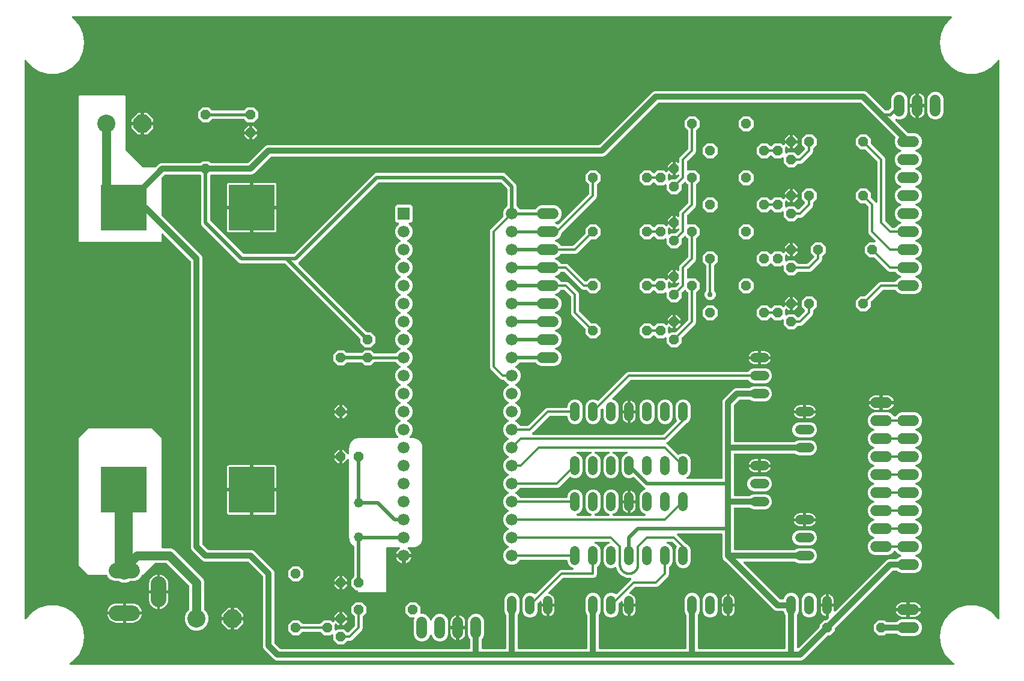
<source format=gbr>
G04 EAGLE Gerber RS-274X export*
G75*
%MOMM*%
%FSLAX34Y34*%
%LPD*%
%INTop Copper*%
%IPPOS*%
%AMOC8*
5,1,8,0,0,1.08239X$1,22.5*%
G01*
%ADD10P,1.429621X8X202.500000*%
%ADD11P,1.429621X8X22.500000*%
%ADD12P,1.429621X8X292.500000*%
%ADD13C,2.184400*%
%ADD14C,1.524000*%
%ADD15C,1.320800*%
%ADD16P,1.429621X8X112.500000*%
%ADD17R,6.451600X6.451600*%
%ADD18R,1.676400X1.676400*%
%ADD19C,1.676400*%
%ADD20C,1.320800*%
%ADD21C,2.540000*%
%ADD22P,2.749271X8X22.500000*%
%ADD23C,0.508000*%
%ADD24C,0.304800*%
%ADD25C,0.756400*%
%ADD26C,0.406400*%
%ADD27C,0.812800*%
%ADD28C,1.270000*%
%ADD29C,2.540000*%

G36*
X1295449Y-26923D02*
X1295449Y-26923D01*
X1295538Y-26913D01*
X1295627Y-26913D01*
X1295710Y-26893D01*
X1295795Y-26883D01*
X1295879Y-26853D01*
X1295966Y-26833D01*
X1296043Y-26795D01*
X1296124Y-26766D01*
X1296198Y-26718D01*
X1296278Y-26678D01*
X1296344Y-26623D01*
X1296416Y-26577D01*
X1296478Y-26513D01*
X1296547Y-26456D01*
X1296599Y-26388D01*
X1296659Y-26326D01*
X1296704Y-26250D01*
X1296758Y-26179D01*
X1296793Y-26101D01*
X1296837Y-26027D01*
X1296864Y-25942D01*
X1296901Y-25861D01*
X1296917Y-25777D01*
X1296944Y-25695D01*
X1296951Y-25607D01*
X1296968Y-25519D01*
X1296965Y-25433D01*
X1296972Y-25348D01*
X1296958Y-25260D01*
X1296955Y-25171D01*
X1296933Y-25088D01*
X1296920Y-25003D01*
X1296887Y-24920D01*
X1296864Y-24835D01*
X1296823Y-24759D01*
X1296791Y-24679D01*
X1296740Y-24606D01*
X1296698Y-24528D01*
X1296641Y-24463D01*
X1296592Y-24393D01*
X1296526Y-24334D01*
X1296467Y-24267D01*
X1296371Y-24193D01*
X1296333Y-24160D01*
X1296309Y-24146D01*
X1296273Y-24119D01*
X1291535Y-21074D01*
X1283205Y-11461D01*
X1277921Y110D01*
X1276111Y12700D01*
X1277921Y25290D01*
X1283205Y36861D01*
X1291535Y46474D01*
X1302235Y53351D01*
X1314440Y56934D01*
X1327160Y56934D01*
X1339365Y53351D01*
X1350065Y46474D01*
X1357749Y37606D01*
X1357862Y37502D01*
X1357974Y37394D01*
X1357991Y37384D01*
X1358006Y37371D01*
X1358140Y37295D01*
X1358273Y37216D01*
X1358292Y37210D01*
X1358309Y37200D01*
X1358457Y37157D01*
X1358605Y37109D01*
X1358625Y37108D01*
X1358644Y37102D01*
X1358798Y37094D01*
X1358952Y37081D01*
X1358972Y37084D01*
X1358992Y37083D01*
X1359144Y37110D01*
X1359297Y37133D01*
X1359315Y37141D01*
X1359335Y37144D01*
X1359477Y37205D01*
X1359621Y37262D01*
X1359637Y37273D01*
X1359656Y37281D01*
X1359781Y37373D01*
X1359907Y37461D01*
X1359920Y37476D01*
X1359936Y37487D01*
X1360037Y37605D01*
X1360140Y37720D01*
X1360150Y37737D01*
X1360163Y37752D01*
X1360234Y37890D01*
X1360309Y38025D01*
X1360314Y38044D01*
X1360324Y38062D01*
X1360362Y38211D01*
X1360404Y38360D01*
X1360406Y38384D01*
X1360409Y38399D01*
X1360410Y38444D01*
X1360423Y38604D01*
X1360423Y824996D01*
X1360406Y825150D01*
X1360392Y825304D01*
X1360386Y825323D01*
X1360383Y825342D01*
X1360331Y825488D01*
X1360283Y825635D01*
X1360273Y825652D01*
X1360266Y825671D01*
X1360182Y825801D01*
X1360102Y825932D01*
X1360088Y825946D01*
X1360077Y825963D01*
X1359966Y826071D01*
X1359857Y826181D01*
X1359841Y826192D01*
X1359826Y826206D01*
X1359693Y826285D01*
X1359563Y826368D01*
X1359544Y826374D01*
X1359527Y826384D01*
X1359380Y826432D01*
X1359234Y826482D01*
X1359214Y826484D01*
X1359195Y826491D01*
X1359041Y826503D01*
X1358888Y826519D01*
X1358868Y826517D01*
X1358848Y826519D01*
X1358695Y826496D01*
X1358542Y826477D01*
X1358523Y826470D01*
X1358503Y826467D01*
X1358360Y826410D01*
X1358215Y826357D01*
X1358198Y826346D01*
X1358179Y826338D01*
X1358053Y826250D01*
X1357923Y826165D01*
X1357906Y826148D01*
X1357893Y826139D01*
X1357864Y826106D01*
X1357749Y825994D01*
X1350065Y817126D01*
X1339365Y810249D01*
X1327160Y806666D01*
X1314440Y806666D01*
X1302235Y810249D01*
X1291535Y817126D01*
X1283205Y826739D01*
X1277921Y838310D01*
X1276111Y850900D01*
X1277921Y863490D01*
X1283205Y875061D01*
X1291535Y884674D01*
X1292719Y885435D01*
X1292788Y885491D01*
X1292862Y885539D01*
X1292922Y885601D01*
X1292988Y885655D01*
X1293043Y885726D01*
X1293105Y885790D01*
X1293149Y885863D01*
X1293201Y885932D01*
X1293238Y886013D01*
X1293283Y886089D01*
X1293310Y886171D01*
X1293345Y886249D01*
X1293363Y886336D01*
X1293390Y886421D01*
X1293397Y886506D01*
X1293413Y886591D01*
X1293410Y886680D01*
X1293418Y886768D01*
X1293405Y886853D01*
X1293402Y886939D01*
X1293379Y887025D01*
X1293366Y887113D01*
X1293334Y887193D01*
X1293312Y887276D01*
X1293270Y887354D01*
X1293237Y887437D01*
X1293188Y887507D01*
X1293148Y887583D01*
X1293089Y887650D01*
X1293038Y887723D01*
X1292975Y887780D01*
X1292918Y887845D01*
X1292846Y887897D01*
X1292779Y887956D01*
X1292704Y887998D01*
X1292635Y888048D01*
X1292552Y888082D01*
X1292474Y888125D01*
X1292392Y888148D01*
X1292312Y888181D01*
X1292225Y888195D01*
X1292139Y888220D01*
X1292018Y888229D01*
X1291969Y888238D01*
X1291940Y888236D01*
X1291895Y888239D01*
X54305Y888239D01*
X54216Y888229D01*
X54127Y888229D01*
X54044Y888209D01*
X53959Y888199D01*
X53875Y888169D01*
X53788Y888149D01*
X53711Y888111D01*
X53630Y888082D01*
X53556Y888034D01*
X53476Y887994D01*
X53410Y887939D01*
X53338Y887893D01*
X53276Y887829D01*
X53207Y887772D01*
X53155Y887704D01*
X53095Y887642D01*
X53050Y887566D01*
X52996Y887495D01*
X52961Y887417D01*
X52917Y887343D01*
X52889Y887258D01*
X52853Y887177D01*
X52837Y887093D01*
X52810Y887011D01*
X52803Y886923D01*
X52786Y886835D01*
X52789Y886749D01*
X52782Y886664D01*
X52796Y886576D01*
X52799Y886487D01*
X52821Y886404D01*
X52834Y886319D01*
X52867Y886236D01*
X52890Y886151D01*
X52931Y886075D01*
X52963Y885995D01*
X53014Y885922D01*
X53056Y885844D01*
X53113Y885780D01*
X53162Y885709D01*
X53228Y885650D01*
X53287Y885583D01*
X53383Y885509D01*
X53421Y885476D01*
X53445Y885462D01*
X53481Y885435D01*
X54665Y884674D01*
X62995Y875061D01*
X68279Y863490D01*
X70089Y850900D01*
X68279Y838310D01*
X62995Y826739D01*
X54665Y817126D01*
X43965Y810249D01*
X31760Y806666D01*
X19040Y806666D01*
X6835Y810249D01*
X-3865Y817126D01*
X-11549Y825994D01*
X-11662Y826098D01*
X-11774Y826206D01*
X-11791Y826216D01*
X-11806Y826229D01*
X-11940Y826305D01*
X-12073Y826384D01*
X-12092Y826390D01*
X-12109Y826400D01*
X-12257Y826443D01*
X-12405Y826491D01*
X-12425Y826492D01*
X-12444Y826498D01*
X-12598Y826506D01*
X-12752Y826519D01*
X-12772Y826516D01*
X-12792Y826517D01*
X-12944Y826490D01*
X-13097Y826467D01*
X-13115Y826459D01*
X-13135Y826456D01*
X-13277Y826395D01*
X-13421Y826338D01*
X-13437Y826327D01*
X-13456Y826319D01*
X-13581Y826227D01*
X-13707Y826139D01*
X-13720Y826124D01*
X-13736Y826113D01*
X-13837Y825995D01*
X-13940Y825880D01*
X-13950Y825863D01*
X-13963Y825848D01*
X-14034Y825710D01*
X-14109Y825575D01*
X-14114Y825556D01*
X-14123Y825538D01*
X-14162Y825389D01*
X-14204Y825240D01*
X-14206Y825216D01*
X-14209Y825201D01*
X-14210Y825156D01*
X-14223Y824996D01*
X-14223Y38604D01*
X-14206Y38450D01*
X-14192Y38296D01*
X-14186Y38277D01*
X-14183Y38258D01*
X-14131Y38112D01*
X-14083Y37965D01*
X-14073Y37948D01*
X-14066Y37929D01*
X-13982Y37799D01*
X-13902Y37668D01*
X-13888Y37654D01*
X-13877Y37637D01*
X-13766Y37529D01*
X-13657Y37419D01*
X-13641Y37408D01*
X-13626Y37394D01*
X-13494Y37315D01*
X-13363Y37232D01*
X-13344Y37226D01*
X-13327Y37216D01*
X-13180Y37169D01*
X-13034Y37118D01*
X-13014Y37116D01*
X-12995Y37109D01*
X-12841Y37097D01*
X-12688Y37081D01*
X-12668Y37083D01*
X-12648Y37081D01*
X-12495Y37104D01*
X-12342Y37123D01*
X-12323Y37130D01*
X-12303Y37133D01*
X-12160Y37190D01*
X-12015Y37243D01*
X-11998Y37254D01*
X-11979Y37262D01*
X-11853Y37350D01*
X-11723Y37435D01*
X-11706Y37452D01*
X-11693Y37461D01*
X-11664Y37493D01*
X-11549Y37606D01*
X-3865Y46474D01*
X6835Y53351D01*
X19040Y56934D01*
X31760Y56934D01*
X43965Y53351D01*
X54665Y46474D01*
X62995Y36861D01*
X68279Y25290D01*
X70089Y12700D01*
X68279Y110D01*
X62995Y-11461D01*
X54665Y-21074D01*
X49927Y-24119D01*
X49858Y-24175D01*
X49784Y-24223D01*
X49724Y-24285D01*
X49658Y-24339D01*
X49603Y-24410D01*
X49541Y-24474D01*
X49497Y-24548D01*
X49445Y-24616D01*
X49408Y-24697D01*
X49363Y-24773D01*
X49336Y-24855D01*
X49301Y-24933D01*
X49284Y-25020D01*
X49256Y-25105D01*
X49250Y-25190D01*
X49233Y-25275D01*
X49236Y-25364D01*
X49228Y-25452D01*
X49241Y-25537D01*
X49244Y-25623D01*
X49267Y-25709D01*
X49280Y-25797D01*
X49312Y-25877D01*
X49334Y-25960D01*
X49376Y-26038D01*
X49409Y-26121D01*
X49458Y-26191D01*
X49498Y-26267D01*
X49557Y-26334D01*
X49608Y-26407D01*
X49672Y-26464D01*
X49728Y-26529D01*
X49800Y-26581D01*
X49867Y-26640D01*
X49942Y-26682D01*
X50012Y-26732D01*
X50094Y-26766D01*
X50172Y-26809D01*
X50254Y-26832D01*
X50334Y-26865D01*
X50421Y-26879D01*
X50507Y-26904D01*
X50628Y-26913D01*
X50678Y-26922D01*
X50706Y-26920D01*
X50751Y-26923D01*
X1295449Y-26923D01*
G37*
%LPC*%
G36*
X341283Y-20829D02*
X341283Y-20829D01*
X338295Y-19591D01*
X323309Y-4605D01*
X322071Y-1617D01*
X322071Y97602D01*
X322057Y97728D01*
X322050Y97854D01*
X322037Y97900D01*
X322031Y97948D01*
X321989Y98067D01*
X321954Y98189D01*
X321930Y98231D01*
X321914Y98276D01*
X321845Y98383D01*
X321784Y98493D01*
X321744Y98539D01*
X321725Y98569D01*
X321690Y98603D01*
X321625Y98679D01*
X301879Y118425D01*
X301780Y118504D01*
X301686Y118588D01*
X301644Y118612D01*
X301606Y118642D01*
X301492Y118696D01*
X301381Y118757D01*
X301335Y118770D01*
X301291Y118791D01*
X301168Y118817D01*
X301046Y118852D01*
X300985Y118857D01*
X300950Y118864D01*
X300902Y118863D01*
X300802Y118871D01*
X239683Y118871D01*
X236695Y120109D01*
X221709Y135095D01*
X220471Y138083D01*
X220471Y542102D01*
X220457Y542228D01*
X220450Y542354D01*
X220437Y542400D01*
X220431Y542448D01*
X220389Y542567D01*
X220354Y542689D01*
X220330Y542731D01*
X220314Y542776D01*
X220245Y542883D01*
X220184Y542993D01*
X220144Y543039D01*
X220125Y543069D01*
X220090Y543103D01*
X220025Y543179D01*
X181925Y581279D01*
X181847Y581342D01*
X181774Y581411D01*
X181710Y581450D01*
X181652Y581496D01*
X181561Y581539D01*
X181475Y581590D01*
X181404Y581613D01*
X181337Y581645D01*
X181239Y581666D01*
X181143Y581696D01*
X181069Y581702D01*
X180996Y581718D01*
X180896Y581716D01*
X180796Y581724D01*
X180722Y581713D01*
X180648Y581712D01*
X180551Y581688D01*
X180451Y581673D01*
X180382Y581645D01*
X180310Y581627D01*
X180220Y581581D01*
X180127Y581544D01*
X180066Y581502D01*
X180000Y581467D01*
X179923Y581402D01*
X179841Y581345D01*
X179791Y581290D01*
X179735Y581242D01*
X179675Y581161D01*
X179608Y581086D01*
X179572Y581021D01*
X179527Y580961D01*
X179488Y580869D01*
X179439Y580781D01*
X179419Y580710D01*
X179389Y580641D01*
X179372Y580543D01*
X179344Y580446D01*
X179336Y580346D01*
X179328Y580298D01*
X179330Y580263D01*
X179325Y580202D01*
X179325Y570868D01*
X178432Y569975D01*
X62868Y569975D01*
X61975Y570868D01*
X61975Y775332D01*
X62868Y776225D01*
X127632Y776225D01*
X128525Y775332D01*
X128525Y699763D01*
X128539Y699637D01*
X128546Y699511D01*
X128559Y699464D01*
X128565Y699416D01*
X128607Y699297D01*
X128642Y699176D01*
X128666Y699134D01*
X128682Y699088D01*
X128751Y698982D01*
X128812Y698872D01*
X128852Y698825D01*
X128871Y698795D01*
X128906Y698762D01*
X128971Y698685D01*
X152585Y675071D01*
X152684Y674992D01*
X152778Y674908D01*
X152821Y674884D01*
X152858Y674854D01*
X152973Y674800D01*
X153083Y674739D01*
X153130Y674726D01*
X153174Y674705D01*
X153297Y674679D01*
X153419Y674644D01*
X153479Y674639D01*
X153514Y674632D01*
X153562Y674633D01*
X153663Y674625D01*
X169598Y674625D01*
X169724Y674639D01*
X169850Y674646D01*
X169896Y674659D01*
X169944Y674665D01*
X170063Y674707D01*
X170185Y674742D01*
X170227Y674766D01*
X170272Y674782D01*
X170379Y674851D01*
X170489Y674912D01*
X170535Y674952D01*
X170565Y674971D01*
X170599Y675006D01*
X170675Y675071D01*
X175595Y679991D01*
X178583Y681229D01*
X233710Y681229D01*
X233836Y681243D01*
X233962Y681250D01*
X234008Y681263D01*
X234056Y681269D01*
X234175Y681311D01*
X234297Y681346D01*
X234339Y681370D01*
X234384Y681386D01*
X234490Y681455D01*
X234601Y681516D01*
X234647Y681556D01*
X234677Y681575D01*
X234711Y681610D01*
X234787Y681675D01*
X236881Y683769D01*
X245719Y683769D01*
X247813Y681675D01*
X247912Y681596D01*
X248006Y681512D01*
X248048Y681488D01*
X248086Y681458D01*
X248200Y681404D01*
X248311Y681343D01*
X248357Y681330D01*
X248401Y681309D01*
X248524Y681283D01*
X248646Y681248D01*
X248707Y681243D01*
X248742Y681236D01*
X248790Y681237D01*
X248890Y681229D01*
X300802Y681229D01*
X300928Y681243D01*
X301054Y681250D01*
X301100Y681263D01*
X301148Y681269D01*
X301267Y681311D01*
X301389Y681346D01*
X301431Y681370D01*
X301476Y681386D01*
X301583Y681455D01*
X301693Y681516D01*
X301739Y681556D01*
X301769Y681575D01*
X301803Y681610D01*
X301879Y681675D01*
X325595Y705391D01*
X328583Y706629D01*
X796102Y706629D01*
X796228Y706643D01*
X796354Y706650D01*
X796400Y706663D01*
X796448Y706669D01*
X796567Y706711D01*
X796689Y706746D01*
X796731Y706770D01*
X796776Y706786D01*
X796883Y706855D01*
X796993Y706916D01*
X797039Y706956D01*
X797069Y706975D01*
X797103Y707010D01*
X797179Y707075D01*
X871695Y781591D01*
X874683Y782829D01*
X1170017Y782829D01*
X1173005Y781591D01*
X1198753Y755843D01*
X1198852Y755764D01*
X1198946Y755680D01*
X1198988Y755656D01*
X1199026Y755626D01*
X1199140Y755572D01*
X1199251Y755511D01*
X1199297Y755498D01*
X1199341Y755477D01*
X1199464Y755451D01*
X1199586Y755416D01*
X1199647Y755411D01*
X1199682Y755404D01*
X1199730Y755405D01*
X1199830Y755397D01*
X1203344Y755397D01*
X1203469Y755411D01*
X1203596Y755418D01*
X1203642Y755431D01*
X1203690Y755437D01*
X1203809Y755479D01*
X1203930Y755514D01*
X1203973Y755538D01*
X1204018Y755554D01*
X1204124Y755623D01*
X1204235Y755684D01*
X1204281Y755724D01*
X1204311Y755743D01*
X1204344Y755778D01*
X1204421Y755843D01*
X1207069Y758491D01*
X1207148Y758590D01*
X1207232Y758684D01*
X1207256Y758726D01*
X1207286Y758764D01*
X1207340Y758878D01*
X1207401Y758989D01*
X1207414Y759036D01*
X1207435Y759079D01*
X1207461Y759203D01*
X1207496Y759325D01*
X1207501Y759385D01*
X1207508Y759420D01*
X1207507Y759468D01*
X1207515Y759568D01*
X1207515Y771944D01*
X1209294Y776239D01*
X1212581Y779526D01*
X1216876Y781305D01*
X1221524Y781305D01*
X1225819Y779526D01*
X1229106Y776239D01*
X1230885Y771944D01*
X1230885Y752056D01*
X1229106Y747761D01*
X1225819Y744474D01*
X1221524Y742695D01*
X1216876Y742695D01*
X1215457Y743283D01*
X1215409Y743297D01*
X1215363Y743318D01*
X1215242Y743344D01*
X1215122Y743378D01*
X1215072Y743381D01*
X1215023Y743391D01*
X1214899Y743389D01*
X1214774Y743395D01*
X1214725Y743386D01*
X1214674Y743386D01*
X1214554Y743355D01*
X1214431Y743333D01*
X1214385Y743313D01*
X1214336Y743301D01*
X1214226Y743244D01*
X1214112Y743194D01*
X1214071Y743164D01*
X1214026Y743141D01*
X1213932Y743060D01*
X1213832Y742986D01*
X1213799Y742948D01*
X1213761Y742915D01*
X1213687Y742815D01*
X1213607Y742720D01*
X1213584Y742675D01*
X1213554Y742635D01*
X1213505Y742520D01*
X1213448Y742410D01*
X1213436Y742361D01*
X1213416Y742315D01*
X1213394Y742192D01*
X1213364Y742072D01*
X1213363Y742021D01*
X1213354Y741972D01*
X1213361Y741848D01*
X1213359Y741723D01*
X1213370Y741674D01*
X1213372Y741624D01*
X1213407Y741504D01*
X1213433Y741383D01*
X1213455Y741337D01*
X1213469Y741289D01*
X1213529Y741180D01*
X1213583Y741068D01*
X1213614Y741029D01*
X1213639Y740985D01*
X1213797Y740798D01*
X1231265Y723331D01*
X1231364Y723252D01*
X1231458Y723168D01*
X1231500Y723144D01*
X1231538Y723114D01*
X1231652Y723060D01*
X1231763Y722999D01*
X1231809Y722986D01*
X1231853Y722965D01*
X1231976Y722939D01*
X1232098Y722904D01*
X1232159Y722899D01*
X1232194Y722892D01*
X1232242Y722893D01*
X1232342Y722885D01*
X1241844Y722885D01*
X1246139Y721106D01*
X1249426Y717819D01*
X1251205Y713524D01*
X1251205Y708876D01*
X1249426Y704581D01*
X1246139Y701294D01*
X1242791Y699907D01*
X1242703Y699859D01*
X1242611Y699818D01*
X1242551Y699774D01*
X1242486Y699738D01*
X1242412Y699671D01*
X1242331Y699611D01*
X1242283Y699554D01*
X1242228Y699504D01*
X1242171Y699421D01*
X1242106Y699345D01*
X1242072Y699278D01*
X1242030Y699217D01*
X1241993Y699124D01*
X1241947Y699034D01*
X1241929Y698962D01*
X1241902Y698893D01*
X1241887Y698794D01*
X1241863Y698696D01*
X1241862Y698622D01*
X1241851Y698548D01*
X1241859Y698448D01*
X1241858Y698348D01*
X1241874Y698275D01*
X1241880Y698201D01*
X1241911Y698105D01*
X1241932Y698007D01*
X1241964Y697940D01*
X1241987Y697869D01*
X1242039Y697783D01*
X1242082Y697692D01*
X1242128Y697634D01*
X1242167Y697571D01*
X1242237Y697498D01*
X1242299Y697420D01*
X1242358Y697374D01*
X1242410Y697321D01*
X1242494Y697266D01*
X1242573Y697204D01*
X1242662Y697158D01*
X1242703Y697132D01*
X1242737Y697120D01*
X1242791Y697093D01*
X1246139Y695706D01*
X1249426Y692419D01*
X1251205Y688124D01*
X1251205Y683476D01*
X1249426Y679181D01*
X1246139Y675894D01*
X1242791Y674507D01*
X1242703Y674459D01*
X1242611Y674418D01*
X1242551Y674374D01*
X1242486Y674338D01*
X1242412Y674271D01*
X1242331Y674211D01*
X1242283Y674154D01*
X1242228Y674104D01*
X1242171Y674021D01*
X1242106Y673945D01*
X1242072Y673878D01*
X1242030Y673817D01*
X1241993Y673724D01*
X1241947Y673634D01*
X1241929Y673562D01*
X1241902Y673493D01*
X1241887Y673394D01*
X1241863Y673296D01*
X1241862Y673222D01*
X1241851Y673148D01*
X1241859Y673048D01*
X1241858Y672948D01*
X1241874Y672875D01*
X1241880Y672801D01*
X1241911Y672705D01*
X1241932Y672607D01*
X1241964Y672540D01*
X1241987Y672469D01*
X1242039Y672383D01*
X1242082Y672292D01*
X1242128Y672234D01*
X1242167Y672171D01*
X1242237Y672098D01*
X1242299Y672020D01*
X1242358Y671974D01*
X1242410Y671921D01*
X1242494Y671866D01*
X1242573Y671804D01*
X1242662Y671758D01*
X1242703Y671732D01*
X1242737Y671720D01*
X1242791Y671693D01*
X1246139Y670306D01*
X1249426Y667019D01*
X1251205Y662724D01*
X1251205Y658076D01*
X1249426Y653781D01*
X1246139Y650494D01*
X1242791Y649107D01*
X1242703Y649059D01*
X1242611Y649018D01*
X1242551Y648974D01*
X1242486Y648938D01*
X1242412Y648871D01*
X1242331Y648811D01*
X1242283Y648754D01*
X1242228Y648704D01*
X1242171Y648621D01*
X1242106Y648545D01*
X1242072Y648478D01*
X1242030Y648417D01*
X1241993Y648324D01*
X1241947Y648234D01*
X1241929Y648162D01*
X1241902Y648093D01*
X1241887Y647994D01*
X1241863Y647896D01*
X1241862Y647822D01*
X1241851Y647748D01*
X1241859Y647648D01*
X1241858Y647548D01*
X1241874Y647475D01*
X1241880Y647401D01*
X1241911Y647305D01*
X1241932Y647207D01*
X1241964Y647140D01*
X1241987Y647069D01*
X1242039Y646983D01*
X1242082Y646892D01*
X1242128Y646834D01*
X1242167Y646771D01*
X1242237Y646698D01*
X1242299Y646620D01*
X1242358Y646574D01*
X1242410Y646521D01*
X1242494Y646466D01*
X1242573Y646404D01*
X1242662Y646358D01*
X1242703Y646332D01*
X1242737Y646320D01*
X1242791Y646293D01*
X1246139Y644906D01*
X1249426Y641619D01*
X1251205Y637324D01*
X1251205Y632676D01*
X1249426Y628381D01*
X1246139Y625094D01*
X1242791Y623707D01*
X1242703Y623659D01*
X1242611Y623618D01*
X1242551Y623574D01*
X1242486Y623538D01*
X1242412Y623471D01*
X1242331Y623411D01*
X1242283Y623354D01*
X1242228Y623304D01*
X1242171Y623221D01*
X1242106Y623145D01*
X1242072Y623078D01*
X1242030Y623017D01*
X1241993Y622924D01*
X1241947Y622834D01*
X1241929Y622762D01*
X1241902Y622693D01*
X1241887Y622594D01*
X1241863Y622496D01*
X1241862Y622422D01*
X1241851Y622348D01*
X1241859Y622248D01*
X1241858Y622148D01*
X1241874Y622075D01*
X1241880Y622001D01*
X1241911Y621905D01*
X1241932Y621807D01*
X1241964Y621740D01*
X1241987Y621669D01*
X1242039Y621583D01*
X1242082Y621492D01*
X1242128Y621434D01*
X1242167Y621371D01*
X1242237Y621298D01*
X1242299Y621220D01*
X1242358Y621174D01*
X1242410Y621121D01*
X1242494Y621066D01*
X1242573Y621004D01*
X1242662Y620958D01*
X1242703Y620932D01*
X1242737Y620920D01*
X1242791Y620893D01*
X1246139Y619506D01*
X1249426Y616219D01*
X1251205Y611924D01*
X1251205Y607276D01*
X1249426Y602981D01*
X1246139Y599694D01*
X1242791Y598307D01*
X1242703Y598259D01*
X1242611Y598218D01*
X1242551Y598174D01*
X1242486Y598138D01*
X1242412Y598071D01*
X1242331Y598011D01*
X1242283Y597954D01*
X1242228Y597904D01*
X1242171Y597821D01*
X1242106Y597745D01*
X1242072Y597678D01*
X1242030Y597617D01*
X1241993Y597524D01*
X1241947Y597434D01*
X1241929Y597362D01*
X1241902Y597293D01*
X1241887Y597194D01*
X1241863Y597096D01*
X1241862Y597022D01*
X1241851Y596948D01*
X1241859Y596848D01*
X1241858Y596748D01*
X1241874Y596675D01*
X1241880Y596601D01*
X1241911Y596505D01*
X1241932Y596407D01*
X1241964Y596340D01*
X1241987Y596269D01*
X1242039Y596183D01*
X1242082Y596092D01*
X1242128Y596034D01*
X1242167Y595971D01*
X1242237Y595898D01*
X1242299Y595820D01*
X1242358Y595774D01*
X1242410Y595721D01*
X1242494Y595666D01*
X1242573Y595604D01*
X1242662Y595558D01*
X1242703Y595532D01*
X1242737Y595520D01*
X1242791Y595493D01*
X1246139Y594106D01*
X1249426Y590819D01*
X1251205Y586524D01*
X1251205Y581876D01*
X1249426Y577581D01*
X1246139Y574294D01*
X1242791Y572907D01*
X1242703Y572859D01*
X1242611Y572818D01*
X1242551Y572774D01*
X1242486Y572738D01*
X1242412Y572671D01*
X1242331Y572611D01*
X1242283Y572554D01*
X1242228Y572504D01*
X1242171Y572421D01*
X1242106Y572345D01*
X1242072Y572278D01*
X1242030Y572217D01*
X1241993Y572124D01*
X1241947Y572034D01*
X1241929Y571962D01*
X1241902Y571893D01*
X1241887Y571794D01*
X1241863Y571696D01*
X1241862Y571622D01*
X1241851Y571548D01*
X1241859Y571448D01*
X1241858Y571348D01*
X1241874Y571275D01*
X1241880Y571201D01*
X1241911Y571105D01*
X1241932Y571007D01*
X1241964Y570940D01*
X1241987Y570869D01*
X1242039Y570783D01*
X1242082Y570692D01*
X1242128Y570634D01*
X1242167Y570571D01*
X1242237Y570498D01*
X1242299Y570420D01*
X1242358Y570374D01*
X1242410Y570321D01*
X1242494Y570266D01*
X1242573Y570204D01*
X1242662Y570158D01*
X1242703Y570132D01*
X1242737Y570120D01*
X1242791Y570093D01*
X1246139Y568706D01*
X1249426Y565419D01*
X1251205Y561124D01*
X1251205Y556476D01*
X1249426Y552181D01*
X1246139Y548894D01*
X1242791Y547507D01*
X1242703Y547459D01*
X1242611Y547418D01*
X1242551Y547374D01*
X1242486Y547338D01*
X1242412Y547271D01*
X1242331Y547211D01*
X1242283Y547154D01*
X1242228Y547104D01*
X1242171Y547021D01*
X1242106Y546945D01*
X1242072Y546878D01*
X1242030Y546817D01*
X1241993Y546724D01*
X1241947Y546634D01*
X1241929Y546562D01*
X1241902Y546493D01*
X1241887Y546394D01*
X1241863Y546296D01*
X1241862Y546222D01*
X1241851Y546148D01*
X1241859Y546048D01*
X1241858Y545948D01*
X1241874Y545875D01*
X1241880Y545801D01*
X1241911Y545705D01*
X1241932Y545607D01*
X1241964Y545540D01*
X1241987Y545469D01*
X1242039Y545383D01*
X1242082Y545292D01*
X1242128Y545234D01*
X1242167Y545171D01*
X1242237Y545098D01*
X1242299Y545020D01*
X1242358Y544974D01*
X1242410Y544921D01*
X1242494Y544866D01*
X1242573Y544804D01*
X1242662Y544758D01*
X1242703Y544732D01*
X1242737Y544720D01*
X1242791Y544693D01*
X1246139Y543306D01*
X1249426Y540019D01*
X1251205Y535724D01*
X1251205Y531076D01*
X1249426Y526781D01*
X1246139Y523494D01*
X1242791Y522107D01*
X1242703Y522059D01*
X1242611Y522018D01*
X1242551Y521974D01*
X1242486Y521938D01*
X1242412Y521871D01*
X1242331Y521811D01*
X1242283Y521754D01*
X1242228Y521704D01*
X1242171Y521621D01*
X1242106Y521545D01*
X1242072Y521478D01*
X1242030Y521417D01*
X1241993Y521324D01*
X1241947Y521234D01*
X1241929Y521162D01*
X1241902Y521093D01*
X1241887Y520994D01*
X1241863Y520896D01*
X1241862Y520822D01*
X1241851Y520748D01*
X1241859Y520648D01*
X1241858Y520548D01*
X1241874Y520475D01*
X1241880Y520401D01*
X1241911Y520305D01*
X1241932Y520207D01*
X1241964Y520140D01*
X1241987Y520069D01*
X1242039Y519983D01*
X1242082Y519892D01*
X1242128Y519834D01*
X1242167Y519771D01*
X1242237Y519698D01*
X1242299Y519620D01*
X1242358Y519574D01*
X1242410Y519521D01*
X1242494Y519466D01*
X1242573Y519404D01*
X1242662Y519358D01*
X1242703Y519332D01*
X1242737Y519320D01*
X1242791Y519293D01*
X1246139Y517906D01*
X1249426Y514619D01*
X1251205Y510324D01*
X1251205Y505676D01*
X1249426Y501381D01*
X1246139Y498094D01*
X1241844Y496315D01*
X1221956Y496315D01*
X1217661Y498094D01*
X1214374Y501381D01*
X1214337Y501471D01*
X1214300Y501538D01*
X1214272Y501609D01*
X1214215Y501689D01*
X1214168Y501775D01*
X1214116Y501832D01*
X1214073Y501895D01*
X1214000Y501961D01*
X1213934Y502034D01*
X1213871Y502077D01*
X1213814Y502128D01*
X1213728Y502176D01*
X1213647Y502232D01*
X1213576Y502260D01*
X1213509Y502297D01*
X1213414Y502324D01*
X1213323Y502360D01*
X1213247Y502371D01*
X1213173Y502392D01*
X1213025Y502404D01*
X1212978Y502411D01*
X1212959Y502409D01*
X1212930Y502411D01*
X1196746Y502411D01*
X1196620Y502397D01*
X1196494Y502390D01*
X1196448Y502377D01*
X1196400Y502371D01*
X1196281Y502329D01*
X1196159Y502294D01*
X1196117Y502270D01*
X1196072Y502254D01*
X1195965Y502185D01*
X1195855Y502124D01*
X1195809Y502084D01*
X1195779Y502065D01*
X1195745Y502030D01*
X1195669Y501965D01*
X1179515Y485811D01*
X1179436Y485712D01*
X1179352Y485618D01*
X1179328Y485576D01*
X1179298Y485538D01*
X1179244Y485424D01*
X1179183Y485313D01*
X1179170Y485267D01*
X1179149Y485223D01*
X1179123Y485100D01*
X1179088Y484978D01*
X1179083Y484917D01*
X1179076Y484882D01*
X1179077Y484834D01*
X1179069Y484734D01*
X1179069Y478181D01*
X1172819Y471931D01*
X1163981Y471931D01*
X1157731Y478181D01*
X1157731Y487019D01*
X1163981Y493269D01*
X1170534Y493269D01*
X1170660Y493283D01*
X1170786Y493290D01*
X1170832Y493303D01*
X1170880Y493309D01*
X1170999Y493351D01*
X1171121Y493386D01*
X1171163Y493410D01*
X1171208Y493426D01*
X1171315Y493495D01*
X1171425Y493556D01*
X1171471Y493596D01*
X1171501Y493615D01*
X1171535Y493650D01*
X1171611Y493715D01*
X1190634Y512738D01*
X1192688Y513589D01*
X1212930Y513589D01*
X1213006Y513597D01*
X1213082Y513596D01*
X1213178Y513617D01*
X1213276Y513629D01*
X1213348Y513654D01*
X1213423Y513671D01*
X1213511Y513713D01*
X1213604Y513746D01*
X1213668Y513788D01*
X1213737Y513820D01*
X1213814Y513882D01*
X1213897Y513935D01*
X1213950Y513990D01*
X1214010Y514038D01*
X1214071Y514115D01*
X1214139Y514186D01*
X1214178Y514251D01*
X1214226Y514311D01*
X1214294Y514444D01*
X1214318Y514485D01*
X1214324Y514503D01*
X1214337Y514529D01*
X1214374Y514619D01*
X1217661Y517906D01*
X1221009Y519293D01*
X1221097Y519341D01*
X1221189Y519381D01*
X1221249Y519426D01*
X1221314Y519462D01*
X1221388Y519529D01*
X1221469Y519589D01*
X1221517Y519646D01*
X1221572Y519696D01*
X1221629Y519779D01*
X1221694Y519855D01*
X1221728Y519922D01*
X1221770Y519983D01*
X1221807Y520076D01*
X1221853Y520166D01*
X1221871Y520238D01*
X1221898Y520307D01*
X1221913Y520407D01*
X1221937Y520504D01*
X1221938Y520578D01*
X1221949Y520652D01*
X1221941Y520752D01*
X1221942Y520852D01*
X1221926Y520925D01*
X1221920Y520999D01*
X1221889Y521095D01*
X1221868Y521193D01*
X1221836Y521260D01*
X1221813Y521331D01*
X1221761Y521417D01*
X1221718Y521508D01*
X1221672Y521566D01*
X1221633Y521629D01*
X1221563Y521702D01*
X1221501Y521780D01*
X1221442Y521826D01*
X1221390Y521879D01*
X1221306Y521934D01*
X1221227Y521996D01*
X1221138Y522042D01*
X1221097Y522068D01*
X1221063Y522080D01*
X1221009Y522107D01*
X1217661Y523494D01*
X1214374Y526781D01*
X1214337Y526871D01*
X1214300Y526938D01*
X1214272Y527009D01*
X1214215Y527089D01*
X1214168Y527176D01*
X1214116Y527232D01*
X1214073Y527295D01*
X1214000Y527361D01*
X1213933Y527434D01*
X1213871Y527477D01*
X1213814Y527528D01*
X1213728Y527576D01*
X1213647Y527632D01*
X1213576Y527660D01*
X1213509Y527697D01*
X1213414Y527724D01*
X1213323Y527760D01*
X1213247Y527771D01*
X1213173Y527792D01*
X1213025Y527804D01*
X1212978Y527811D01*
X1212959Y527809D01*
X1212930Y527811D01*
X1205388Y527811D01*
X1203334Y528662D01*
X1184311Y547685D01*
X1184212Y547764D01*
X1184118Y547848D01*
X1184076Y547872D01*
X1184038Y547902D01*
X1183924Y547956D01*
X1183813Y548017D01*
X1183767Y548030D01*
X1183723Y548051D01*
X1183600Y548077D01*
X1183478Y548112D01*
X1183417Y548117D01*
X1183382Y548124D01*
X1183334Y548123D01*
X1183234Y548131D01*
X1176681Y548131D01*
X1170431Y554381D01*
X1170431Y563219D01*
X1176681Y569469D01*
X1184250Y569469D01*
X1184350Y569480D01*
X1184450Y569482D01*
X1184522Y569500D01*
X1184596Y569509D01*
X1184691Y569542D01*
X1184788Y569567D01*
X1184854Y569601D01*
X1184924Y569626D01*
X1185009Y569681D01*
X1185098Y569727D01*
X1185155Y569775D01*
X1185217Y569815D01*
X1185287Y569887D01*
X1185364Y569952D01*
X1185408Y570012D01*
X1185459Y570066D01*
X1185511Y570152D01*
X1185571Y570233D01*
X1185600Y570301D01*
X1185638Y570365D01*
X1185669Y570461D01*
X1185709Y570553D01*
X1185722Y570626D01*
X1185745Y570697D01*
X1185753Y570797D01*
X1185770Y570896D01*
X1185767Y570970D01*
X1185773Y571044D01*
X1185758Y571144D01*
X1185752Y571244D01*
X1185732Y571315D01*
X1185721Y571389D01*
X1185684Y571482D01*
X1185656Y571579D01*
X1185620Y571644D01*
X1185592Y571713D01*
X1185535Y571795D01*
X1185486Y571883D01*
X1185421Y571959D01*
X1185393Y571999D01*
X1185367Y572023D01*
X1185327Y572069D01*
X1176362Y581034D01*
X1175511Y583088D01*
X1175511Y619354D01*
X1175497Y619480D01*
X1175490Y619606D01*
X1175477Y619652D01*
X1175471Y619700D01*
X1175429Y619819D01*
X1175394Y619941D01*
X1175370Y619983D01*
X1175354Y620028D01*
X1175285Y620135D01*
X1175224Y620245D01*
X1175184Y620291D01*
X1175165Y620321D01*
X1175130Y620355D01*
X1175065Y620431D01*
X1171611Y623885D01*
X1171512Y623964D01*
X1171418Y624048D01*
X1171376Y624072D01*
X1171338Y624102D01*
X1171224Y624156D01*
X1171113Y624217D01*
X1171067Y624230D01*
X1171023Y624251D01*
X1170900Y624277D01*
X1170778Y624312D01*
X1170717Y624317D01*
X1170682Y624324D01*
X1170634Y624323D01*
X1170534Y624331D01*
X1163981Y624331D01*
X1157731Y630581D01*
X1157731Y639419D01*
X1163981Y645669D01*
X1172819Y645669D01*
X1179069Y639419D01*
X1179069Y632866D01*
X1179083Y632740D01*
X1179090Y632614D01*
X1179103Y632568D01*
X1179109Y632520D01*
X1179151Y632401D01*
X1179186Y632279D01*
X1179210Y632237D01*
X1179226Y632192D01*
X1179295Y632085D01*
X1179356Y631975D01*
X1179396Y631929D01*
X1179415Y631899D01*
X1179450Y631865D01*
X1179515Y631789D01*
X1184051Y627252D01*
X1185611Y625693D01*
X1185690Y625630D01*
X1185762Y625561D01*
X1185826Y625522D01*
X1185884Y625476D01*
X1185975Y625433D01*
X1186061Y625382D01*
X1186132Y625359D01*
X1186199Y625327D01*
X1186297Y625306D01*
X1186393Y625275D01*
X1186467Y625269D01*
X1186540Y625254D01*
X1186640Y625256D01*
X1186740Y625247D01*
X1186814Y625259D01*
X1186888Y625260D01*
X1186985Y625284D01*
X1187085Y625299D01*
X1187154Y625327D01*
X1187226Y625345D01*
X1187315Y625391D01*
X1187409Y625428D01*
X1187470Y625470D01*
X1187536Y625504D01*
X1187612Y625570D01*
X1187695Y625627D01*
X1187745Y625682D01*
X1187801Y625730D01*
X1187861Y625811D01*
X1187928Y625886D01*
X1187964Y625951D01*
X1188009Y626011D01*
X1188048Y626103D01*
X1188097Y626191D01*
X1188117Y626262D01*
X1188147Y626331D01*
X1188164Y626429D01*
X1188192Y626526D01*
X1188200Y626626D01*
X1188208Y626674D01*
X1188206Y626709D01*
X1188211Y626770D01*
X1188211Y682854D01*
X1188197Y682980D01*
X1188190Y683106D01*
X1188177Y683152D01*
X1188171Y683200D01*
X1188129Y683319D01*
X1188094Y683441D01*
X1188070Y683483D01*
X1188054Y683528D01*
X1187985Y683635D01*
X1187924Y683745D01*
X1187884Y683791D01*
X1187865Y683821D01*
X1187830Y683855D01*
X1187765Y683931D01*
X1171611Y700085D01*
X1171512Y700164D01*
X1171418Y700248D01*
X1171376Y700272D01*
X1171338Y700302D01*
X1171224Y700356D01*
X1171113Y700417D01*
X1171067Y700430D01*
X1171023Y700451D01*
X1170900Y700477D01*
X1170778Y700512D01*
X1170717Y700517D01*
X1170682Y700524D01*
X1170634Y700523D01*
X1170534Y700531D01*
X1163981Y700531D01*
X1157731Y706781D01*
X1157731Y715619D01*
X1163981Y721869D01*
X1172819Y721869D01*
X1179069Y715619D01*
X1179069Y709066D01*
X1179083Y708940D01*
X1179090Y708814D01*
X1179103Y708768D01*
X1179109Y708720D01*
X1179151Y708601D01*
X1179186Y708479D01*
X1179210Y708437D01*
X1179226Y708392D01*
X1179295Y708285D01*
X1179356Y708175D01*
X1179396Y708129D01*
X1179415Y708099D01*
X1179450Y708065D01*
X1179515Y707989D01*
X1196752Y690752D01*
X1198538Y688966D01*
X1199389Y686912D01*
X1199389Y599846D01*
X1199403Y599720D01*
X1199410Y599594D01*
X1199423Y599548D01*
X1199429Y599500D01*
X1199471Y599381D01*
X1199506Y599259D01*
X1199530Y599217D01*
X1199546Y599172D01*
X1199615Y599065D01*
X1199676Y598955D01*
X1199716Y598909D01*
X1199735Y598879D01*
X1199770Y598845D01*
X1199835Y598769D01*
X1208369Y590235D01*
X1208468Y590156D01*
X1208562Y590072D01*
X1208604Y590048D01*
X1208642Y590018D01*
X1208756Y589964D01*
X1208867Y589903D01*
X1208913Y589890D01*
X1208957Y589869D01*
X1209080Y589843D01*
X1209202Y589808D01*
X1209263Y589803D01*
X1209298Y589796D01*
X1209346Y589797D01*
X1209446Y589789D01*
X1212930Y589789D01*
X1213005Y589797D01*
X1213082Y589796D01*
X1213178Y589817D01*
X1213276Y589829D01*
X1213348Y589854D01*
X1213422Y589871D01*
X1213511Y589913D01*
X1213604Y589946D01*
X1213668Y589988D01*
X1213737Y590020D01*
X1213814Y590082D01*
X1213897Y590135D01*
X1213950Y590190D01*
X1214010Y590238D01*
X1214071Y590315D01*
X1214139Y590386D01*
X1214178Y590451D01*
X1214226Y590511D01*
X1214294Y590645D01*
X1214318Y590685D01*
X1214324Y590703D01*
X1214337Y590729D01*
X1214374Y590819D01*
X1217661Y594106D01*
X1221009Y595493D01*
X1221097Y595541D01*
X1221189Y595581D01*
X1221249Y595626D01*
X1221314Y595662D01*
X1221388Y595729D01*
X1221469Y595789D01*
X1221517Y595846D01*
X1221572Y595896D01*
X1221629Y595979D01*
X1221694Y596055D01*
X1221728Y596122D01*
X1221770Y596183D01*
X1221807Y596276D01*
X1221853Y596366D01*
X1221871Y596438D01*
X1221898Y596507D01*
X1221913Y596607D01*
X1221937Y596704D01*
X1221938Y596778D01*
X1221949Y596852D01*
X1221941Y596952D01*
X1221942Y597052D01*
X1221926Y597125D01*
X1221920Y597199D01*
X1221889Y597295D01*
X1221868Y597393D01*
X1221836Y597460D01*
X1221813Y597531D01*
X1221761Y597617D01*
X1221718Y597708D01*
X1221672Y597766D01*
X1221633Y597829D01*
X1221563Y597902D01*
X1221501Y597980D01*
X1221442Y598026D01*
X1221390Y598079D01*
X1221306Y598134D01*
X1221227Y598196D01*
X1221138Y598242D01*
X1221097Y598268D01*
X1221063Y598280D01*
X1221009Y598307D01*
X1217661Y599694D01*
X1214374Y602981D01*
X1212595Y607276D01*
X1212595Y611924D01*
X1214374Y616219D01*
X1217661Y619506D01*
X1221009Y620893D01*
X1221097Y620941D01*
X1221189Y620981D01*
X1221249Y621026D01*
X1221314Y621062D01*
X1221388Y621129D01*
X1221469Y621189D01*
X1221517Y621246D01*
X1221572Y621296D01*
X1221629Y621379D01*
X1221694Y621455D01*
X1221728Y621522D01*
X1221770Y621583D01*
X1221807Y621676D01*
X1221853Y621766D01*
X1221871Y621838D01*
X1221898Y621907D01*
X1221913Y622007D01*
X1221937Y622104D01*
X1221938Y622178D01*
X1221949Y622252D01*
X1221941Y622352D01*
X1221942Y622452D01*
X1221926Y622525D01*
X1221920Y622599D01*
X1221889Y622695D01*
X1221868Y622793D01*
X1221836Y622860D01*
X1221813Y622931D01*
X1221761Y623017D01*
X1221718Y623108D01*
X1221672Y623166D01*
X1221633Y623229D01*
X1221563Y623302D01*
X1221501Y623380D01*
X1221442Y623426D01*
X1221390Y623479D01*
X1221306Y623534D01*
X1221227Y623596D01*
X1221138Y623642D01*
X1221097Y623668D01*
X1221063Y623680D01*
X1221009Y623707D01*
X1217661Y625094D01*
X1214374Y628381D01*
X1212595Y632676D01*
X1212595Y637324D01*
X1214374Y641619D01*
X1217661Y644906D01*
X1221009Y646293D01*
X1221097Y646341D01*
X1221189Y646381D01*
X1221249Y646426D01*
X1221314Y646462D01*
X1221388Y646529D01*
X1221469Y646589D01*
X1221517Y646646D01*
X1221572Y646696D01*
X1221629Y646779D01*
X1221694Y646855D01*
X1221728Y646922D01*
X1221770Y646983D01*
X1221807Y647076D01*
X1221853Y647166D01*
X1221871Y647238D01*
X1221898Y647307D01*
X1221913Y647406D01*
X1221937Y647504D01*
X1221938Y647578D01*
X1221949Y647652D01*
X1221941Y647752D01*
X1221942Y647852D01*
X1221926Y647925D01*
X1221920Y647999D01*
X1221889Y648095D01*
X1221868Y648193D01*
X1221836Y648260D01*
X1221813Y648331D01*
X1221761Y648417D01*
X1221718Y648508D01*
X1221672Y648566D01*
X1221633Y648629D01*
X1221563Y648702D01*
X1221501Y648780D01*
X1221442Y648826D01*
X1221390Y648879D01*
X1221306Y648934D01*
X1221227Y648996D01*
X1221138Y649042D01*
X1221097Y649068D01*
X1221063Y649080D01*
X1221009Y649107D01*
X1217661Y650494D01*
X1214374Y653781D01*
X1212595Y658076D01*
X1212595Y662724D01*
X1214374Y667019D01*
X1217661Y670306D01*
X1221009Y671693D01*
X1221097Y671741D01*
X1221189Y671781D01*
X1221249Y671826D01*
X1221314Y671862D01*
X1221388Y671929D01*
X1221469Y671989D01*
X1221517Y672046D01*
X1221572Y672096D01*
X1221629Y672179D01*
X1221694Y672255D01*
X1221728Y672322D01*
X1221770Y672383D01*
X1221807Y672476D01*
X1221853Y672566D01*
X1221871Y672638D01*
X1221898Y672707D01*
X1221913Y672806D01*
X1221937Y672904D01*
X1221938Y672978D01*
X1221949Y673052D01*
X1221941Y673152D01*
X1221942Y673252D01*
X1221926Y673325D01*
X1221920Y673399D01*
X1221889Y673495D01*
X1221868Y673593D01*
X1221836Y673660D01*
X1221813Y673731D01*
X1221761Y673817D01*
X1221718Y673908D01*
X1221672Y673966D01*
X1221633Y674029D01*
X1221563Y674102D01*
X1221501Y674180D01*
X1221442Y674226D01*
X1221390Y674279D01*
X1221306Y674334D01*
X1221227Y674396D01*
X1221138Y674442D01*
X1221097Y674468D01*
X1221063Y674480D01*
X1221009Y674507D01*
X1217661Y675894D01*
X1214374Y679181D01*
X1212595Y683476D01*
X1212595Y688124D01*
X1214374Y692419D01*
X1217661Y695706D01*
X1221009Y697093D01*
X1221097Y697141D01*
X1221189Y697181D01*
X1221249Y697226D01*
X1221314Y697262D01*
X1221388Y697329D01*
X1221469Y697389D01*
X1221517Y697446D01*
X1221572Y697496D01*
X1221629Y697579D01*
X1221694Y697655D01*
X1221728Y697722D01*
X1221770Y697783D01*
X1221807Y697876D01*
X1221853Y697966D01*
X1221871Y698038D01*
X1221898Y698107D01*
X1221913Y698206D01*
X1221937Y698304D01*
X1221938Y698378D01*
X1221949Y698452D01*
X1221941Y698552D01*
X1221942Y698652D01*
X1221926Y698725D01*
X1221920Y698799D01*
X1221889Y698895D01*
X1221868Y698993D01*
X1221836Y699060D01*
X1221813Y699131D01*
X1221761Y699217D01*
X1221718Y699308D01*
X1221672Y699366D01*
X1221633Y699429D01*
X1221563Y699502D01*
X1221501Y699580D01*
X1221442Y699626D01*
X1221390Y699679D01*
X1221306Y699734D01*
X1221227Y699796D01*
X1221138Y699842D01*
X1221097Y699868D01*
X1221063Y699880D01*
X1221009Y699907D01*
X1217661Y701294D01*
X1214374Y704581D01*
X1212595Y708876D01*
X1212595Y713524D01*
X1213812Y716462D01*
X1213833Y716536D01*
X1213863Y716606D01*
X1213881Y716703D01*
X1213908Y716797D01*
X1213912Y716874D01*
X1213925Y716949D01*
X1213920Y717047D01*
X1213925Y717145D01*
X1213911Y717221D01*
X1213907Y717297D01*
X1213880Y717391D01*
X1213862Y717488D01*
X1213832Y717558D01*
X1213811Y717632D01*
X1213763Y717718D01*
X1213723Y717808D01*
X1213678Y717869D01*
X1213641Y717936D01*
X1213544Y718050D01*
X1213516Y718088D01*
X1213501Y718100D01*
X1213482Y718122D01*
X1189410Y742195D01*
X1165479Y766125D01*
X1165380Y766204D01*
X1165286Y766288D01*
X1165244Y766312D01*
X1165206Y766342D01*
X1165092Y766396D01*
X1164981Y766457D01*
X1164935Y766470D01*
X1164891Y766491D01*
X1164768Y766517D01*
X1164646Y766552D01*
X1164585Y766557D01*
X1164550Y766564D01*
X1164502Y766563D01*
X1164402Y766571D01*
X880298Y766571D01*
X880172Y766557D01*
X880046Y766550D01*
X880000Y766537D01*
X879952Y766531D01*
X879833Y766489D01*
X879711Y766454D01*
X879669Y766430D01*
X879624Y766414D01*
X879517Y766345D01*
X879407Y766284D01*
X879361Y766244D01*
X879331Y766225D01*
X879297Y766190D01*
X879221Y766125D01*
X804705Y691609D01*
X801717Y690371D01*
X334198Y690371D01*
X334072Y690357D01*
X333946Y690350D01*
X333900Y690337D01*
X333852Y690331D01*
X333733Y690289D01*
X333611Y690254D01*
X333569Y690230D01*
X333524Y690214D01*
X333417Y690145D01*
X333307Y690084D01*
X333261Y690044D01*
X333231Y690025D01*
X333197Y689990D01*
X333121Y689925D01*
X309405Y666209D01*
X306417Y664971D01*
X249428Y664971D01*
X249402Y664968D01*
X249376Y664970D01*
X249229Y664948D01*
X249082Y664931D01*
X249057Y664923D01*
X249031Y664919D01*
X248893Y664864D01*
X248754Y664814D01*
X248732Y664800D01*
X248707Y664790D01*
X248586Y664705D01*
X248461Y664625D01*
X248443Y664606D01*
X248421Y664591D01*
X248322Y664481D01*
X248219Y664374D01*
X248205Y664352D01*
X248188Y664332D01*
X248116Y664202D01*
X248040Y664075D01*
X248032Y664050D01*
X248019Y664027D01*
X247979Y663884D01*
X247934Y663743D01*
X247932Y663717D01*
X247924Y663692D01*
X247905Y663448D01*
X247905Y600267D01*
X247919Y600141D01*
X247926Y600015D01*
X247939Y599969D01*
X247945Y599921D01*
X247987Y599802D01*
X248022Y599680D01*
X248046Y599638D01*
X248062Y599592D01*
X248131Y599486D01*
X248192Y599376D01*
X248232Y599330D01*
X248251Y599300D01*
X248286Y599266D01*
X248351Y599190D01*
X294390Y553151D01*
X294489Y553072D01*
X294583Y552988D01*
X294625Y552964D01*
X294663Y552934D01*
X294777Y552880D01*
X294888Y552819D01*
X294934Y552806D01*
X294978Y552785D01*
X295101Y552759D01*
X295223Y552724D01*
X295284Y552719D01*
X295318Y552712D01*
X295366Y552713D01*
X295467Y552705D01*
X364933Y552705D01*
X365059Y552719D01*
X365185Y552726D01*
X365231Y552739D01*
X365279Y552745D01*
X365398Y552787D01*
X365520Y552822D01*
X365562Y552846D01*
X365608Y552862D01*
X365714Y552931D01*
X365824Y552992D01*
X365870Y553032D01*
X365900Y553051D01*
X365934Y553086D01*
X366010Y553151D01*
X478859Y665999D01*
X481286Y667005D01*
X661714Y667005D01*
X664141Y665999D01*
X678699Y651441D01*
X679705Y649014D01*
X679705Y621229D01*
X679719Y621103D01*
X679726Y620977D01*
X679739Y620930D01*
X679745Y620882D01*
X679787Y620763D01*
X679822Y620642D01*
X679846Y620600D01*
X679862Y620554D01*
X679931Y620448D01*
X679992Y620338D01*
X680032Y620291D01*
X680051Y620261D01*
X680086Y620228D01*
X680151Y620151D01*
X683652Y616651D01*
X683657Y616637D01*
X683695Y616570D01*
X683723Y616499D01*
X683779Y616419D01*
X683827Y616333D01*
X683878Y616276D01*
X683922Y616213D01*
X683995Y616147D01*
X684061Y616074D01*
X684124Y616031D01*
X684180Y615980D01*
X684267Y615932D01*
X684347Y615876D01*
X684419Y615848D01*
X684485Y615811D01*
X684580Y615784D01*
X684672Y615748D01*
X684747Y615737D01*
X684821Y615716D01*
X684970Y615704D01*
X685016Y615697D01*
X685036Y615699D01*
X685065Y615697D01*
X705221Y615697D01*
X705347Y615711D01*
X705473Y615718D01*
X705519Y615731D01*
X705567Y615737D01*
X705686Y615779D01*
X705808Y615814D01*
X705850Y615838D01*
X705895Y615854D01*
X706002Y615923D01*
X706112Y615984D01*
X706158Y616024D01*
X706188Y616043D01*
X706222Y616078D01*
X706298Y616143D01*
X709661Y619506D01*
X713956Y621285D01*
X733844Y621285D01*
X738139Y619506D01*
X741426Y616219D01*
X743205Y611924D01*
X743205Y607276D01*
X741426Y602981D01*
X738139Y599694D01*
X734791Y598307D01*
X734703Y598259D01*
X734611Y598219D01*
X734551Y598174D01*
X734486Y598138D01*
X734412Y598071D01*
X734331Y598011D01*
X734283Y597954D01*
X734228Y597904D01*
X734171Y597821D01*
X734106Y597745D01*
X734072Y597678D01*
X734030Y597617D01*
X733993Y597524D01*
X733947Y597434D01*
X733929Y597362D01*
X733902Y597293D01*
X733887Y597194D01*
X733863Y597096D01*
X733862Y597022D01*
X733851Y596948D01*
X733859Y596848D01*
X733858Y596748D01*
X733874Y596675D01*
X733880Y596601D01*
X733911Y596505D01*
X733932Y596407D01*
X733964Y596340D01*
X733987Y596269D01*
X734039Y596183D01*
X734082Y596092D01*
X734128Y596034D01*
X734167Y595971D01*
X734237Y595898D01*
X734299Y595820D01*
X734358Y595774D01*
X734410Y595721D01*
X734494Y595666D01*
X734573Y595604D01*
X734662Y595558D01*
X734703Y595532D01*
X734736Y595520D01*
X734791Y595493D01*
X737526Y594360D01*
X737600Y594339D01*
X737670Y594308D01*
X737766Y594291D01*
X737861Y594264D01*
X737938Y594260D01*
X738013Y594247D01*
X738111Y594252D01*
X738209Y594247D01*
X738285Y594261D01*
X738361Y594265D01*
X738455Y594292D01*
X738552Y594310D01*
X738622Y594340D01*
X738696Y594361D01*
X738782Y594409D01*
X738872Y594448D01*
X738933Y594494D01*
X739000Y594531D01*
X739114Y594628D01*
X739152Y594656D01*
X739164Y594671D01*
X739186Y594690D01*
X781365Y636869D01*
X781444Y636968D01*
X781528Y637062D01*
X781552Y637104D01*
X781582Y637142D01*
X781636Y637256D01*
X781697Y637367D01*
X781710Y637413D01*
X781731Y637457D01*
X781757Y637580D01*
X781792Y637702D01*
X781797Y637763D01*
X781804Y637798D01*
X781803Y637846D01*
X781811Y637946D01*
X781811Y650270D01*
X781797Y650396D01*
X781790Y650522D01*
X781777Y650568D01*
X781771Y650616D01*
X781729Y650735D01*
X781694Y650857D01*
X781670Y650899D01*
X781654Y650944D01*
X781585Y651050D01*
X781524Y651161D01*
X781484Y651207D01*
X781465Y651237D01*
X781430Y651271D01*
X781365Y651347D01*
X776731Y655981D01*
X776731Y664819D01*
X782981Y671069D01*
X791819Y671069D01*
X798069Y664819D01*
X798069Y655981D01*
X793435Y651347D01*
X793356Y651248D01*
X793272Y651154D01*
X793248Y651112D01*
X793218Y651074D01*
X793164Y650960D01*
X793103Y650849D01*
X793090Y650803D01*
X793069Y650759D01*
X793043Y650636D01*
X793008Y650514D01*
X793003Y650453D01*
X792996Y650418D01*
X792997Y650370D01*
X792989Y650270D01*
X792989Y633888D01*
X792138Y631834D01*
X743651Y583347D01*
X743572Y583248D01*
X743488Y583154D01*
X743464Y583112D01*
X743434Y583074D01*
X743380Y582960D01*
X743319Y582849D01*
X743306Y582803D01*
X743285Y582759D01*
X743259Y582636D01*
X743224Y582514D01*
X743219Y582453D01*
X743212Y582418D01*
X743213Y582370D01*
X743205Y582270D01*
X743205Y581876D01*
X741426Y577581D01*
X738139Y574294D01*
X734791Y572907D01*
X734703Y572859D01*
X734611Y572818D01*
X734551Y572774D01*
X734486Y572738D01*
X734412Y572671D01*
X734331Y572611D01*
X734283Y572554D01*
X734228Y572504D01*
X734171Y572421D01*
X734106Y572345D01*
X734072Y572278D01*
X734030Y572217D01*
X733993Y572124D01*
X733947Y572034D01*
X733929Y571962D01*
X733902Y571893D01*
X733887Y571794D01*
X733863Y571696D01*
X733862Y571622D01*
X733851Y571548D01*
X733859Y571448D01*
X733858Y571348D01*
X733874Y571275D01*
X733880Y571201D01*
X733911Y571105D01*
X733932Y571007D01*
X733964Y570940D01*
X733987Y570869D01*
X734039Y570783D01*
X734082Y570692D01*
X734128Y570634D01*
X734167Y570571D01*
X734237Y570498D01*
X734299Y570420D01*
X734358Y570374D01*
X734410Y570321D01*
X734494Y570266D01*
X734573Y570204D01*
X734662Y570158D01*
X734703Y570132D01*
X734737Y570120D01*
X734791Y570093D01*
X738139Y568706D01*
X741426Y565419D01*
X741463Y565329D01*
X741500Y565262D01*
X741528Y565191D01*
X741585Y565111D01*
X741632Y565024D01*
X741684Y564968D01*
X741727Y564905D01*
X741800Y564839D01*
X741867Y564766D01*
X741929Y564723D01*
X741986Y564672D01*
X742072Y564624D01*
X742153Y564568D01*
X742224Y564540D01*
X742291Y564503D01*
X742386Y564476D01*
X742477Y564440D01*
X742553Y564429D01*
X742627Y564408D01*
X742775Y564396D01*
X742822Y564389D01*
X742841Y564391D01*
X742870Y564389D01*
X759054Y564389D01*
X759180Y564403D01*
X759306Y564410D01*
X759352Y564423D01*
X759400Y564429D01*
X759519Y564471D01*
X759641Y564506D01*
X759683Y564530D01*
X759728Y564546D01*
X759835Y564615D01*
X759945Y564676D01*
X759991Y564716D01*
X760021Y564735D01*
X760055Y564770D01*
X760131Y564835D01*
X776285Y580989D01*
X776364Y581088D01*
X776448Y581182D01*
X776472Y581224D01*
X776502Y581262D01*
X776556Y581376D01*
X776617Y581487D01*
X776630Y581533D01*
X776651Y581577D01*
X776677Y581700D01*
X776712Y581822D01*
X776717Y581883D01*
X776724Y581918D01*
X776723Y581966D01*
X776731Y582066D01*
X776731Y588619D01*
X782981Y594869D01*
X791819Y594869D01*
X798069Y588619D01*
X798069Y579781D01*
X791819Y573531D01*
X785266Y573531D01*
X785140Y573517D01*
X785014Y573510D01*
X784968Y573497D01*
X784920Y573491D01*
X784801Y573449D01*
X784679Y573414D01*
X784637Y573390D01*
X784592Y573374D01*
X784485Y573305D01*
X784375Y573244D01*
X784329Y573204D01*
X784299Y573185D01*
X784265Y573150D01*
X784189Y573085D01*
X765166Y554062D01*
X763112Y553211D01*
X742870Y553211D01*
X742795Y553203D01*
X742718Y553204D01*
X742622Y553183D01*
X742524Y553171D01*
X742452Y553146D01*
X742378Y553129D01*
X742289Y553087D01*
X742196Y553054D01*
X742132Y553012D01*
X742063Y552980D01*
X741986Y552918D01*
X741903Y552865D01*
X741850Y552810D01*
X741790Y552762D01*
X741729Y552685D01*
X741661Y552614D01*
X741622Y552549D01*
X741574Y552489D01*
X741506Y552355D01*
X741482Y552315D01*
X741476Y552297D01*
X741463Y552271D01*
X741426Y552181D01*
X738139Y548894D01*
X734791Y547507D01*
X734703Y547459D01*
X734611Y547418D01*
X734551Y547374D01*
X734486Y547338D01*
X734412Y547271D01*
X734331Y547211D01*
X734283Y547154D01*
X734228Y547104D01*
X734171Y547021D01*
X734106Y546945D01*
X734072Y546878D01*
X734030Y546817D01*
X733993Y546724D01*
X733947Y546634D01*
X733929Y546562D01*
X733902Y546493D01*
X733887Y546394D01*
X733863Y546296D01*
X733862Y546222D01*
X733851Y546148D01*
X733859Y546048D01*
X733858Y545948D01*
X733874Y545875D01*
X733880Y545801D01*
X733911Y545705D01*
X733932Y545607D01*
X733964Y545540D01*
X733987Y545469D01*
X734039Y545383D01*
X734082Y545292D01*
X734128Y545234D01*
X734167Y545171D01*
X734237Y545098D01*
X734299Y545020D01*
X734358Y544974D01*
X734410Y544921D01*
X734494Y544866D01*
X734573Y544804D01*
X734662Y544758D01*
X734703Y544732D01*
X734737Y544720D01*
X734791Y544693D01*
X738139Y543306D01*
X741426Y540019D01*
X741463Y539929D01*
X741500Y539862D01*
X741528Y539791D01*
X741585Y539711D01*
X741632Y539624D01*
X741684Y539568D01*
X741727Y539505D01*
X741800Y539439D01*
X741867Y539366D01*
X741929Y539323D01*
X741986Y539272D01*
X742072Y539224D01*
X742153Y539168D01*
X742224Y539140D01*
X742291Y539103D01*
X742386Y539076D01*
X742477Y539040D01*
X742553Y539029D01*
X742627Y539008D01*
X742775Y538996D01*
X742822Y538989D01*
X742841Y538991D01*
X742870Y538989D01*
X750412Y538989D01*
X752466Y538138D01*
X776381Y514223D01*
X776401Y514207D01*
X776418Y514187D01*
X776538Y514098D01*
X776654Y514006D01*
X776677Y513995D01*
X776699Y513979D01*
X776835Y513921D01*
X776969Y513857D01*
X776995Y513852D01*
X777019Y513841D01*
X777165Y513815D01*
X777310Y513784D01*
X777336Y513784D01*
X777362Y513780D01*
X777510Y513787D01*
X777658Y513790D01*
X777684Y513796D01*
X777710Y513798D01*
X777852Y513839D01*
X777996Y513875D01*
X778019Y513887D01*
X778045Y513894D01*
X778174Y513967D01*
X778306Y514035D01*
X778326Y514052D01*
X778349Y514064D01*
X778535Y514223D01*
X782981Y518669D01*
X791819Y518669D01*
X798069Y512419D01*
X798069Y503581D01*
X791819Y497331D01*
X782981Y497331D01*
X778347Y501965D01*
X778248Y502044D01*
X778154Y502128D01*
X778112Y502152D01*
X778074Y502182D01*
X777960Y502236D01*
X777849Y502297D01*
X777803Y502310D01*
X777759Y502331D01*
X777636Y502357D01*
X777514Y502392D01*
X777453Y502397D01*
X777418Y502404D01*
X777370Y502403D01*
X777270Y502411D01*
X773588Y502411D01*
X771534Y503262D01*
X747431Y527365D01*
X747332Y527444D01*
X747238Y527528D01*
X747196Y527552D01*
X747158Y527582D01*
X747044Y527636D01*
X746933Y527697D01*
X746887Y527710D01*
X746843Y527731D01*
X746720Y527757D01*
X746598Y527792D01*
X746537Y527797D01*
X746502Y527804D01*
X746454Y527803D01*
X746354Y527811D01*
X742870Y527811D01*
X742795Y527803D01*
X742718Y527804D01*
X742622Y527783D01*
X742524Y527771D01*
X742452Y527746D01*
X742378Y527729D01*
X742289Y527687D01*
X742196Y527654D01*
X742132Y527612D01*
X742063Y527580D01*
X741986Y527518D01*
X741903Y527465D01*
X741850Y527410D01*
X741790Y527362D01*
X741729Y527285D01*
X741661Y527214D01*
X741622Y527149D01*
X741574Y527089D01*
X741506Y526955D01*
X741482Y526915D01*
X741476Y526897D01*
X741463Y526871D01*
X741426Y526781D01*
X738139Y523494D01*
X734791Y522107D01*
X734703Y522059D01*
X734611Y522018D01*
X734551Y521974D01*
X734486Y521938D01*
X734412Y521871D01*
X734331Y521811D01*
X734283Y521754D01*
X734228Y521704D01*
X734171Y521621D01*
X734106Y521545D01*
X734072Y521478D01*
X734030Y521417D01*
X733993Y521324D01*
X733947Y521234D01*
X733929Y521162D01*
X733902Y521093D01*
X733887Y520994D01*
X733863Y520896D01*
X733862Y520822D01*
X733851Y520748D01*
X733859Y520648D01*
X733858Y520548D01*
X733874Y520475D01*
X733880Y520401D01*
X733911Y520305D01*
X733932Y520207D01*
X733964Y520140D01*
X733987Y520069D01*
X734039Y519983D01*
X734082Y519892D01*
X734128Y519834D01*
X734167Y519771D01*
X734237Y519698D01*
X734299Y519620D01*
X734358Y519574D01*
X734410Y519521D01*
X734494Y519466D01*
X734573Y519404D01*
X734662Y519358D01*
X734703Y519332D01*
X734737Y519320D01*
X734791Y519293D01*
X738139Y517906D01*
X741426Y514619D01*
X741463Y514529D01*
X741500Y514462D01*
X741528Y514391D01*
X741585Y514311D01*
X741632Y514224D01*
X741684Y514168D01*
X741727Y514105D01*
X741800Y514039D01*
X741867Y513966D01*
X741929Y513923D01*
X741986Y513872D01*
X742072Y513824D01*
X742153Y513768D01*
X742224Y513740D01*
X742291Y513703D01*
X742386Y513676D01*
X742477Y513640D01*
X742553Y513629D01*
X742627Y513608D01*
X742775Y513596D01*
X742822Y513589D01*
X742841Y513591D01*
X742870Y513589D01*
X750412Y513589D01*
X752466Y512738D01*
X766738Y498466D01*
X767589Y496412D01*
X767589Y472846D01*
X767603Y472720D01*
X767610Y472594D01*
X767623Y472548D01*
X767629Y472500D01*
X767671Y472381D01*
X767706Y472259D01*
X767730Y472217D01*
X767746Y472172D01*
X767815Y472065D01*
X767876Y471955D01*
X767916Y471909D01*
X767935Y471879D01*
X767970Y471845D01*
X768035Y471769D01*
X784189Y455615D01*
X784288Y455536D01*
X784382Y455452D01*
X784424Y455428D01*
X784462Y455398D01*
X784576Y455344D01*
X784687Y455283D01*
X784733Y455270D01*
X784777Y455249D01*
X784900Y455223D01*
X785022Y455188D01*
X785083Y455183D01*
X785118Y455176D01*
X785166Y455177D01*
X785266Y455169D01*
X791819Y455169D01*
X798069Y448919D01*
X798069Y440081D01*
X791819Y433831D01*
X782981Y433831D01*
X776731Y440081D01*
X776731Y446634D01*
X776717Y446760D01*
X776710Y446886D01*
X776697Y446932D01*
X776691Y446980D01*
X776649Y447099D01*
X776614Y447221D01*
X776590Y447263D01*
X776574Y447308D01*
X776505Y447415D01*
X776444Y447525D01*
X776404Y447571D01*
X776385Y447601D01*
X776350Y447635D01*
X776285Y447711D01*
X757262Y466734D01*
X756411Y468788D01*
X756411Y492354D01*
X756397Y492480D01*
X756390Y492606D01*
X756377Y492652D01*
X756371Y492700D01*
X756329Y492819D01*
X756294Y492941D01*
X756270Y492983D01*
X756254Y493028D01*
X756185Y493135D01*
X756124Y493245D01*
X756084Y493291D01*
X756065Y493321D01*
X756030Y493355D01*
X755965Y493431D01*
X747431Y501965D01*
X747332Y502044D01*
X747238Y502128D01*
X747196Y502152D01*
X747158Y502182D01*
X747044Y502236D01*
X746933Y502297D01*
X746887Y502310D01*
X746843Y502331D01*
X746720Y502357D01*
X746598Y502392D01*
X746537Y502397D01*
X746502Y502404D01*
X746454Y502403D01*
X746354Y502411D01*
X742870Y502411D01*
X742795Y502403D01*
X742718Y502404D01*
X742622Y502383D01*
X742524Y502371D01*
X742452Y502346D01*
X742378Y502329D01*
X742289Y502287D01*
X742196Y502254D01*
X742132Y502212D01*
X742063Y502180D01*
X741986Y502118D01*
X741903Y502065D01*
X741850Y502010D01*
X741790Y501962D01*
X741729Y501885D01*
X741661Y501814D01*
X741622Y501749D01*
X741574Y501689D01*
X741506Y501555D01*
X741482Y501515D01*
X741476Y501497D01*
X741463Y501471D01*
X741426Y501381D01*
X738139Y498094D01*
X734791Y496707D01*
X734703Y496659D01*
X734611Y496618D01*
X734551Y496574D01*
X734486Y496538D01*
X734412Y496471D01*
X734331Y496411D01*
X734283Y496354D01*
X734228Y496304D01*
X734171Y496221D01*
X734106Y496145D01*
X734072Y496078D01*
X734030Y496017D01*
X733993Y495924D01*
X733947Y495834D01*
X733929Y495762D01*
X733902Y495693D01*
X733887Y495594D01*
X733863Y495496D01*
X733862Y495422D01*
X733851Y495348D01*
X733859Y495248D01*
X733858Y495148D01*
X733874Y495075D01*
X733880Y495001D01*
X733911Y494905D01*
X733932Y494807D01*
X733964Y494740D01*
X733987Y494669D01*
X734039Y494583D01*
X734082Y494492D01*
X734128Y494434D01*
X734167Y494371D01*
X734237Y494298D01*
X734299Y494220D01*
X734358Y494174D01*
X734410Y494121D01*
X734494Y494066D01*
X734573Y494004D01*
X734662Y493958D01*
X734703Y493932D01*
X734737Y493920D01*
X734791Y493893D01*
X738139Y492506D01*
X741426Y489219D01*
X743205Y484924D01*
X743205Y480276D01*
X741426Y475981D01*
X738139Y472694D01*
X734791Y471307D01*
X734703Y471259D01*
X734611Y471218D01*
X734551Y471174D01*
X734486Y471138D01*
X734412Y471071D01*
X734331Y471011D01*
X734283Y470954D01*
X734228Y470904D01*
X734171Y470821D01*
X734106Y470745D01*
X734072Y470678D01*
X734030Y470617D01*
X733993Y470524D01*
X733947Y470434D01*
X733929Y470362D01*
X733902Y470293D01*
X733887Y470194D01*
X733863Y470096D01*
X733862Y470022D01*
X733851Y469948D01*
X733859Y469848D01*
X733858Y469748D01*
X733874Y469675D01*
X733880Y469601D01*
X733911Y469505D01*
X733932Y469407D01*
X733964Y469340D01*
X733987Y469269D01*
X734039Y469183D01*
X734082Y469092D01*
X734128Y469034D01*
X734167Y468971D01*
X734237Y468898D01*
X734299Y468820D01*
X734358Y468774D01*
X734410Y468721D01*
X734494Y468666D01*
X734573Y468604D01*
X734662Y468558D01*
X734703Y468532D01*
X734737Y468520D01*
X734791Y468493D01*
X738139Y467106D01*
X741426Y463819D01*
X743205Y459524D01*
X743205Y454876D01*
X741426Y450581D01*
X738139Y447294D01*
X734791Y445907D01*
X734703Y445859D01*
X734611Y445818D01*
X734551Y445774D01*
X734486Y445738D01*
X734412Y445671D01*
X734331Y445611D01*
X734283Y445554D01*
X734228Y445504D01*
X734171Y445421D01*
X734106Y445345D01*
X734072Y445278D01*
X734030Y445217D01*
X733993Y445124D01*
X733947Y445034D01*
X733929Y444962D01*
X733902Y444893D01*
X733887Y444794D01*
X733863Y444696D01*
X733862Y444622D01*
X733851Y444548D01*
X733859Y444448D01*
X733858Y444348D01*
X733874Y444275D01*
X733880Y444201D01*
X733911Y444105D01*
X733932Y444007D01*
X733964Y443940D01*
X733987Y443869D01*
X734039Y443783D01*
X734082Y443692D01*
X734128Y443634D01*
X734167Y443571D01*
X734237Y443498D01*
X734299Y443420D01*
X734358Y443374D01*
X734410Y443321D01*
X734494Y443266D01*
X734573Y443204D01*
X734662Y443158D01*
X734703Y443132D01*
X734737Y443120D01*
X734791Y443093D01*
X738139Y441706D01*
X741426Y438419D01*
X743205Y434124D01*
X743205Y429476D01*
X741426Y425181D01*
X738139Y421894D01*
X734791Y420507D01*
X734703Y420459D01*
X734611Y420418D01*
X734551Y420374D01*
X734486Y420338D01*
X734412Y420271D01*
X734331Y420211D01*
X734283Y420154D01*
X734228Y420104D01*
X734171Y420021D01*
X734106Y419945D01*
X734072Y419878D01*
X734030Y419817D01*
X733993Y419724D01*
X733947Y419634D01*
X733929Y419562D01*
X733902Y419493D01*
X733887Y419394D01*
X733863Y419296D01*
X733862Y419222D01*
X733851Y419148D01*
X733859Y419048D01*
X733858Y418948D01*
X733874Y418875D01*
X733880Y418801D01*
X733911Y418705D01*
X733932Y418607D01*
X733964Y418540D01*
X733987Y418469D01*
X734039Y418383D01*
X734082Y418292D01*
X734128Y418234D01*
X734167Y418171D01*
X734237Y418098D01*
X734299Y418020D01*
X734358Y417974D01*
X734410Y417921D01*
X734494Y417866D01*
X734573Y417804D01*
X734662Y417758D01*
X734703Y417732D01*
X734737Y417720D01*
X734791Y417693D01*
X738139Y416306D01*
X741426Y413019D01*
X743205Y408724D01*
X743205Y404076D01*
X741426Y399781D01*
X738139Y396494D01*
X733844Y394715D01*
X713956Y394715D01*
X709661Y396494D01*
X706806Y399349D01*
X706707Y399428D01*
X706613Y399512D01*
X706571Y399536D01*
X706533Y399566D01*
X706419Y399620D01*
X706308Y399681D01*
X706262Y399694D01*
X706218Y399715D01*
X706095Y399741D01*
X705973Y399776D01*
X705912Y399781D01*
X705877Y399788D01*
X705829Y399787D01*
X705729Y399795D01*
X684729Y399795D01*
X684603Y399781D01*
X684477Y399774D01*
X684430Y399761D01*
X684382Y399755D01*
X684263Y399713D01*
X684142Y399678D01*
X684100Y399654D01*
X684054Y399638D01*
X683948Y399569D01*
X683838Y399508D01*
X683791Y399468D01*
X683761Y399449D01*
X683728Y399414D01*
X683651Y399349D01*
X680151Y395848D01*
X678362Y395107D01*
X678274Y395059D01*
X678182Y395018D01*
X678122Y394974D01*
X678057Y394938D01*
X677983Y394871D01*
X677902Y394811D01*
X677854Y394754D01*
X677799Y394704D01*
X677742Y394621D01*
X677677Y394545D01*
X677643Y394478D01*
X677601Y394417D01*
X677564Y394324D01*
X677518Y394234D01*
X677500Y394162D01*
X677473Y394093D01*
X677458Y393994D01*
X677434Y393896D01*
X677433Y393822D01*
X677422Y393748D01*
X677431Y393648D01*
X677429Y393548D01*
X677445Y393475D01*
X677451Y393401D01*
X677482Y393305D01*
X677503Y393207D01*
X677535Y393140D01*
X677558Y393069D01*
X677610Y392983D01*
X677653Y392892D01*
X677700Y392834D01*
X677738Y392771D01*
X677808Y392699D01*
X677871Y392620D01*
X677929Y392574D01*
X677981Y392521D01*
X678065Y392466D01*
X678144Y392404D01*
X678234Y392358D01*
X678274Y392332D01*
X678308Y392320D01*
X678362Y392293D01*
X680151Y391552D01*
X683652Y388051D01*
X685547Y383476D01*
X685547Y378524D01*
X683652Y373949D01*
X680151Y370448D01*
X678362Y369707D01*
X678274Y369659D01*
X678182Y369618D01*
X678122Y369574D01*
X678057Y369538D01*
X677983Y369471D01*
X677902Y369411D01*
X677854Y369354D01*
X677799Y369304D01*
X677742Y369221D01*
X677677Y369145D01*
X677643Y369078D01*
X677601Y369017D01*
X677564Y368924D01*
X677518Y368834D01*
X677500Y368762D01*
X677473Y368693D01*
X677458Y368594D01*
X677434Y368496D01*
X677433Y368422D01*
X677422Y368348D01*
X677431Y368248D01*
X677429Y368148D01*
X677445Y368075D01*
X677451Y368001D01*
X677482Y367905D01*
X677503Y367807D01*
X677535Y367740D01*
X677558Y367669D01*
X677610Y367583D01*
X677653Y367492D01*
X677700Y367434D01*
X677738Y367371D01*
X677808Y367299D01*
X677871Y367220D01*
X677929Y367174D01*
X677981Y367121D01*
X678065Y367066D01*
X678144Y367004D01*
X678234Y366958D01*
X678274Y366932D01*
X678308Y366920D01*
X678362Y366893D01*
X680151Y366152D01*
X683652Y362651D01*
X685547Y358076D01*
X685547Y353124D01*
X683652Y348549D01*
X680151Y345048D01*
X678362Y344307D01*
X678274Y344259D01*
X678182Y344218D01*
X678122Y344174D01*
X678057Y344138D01*
X677983Y344071D01*
X677902Y344011D01*
X677854Y343954D01*
X677799Y343904D01*
X677742Y343821D01*
X677677Y343745D01*
X677643Y343678D01*
X677601Y343617D01*
X677564Y343524D01*
X677518Y343434D01*
X677500Y343362D01*
X677473Y343293D01*
X677458Y343194D01*
X677434Y343096D01*
X677433Y343022D01*
X677422Y342948D01*
X677431Y342848D01*
X677429Y342748D01*
X677445Y342675D01*
X677451Y342601D01*
X677482Y342505D01*
X677503Y342407D01*
X677535Y342340D01*
X677558Y342269D01*
X677610Y342183D01*
X677653Y342092D01*
X677700Y342034D01*
X677738Y341971D01*
X677808Y341899D01*
X677871Y341820D01*
X677929Y341774D01*
X677981Y341721D01*
X678065Y341666D01*
X678144Y341604D01*
X678234Y341558D01*
X678274Y341532D01*
X678308Y341520D01*
X678362Y341493D01*
X680151Y340752D01*
X683652Y337251D01*
X685547Y332676D01*
X685547Y327724D01*
X683652Y323149D01*
X680151Y319648D01*
X678362Y318907D01*
X678274Y318859D01*
X678182Y318818D01*
X678122Y318774D01*
X678057Y318738D01*
X677983Y318671D01*
X677902Y318611D01*
X677854Y318554D01*
X677799Y318504D01*
X677742Y318421D01*
X677677Y318345D01*
X677643Y318278D01*
X677601Y318217D01*
X677564Y318124D01*
X677518Y318034D01*
X677500Y317962D01*
X677473Y317893D01*
X677458Y317794D01*
X677434Y317696D01*
X677433Y317622D01*
X677422Y317548D01*
X677431Y317448D01*
X677429Y317348D01*
X677445Y317275D01*
X677451Y317201D01*
X677482Y317105D01*
X677503Y317007D01*
X677535Y316940D01*
X677558Y316869D01*
X677610Y316783D01*
X677653Y316692D01*
X677700Y316634D01*
X677738Y316571D01*
X677808Y316499D01*
X677871Y316420D01*
X677929Y316374D01*
X677981Y316321D01*
X678065Y316266D01*
X678144Y316204D01*
X678234Y316158D01*
X678274Y316132D01*
X678308Y316120D01*
X678362Y316093D01*
X680151Y315352D01*
X683652Y311851D01*
X683868Y311329D01*
X683905Y311262D01*
X683933Y311191D01*
X683989Y311110D01*
X684037Y311024D01*
X684089Y310968D01*
X684132Y310905D01*
X684205Y310839D01*
X684271Y310766D01*
X684334Y310723D01*
X684391Y310672D01*
X684477Y310624D01*
X684558Y310568D01*
X684629Y310540D01*
X684696Y310503D01*
X684791Y310476D01*
X684882Y310440D01*
X684958Y310429D01*
X685031Y310408D01*
X685180Y310396D01*
X685227Y310389D01*
X685246Y310391D01*
X685275Y310389D01*
X695554Y310389D01*
X695680Y310403D01*
X695806Y310410D01*
X695852Y310423D01*
X695900Y310429D01*
X696019Y310471D01*
X696141Y310506D01*
X696183Y310530D01*
X696228Y310546D01*
X696335Y310615D01*
X696445Y310676D01*
X696491Y310716D01*
X696521Y310735D01*
X696555Y310770D01*
X696631Y310835D01*
X720734Y334938D01*
X722788Y335789D01*
X749808Y335789D01*
X749834Y335792D01*
X749860Y335790D01*
X750007Y335812D01*
X750154Y335829D01*
X750179Y335837D01*
X750205Y335841D01*
X750343Y335896D01*
X750482Y335946D01*
X750504Y335960D01*
X750529Y335970D01*
X750650Y336055D01*
X750775Y336135D01*
X750793Y336154D01*
X750815Y336169D01*
X750914Y336279D01*
X751017Y336386D01*
X751031Y336408D01*
X751048Y336428D01*
X751120Y336558D01*
X751196Y336685D01*
X751204Y336710D01*
X751217Y336733D01*
X751257Y336876D01*
X751302Y337017D01*
X751304Y337043D01*
X751312Y337068D01*
X751331Y337312D01*
X751331Y338926D01*
X752956Y342847D01*
X755957Y345848D01*
X759878Y347473D01*
X764122Y347473D01*
X768043Y345848D01*
X771044Y342847D01*
X772669Y338926D01*
X772669Y321474D01*
X771044Y317553D01*
X768043Y314552D01*
X764122Y312927D01*
X759878Y312927D01*
X755957Y314552D01*
X752956Y317553D01*
X751331Y321474D01*
X751331Y323088D01*
X751328Y323114D01*
X751330Y323140D01*
X751308Y323287D01*
X751291Y323434D01*
X751283Y323459D01*
X751279Y323485D01*
X751224Y323623D01*
X751174Y323762D01*
X751160Y323784D01*
X751150Y323809D01*
X751065Y323930D01*
X750985Y324055D01*
X750966Y324073D01*
X750951Y324095D01*
X750841Y324194D01*
X750734Y324297D01*
X750712Y324311D01*
X750692Y324328D01*
X750562Y324400D01*
X750435Y324476D01*
X750410Y324484D01*
X750387Y324497D01*
X750244Y324537D01*
X750103Y324582D01*
X750077Y324584D01*
X750052Y324592D01*
X749808Y324611D01*
X726846Y324611D01*
X726720Y324597D01*
X726594Y324590D01*
X726548Y324577D01*
X726500Y324571D01*
X726381Y324529D01*
X726259Y324494D01*
X726217Y324470D01*
X726172Y324454D01*
X726065Y324385D01*
X725955Y324324D01*
X725909Y324284D01*
X725879Y324265D01*
X725845Y324230D01*
X725769Y324165D01*
X703452Y301849D01*
X701893Y300289D01*
X701830Y300210D01*
X701761Y300138D01*
X701722Y300074D01*
X701676Y300016D01*
X701633Y299925D01*
X701582Y299839D01*
X701559Y299768D01*
X701527Y299701D01*
X701506Y299603D01*
X701475Y299507D01*
X701469Y299433D01*
X701454Y299360D01*
X701456Y299260D01*
X701447Y299160D01*
X701459Y299086D01*
X701460Y299012D01*
X701484Y298915D01*
X701499Y298815D01*
X701527Y298746D01*
X701545Y298674D01*
X701591Y298585D01*
X701628Y298491D01*
X701670Y298430D01*
X701704Y298364D01*
X701770Y298288D01*
X701827Y298205D01*
X701882Y298155D01*
X701930Y298099D01*
X702011Y298039D01*
X702086Y297972D01*
X702151Y297936D01*
X702211Y297891D01*
X702303Y297852D01*
X702391Y297803D01*
X702462Y297783D01*
X702531Y297753D01*
X702629Y297736D01*
X702726Y297708D01*
X702826Y297700D01*
X702874Y297692D01*
X702909Y297694D01*
X702970Y297689D01*
X886054Y297689D01*
X886180Y297703D01*
X886306Y297710D01*
X886352Y297723D01*
X886400Y297729D01*
X886519Y297771D01*
X886641Y297806D01*
X886683Y297830D01*
X886728Y297846D01*
X886835Y297915D01*
X886945Y297976D01*
X886991Y298016D01*
X887021Y298035D01*
X887055Y298070D01*
X887131Y298135D01*
X904985Y315989D01*
X905033Y316049D01*
X905088Y316102D01*
X905141Y316185D01*
X905202Y316262D01*
X905235Y316331D01*
X905276Y316395D01*
X905309Y316488D01*
X905351Y316577D01*
X905367Y316652D01*
X905393Y316724D01*
X905404Y316822D01*
X905424Y316918D01*
X905423Y316994D01*
X905432Y317070D01*
X905420Y317168D01*
X905418Y317266D01*
X905400Y317340D01*
X905391Y317416D01*
X905345Y317559D01*
X905333Y317604D01*
X905325Y317621D01*
X905316Y317649D01*
X903731Y321474D01*
X903731Y338926D01*
X905356Y342847D01*
X908357Y345848D01*
X912278Y347473D01*
X916522Y347473D01*
X920443Y345848D01*
X923444Y342847D01*
X925069Y338926D01*
X925069Y321474D01*
X923444Y317553D01*
X920443Y314552D01*
X918866Y313898D01*
X918864Y313897D01*
X918862Y313896D01*
X918714Y313814D01*
X918561Y313729D01*
X918560Y313727D01*
X918558Y313726D01*
X918371Y313568D01*
X892166Y287362D01*
X891671Y287157D01*
X891584Y287108D01*
X891491Y287068D01*
X891432Y287024D01*
X891367Y286988D01*
X891292Y286920D01*
X891212Y286861D01*
X891164Y286804D01*
X891109Y286754D01*
X891051Y286671D01*
X890987Y286595D01*
X890953Y286528D01*
X890910Y286467D01*
X890874Y286374D01*
X890828Y286284D01*
X890810Y286212D01*
X890783Y286143D01*
X890768Y286043D01*
X890744Y285946D01*
X890743Y285872D01*
X890732Y285798D01*
X890740Y285698D01*
X890739Y285598D01*
X890754Y285525D01*
X890761Y285451D01*
X890792Y285355D01*
X890813Y285257D01*
X890845Y285190D01*
X890868Y285119D01*
X890920Y285033D01*
X890963Y284942D01*
X891009Y284884D01*
X891047Y284821D01*
X891117Y284748D01*
X891180Y284670D01*
X891238Y284624D01*
X891290Y284571D01*
X891375Y284516D01*
X891454Y284454D01*
X891543Y284408D01*
X891584Y284382D01*
X891617Y284370D01*
X891671Y284343D01*
X892166Y284138D01*
X906434Y269870D01*
X906494Y269822D01*
X906547Y269767D01*
X906630Y269714D01*
X906707Y269653D01*
X906776Y269621D01*
X906840Y269579D01*
X906933Y269546D01*
X907022Y269504D01*
X907097Y269488D01*
X907169Y269463D01*
X907267Y269452D01*
X907363Y269431D01*
X907439Y269432D01*
X907515Y269424D01*
X907613Y269435D01*
X907711Y269437D01*
X907785Y269456D01*
X907861Y269464D01*
X908003Y269510D01*
X908049Y269522D01*
X908066Y269531D01*
X908094Y269540D01*
X912278Y271273D01*
X916522Y271273D01*
X920443Y269648D01*
X923444Y266647D01*
X925069Y262726D01*
X925069Y245274D01*
X923444Y241353D01*
X920443Y238352D01*
X919921Y238135D01*
X919877Y238111D01*
X919830Y238094D01*
X919725Y238026D01*
X919617Y237966D01*
X919579Y237932D01*
X919537Y237905D01*
X919451Y237815D01*
X919359Y237732D01*
X919330Y237690D01*
X919295Y237654D01*
X919231Y237547D01*
X919160Y237445D01*
X919142Y237398D01*
X919116Y237355D01*
X919078Y237237D01*
X919033Y237121D01*
X919025Y237071D01*
X919010Y237023D01*
X919000Y236899D01*
X918982Y236776D01*
X918986Y236726D01*
X918982Y236676D01*
X919000Y236553D01*
X919011Y236429D01*
X919026Y236381D01*
X919034Y236331D01*
X919080Y236215D01*
X919118Y236097D01*
X919144Y236054D01*
X919162Y236007D01*
X919233Y235905D01*
X919297Y235799D01*
X919333Y235762D01*
X919361Y235721D01*
X919454Y235638D01*
X919540Y235549D01*
X919583Y235521D01*
X919620Y235488D01*
X919729Y235428D01*
X919834Y235360D01*
X919881Y235343D01*
X919925Y235319D01*
X920045Y235285D01*
X920162Y235244D01*
X920212Y235238D01*
X920260Y235224D01*
X920504Y235205D01*
X968248Y235205D01*
X968274Y235208D01*
X968300Y235206D01*
X968447Y235228D01*
X968594Y235245D01*
X968619Y235253D01*
X968645Y235257D01*
X968783Y235312D01*
X968922Y235362D01*
X968944Y235376D01*
X968969Y235386D01*
X969090Y235471D01*
X969215Y235551D01*
X969233Y235570D01*
X969255Y235585D01*
X969354Y235695D01*
X969457Y235802D01*
X969471Y235824D01*
X969488Y235844D01*
X969560Y235973D01*
X969636Y236101D01*
X969644Y236126D01*
X969657Y236149D01*
X969697Y236292D01*
X969742Y236433D01*
X969744Y236459D01*
X969752Y236484D01*
X969771Y236728D01*
X969771Y344517D01*
X971009Y347505D01*
X985995Y362491D01*
X988983Y363729D01*
X1008156Y363729D01*
X1008282Y363743D01*
X1008408Y363750D01*
X1008454Y363763D01*
X1008502Y363769D01*
X1008621Y363811D01*
X1008743Y363846D01*
X1008785Y363870D01*
X1008830Y363886D01*
X1008936Y363955D01*
X1009047Y364016D01*
X1009093Y364056D01*
X1009123Y364075D01*
X1009157Y364110D01*
X1009233Y364175D01*
X1009703Y364644D01*
X1013624Y366269D01*
X1031076Y366269D01*
X1034997Y364644D01*
X1037998Y361643D01*
X1039623Y357722D01*
X1039623Y353478D01*
X1037998Y349557D01*
X1034997Y346556D01*
X1031076Y344931D01*
X1013624Y344931D01*
X1009703Y346556D01*
X1009233Y347025D01*
X1009134Y347104D01*
X1009040Y347188D01*
X1008998Y347212D01*
X1008960Y347242D01*
X1008846Y347296D01*
X1008735Y347357D01*
X1008689Y347370D01*
X1008645Y347391D01*
X1008522Y347417D01*
X1008400Y347452D01*
X1008339Y347457D01*
X1008304Y347464D01*
X1008256Y347463D01*
X1008156Y347471D01*
X994598Y347471D01*
X994472Y347457D01*
X994346Y347450D01*
X994300Y347437D01*
X994252Y347431D01*
X994133Y347389D01*
X994011Y347354D01*
X993969Y347330D01*
X993924Y347314D01*
X993817Y347245D01*
X993707Y347184D01*
X993661Y347144D01*
X993631Y347125D01*
X993597Y347090D01*
X993521Y347025D01*
X986475Y339979D01*
X986396Y339880D01*
X986312Y339786D01*
X986288Y339744D01*
X986258Y339706D01*
X986204Y339592D01*
X986143Y339481D01*
X986130Y339435D01*
X986109Y339391D01*
X986083Y339268D01*
X986048Y339146D01*
X986043Y339085D01*
X986036Y339050D01*
X986037Y339002D01*
X986029Y338902D01*
X986029Y289052D01*
X986032Y289026D01*
X986030Y289000D01*
X986052Y288853D01*
X986069Y288706D01*
X986077Y288681D01*
X986081Y288655D01*
X986136Y288517D01*
X986186Y288378D01*
X986200Y288356D01*
X986210Y288331D01*
X986295Y288210D01*
X986375Y288085D01*
X986394Y288067D01*
X986409Y288045D01*
X986519Y287946D01*
X986626Y287843D01*
X986648Y287829D01*
X986668Y287812D01*
X986798Y287740D01*
X986925Y287664D01*
X986950Y287656D01*
X986973Y287643D01*
X987116Y287603D01*
X987257Y287558D01*
X987283Y287556D01*
X987308Y287548D01*
X987552Y287529D01*
X1071656Y287529D01*
X1071782Y287543D01*
X1071908Y287550D01*
X1071954Y287563D01*
X1072002Y287569D01*
X1072121Y287611D01*
X1072243Y287646D01*
X1072285Y287670D01*
X1072330Y287686D01*
X1072437Y287755D01*
X1072547Y287816D01*
X1072593Y287856D01*
X1072623Y287875D01*
X1072657Y287910D01*
X1072733Y287975D01*
X1073203Y288444D01*
X1077124Y290069D01*
X1094576Y290069D01*
X1098497Y288444D01*
X1101498Y285443D01*
X1103123Y281522D01*
X1103123Y277278D01*
X1101498Y273357D01*
X1098497Y270356D01*
X1094576Y268731D01*
X1077124Y268731D01*
X1073203Y270356D01*
X1072733Y270825D01*
X1072634Y270904D01*
X1072540Y270988D01*
X1072498Y271012D01*
X1072460Y271042D01*
X1072346Y271096D01*
X1072235Y271157D01*
X1072189Y271170D01*
X1072145Y271191D01*
X1072021Y271217D01*
X1071900Y271252D01*
X1071839Y271257D01*
X1071804Y271264D01*
X1071756Y271263D01*
X1071656Y271271D01*
X987552Y271271D01*
X987526Y271268D01*
X987500Y271270D01*
X987353Y271248D01*
X987206Y271231D01*
X987181Y271223D01*
X987155Y271219D01*
X987017Y271164D01*
X986878Y271114D01*
X986856Y271100D01*
X986831Y271090D01*
X986710Y271005D01*
X986585Y270925D01*
X986567Y270906D01*
X986545Y270891D01*
X986446Y270781D01*
X986343Y270674D01*
X986329Y270652D01*
X986312Y270632D01*
X986240Y270502D01*
X986164Y270375D01*
X986156Y270350D01*
X986143Y270327D01*
X986103Y270184D01*
X986058Y270043D01*
X986056Y270017D01*
X986048Y269992D01*
X986029Y269748D01*
X986029Y212852D01*
X986032Y212826D01*
X986030Y212800D01*
X986052Y212653D01*
X986069Y212506D01*
X986077Y212481D01*
X986081Y212455D01*
X986136Y212317D01*
X986186Y212178D01*
X986200Y212156D01*
X986210Y212131D01*
X986295Y212010D01*
X986375Y211885D01*
X986394Y211867D01*
X986409Y211845D01*
X986519Y211746D01*
X986626Y211643D01*
X986648Y211629D01*
X986668Y211612D01*
X986798Y211540D01*
X986925Y211464D01*
X986950Y211456D01*
X986973Y211443D01*
X987116Y211403D01*
X987257Y211358D01*
X987283Y211356D01*
X987308Y211348D01*
X987552Y211329D01*
X1008156Y211329D01*
X1008282Y211343D01*
X1008408Y211350D01*
X1008454Y211363D01*
X1008502Y211369D01*
X1008621Y211411D01*
X1008743Y211446D01*
X1008785Y211470D01*
X1008830Y211486D01*
X1008937Y211555D01*
X1009047Y211616D01*
X1009093Y211656D01*
X1009123Y211675D01*
X1009157Y211710D01*
X1009233Y211775D01*
X1009703Y212244D01*
X1013624Y213869D01*
X1031076Y213869D01*
X1034997Y212244D01*
X1037998Y209243D01*
X1039623Y205322D01*
X1039623Y201078D01*
X1037998Y197157D01*
X1034997Y194156D01*
X1031076Y192531D01*
X1013624Y192531D01*
X1009703Y194156D01*
X1009233Y194625D01*
X1009134Y194704D01*
X1009040Y194788D01*
X1008998Y194812D01*
X1008960Y194842D01*
X1008846Y194896D01*
X1008735Y194957D01*
X1008689Y194970D01*
X1008645Y194991D01*
X1008521Y195017D01*
X1008400Y195052D01*
X1008339Y195057D01*
X1008304Y195064D01*
X1008256Y195063D01*
X1008156Y195071D01*
X987552Y195071D01*
X987526Y195068D01*
X987500Y195070D01*
X987353Y195048D01*
X987206Y195031D01*
X987181Y195023D01*
X987155Y195019D01*
X987017Y194964D01*
X986878Y194914D01*
X986856Y194900D01*
X986831Y194890D01*
X986710Y194805D01*
X986585Y194725D01*
X986567Y194706D01*
X986545Y194691D01*
X986446Y194581D01*
X986343Y194474D01*
X986329Y194452D01*
X986312Y194432D01*
X986240Y194302D01*
X986164Y194175D01*
X986156Y194150D01*
X986143Y194127D01*
X986103Y193984D01*
X986058Y193843D01*
X986056Y193817D01*
X986048Y193792D01*
X986029Y193548D01*
X986029Y136652D01*
X986032Y136626D01*
X986030Y136600D01*
X986052Y136453D01*
X986069Y136306D01*
X986077Y136281D01*
X986081Y136255D01*
X986136Y136117D01*
X986186Y135978D01*
X986200Y135956D01*
X986210Y135931D01*
X986295Y135810D01*
X986375Y135685D01*
X986394Y135667D01*
X986409Y135645D01*
X986519Y135546D01*
X986626Y135443D01*
X986648Y135429D01*
X986668Y135412D01*
X986798Y135340D01*
X986925Y135264D01*
X986950Y135256D01*
X986973Y135243D01*
X987116Y135203D01*
X987257Y135158D01*
X987283Y135156D01*
X987308Y135148D01*
X987552Y135129D01*
X1071656Y135129D01*
X1071782Y135143D01*
X1071908Y135150D01*
X1071954Y135163D01*
X1072002Y135169D01*
X1072121Y135211D01*
X1072243Y135246D01*
X1072285Y135270D01*
X1072330Y135286D01*
X1072436Y135355D01*
X1072547Y135416D01*
X1072593Y135456D01*
X1072623Y135475D01*
X1072657Y135510D01*
X1072733Y135575D01*
X1073203Y136044D01*
X1077124Y137669D01*
X1094576Y137669D01*
X1098497Y136044D01*
X1101498Y133043D01*
X1103123Y129122D01*
X1103123Y124878D01*
X1101498Y120957D01*
X1098497Y117956D01*
X1094576Y116331D01*
X1077124Y116331D01*
X1073203Y117956D01*
X1072733Y118425D01*
X1072634Y118504D01*
X1072540Y118588D01*
X1072498Y118612D01*
X1072460Y118642D01*
X1072346Y118696D01*
X1072235Y118757D01*
X1072189Y118770D01*
X1072145Y118791D01*
X1072022Y118817D01*
X1071900Y118852D01*
X1071839Y118857D01*
X1071804Y118864D01*
X1071756Y118863D01*
X1071656Y118871D01*
X1001202Y118871D01*
X1001102Y118860D01*
X1001002Y118858D01*
X1000930Y118840D01*
X1000856Y118831D01*
X1000761Y118798D01*
X1000664Y118773D01*
X1000598Y118739D01*
X1000528Y118714D01*
X1000443Y118659D01*
X1000354Y118613D01*
X1000297Y118565D01*
X1000235Y118525D01*
X1000165Y118453D01*
X1000089Y118388D01*
X1000044Y118328D01*
X999993Y118274D01*
X999941Y118188D01*
X999881Y118107D01*
X999852Y118039D01*
X999814Y117975D01*
X999783Y117879D01*
X999743Y117787D01*
X999730Y117714D01*
X999708Y117643D01*
X999699Y117543D01*
X999682Y117444D01*
X999686Y117370D01*
X999680Y117296D01*
X999694Y117196D01*
X999700Y117096D01*
X999720Y117025D01*
X999731Y116951D01*
X999768Y116858D01*
X999796Y116761D01*
X999833Y116696D01*
X999860Y116627D01*
X999917Y116545D01*
X999966Y116457D01*
X1000031Y116381D01*
X1000059Y116341D01*
X1000085Y116317D01*
X1000125Y116271D01*
X1050671Y65725D01*
X1050770Y65646D01*
X1050864Y65562D01*
X1050906Y65538D01*
X1050944Y65508D01*
X1051058Y65454D01*
X1051169Y65393D01*
X1051215Y65380D01*
X1051259Y65359D01*
X1051382Y65333D01*
X1051504Y65298D01*
X1051565Y65293D01*
X1051600Y65286D01*
X1051648Y65287D01*
X1051748Y65279D01*
X1054866Y65279D01*
X1054942Y65287D01*
X1055018Y65286D01*
X1055115Y65307D01*
X1055212Y65319D01*
X1055284Y65344D01*
X1055359Y65361D01*
X1055448Y65403D01*
X1055540Y65436D01*
X1055605Y65478D01*
X1055674Y65510D01*
X1055750Y65572D01*
X1055833Y65625D01*
X1055886Y65680D01*
X1055946Y65728D01*
X1056007Y65805D01*
X1056075Y65876D01*
X1056115Y65941D01*
X1056162Y66001D01*
X1056230Y66135D01*
X1056254Y66175D01*
X1056260Y66193D01*
X1056273Y66219D01*
X1057756Y69797D01*
X1060757Y72798D01*
X1064678Y74423D01*
X1068922Y74423D01*
X1072843Y72798D01*
X1075844Y69797D01*
X1077469Y65876D01*
X1077469Y48424D01*
X1075844Y44503D01*
X1075375Y44033D01*
X1075296Y43934D01*
X1075212Y43840D01*
X1075188Y43798D01*
X1075158Y43760D01*
X1075104Y43646D01*
X1075043Y43535D01*
X1075030Y43489D01*
X1075009Y43445D01*
X1074983Y43322D01*
X1074948Y43200D01*
X1074943Y43139D01*
X1074936Y43104D01*
X1074937Y43056D01*
X1074929Y42956D01*
X1074929Y-2098D01*
X1074940Y-2198D01*
X1074942Y-2298D01*
X1074960Y-2370D01*
X1074969Y-2444D01*
X1075002Y-2539D01*
X1075027Y-2636D01*
X1075061Y-2702D01*
X1075086Y-2772D01*
X1075141Y-2857D01*
X1075187Y-2946D01*
X1075235Y-3003D01*
X1075275Y-3065D01*
X1075347Y-3135D01*
X1075412Y-3211D01*
X1075472Y-3256D01*
X1075526Y-3307D01*
X1075612Y-3359D01*
X1075693Y-3419D01*
X1075761Y-3448D01*
X1075825Y-3486D01*
X1075921Y-3517D01*
X1076013Y-3557D01*
X1076086Y-3570D01*
X1076157Y-3592D01*
X1076257Y-3601D01*
X1076356Y-3618D01*
X1076430Y-3614D01*
X1076504Y-3620D01*
X1076604Y-3606D01*
X1076704Y-3600D01*
X1076775Y-3580D01*
X1076849Y-3569D01*
X1076942Y-3532D01*
X1077039Y-3504D01*
X1077104Y-3467D01*
X1077173Y-3440D01*
X1077255Y-3383D01*
X1077343Y-3334D01*
X1077419Y-3269D01*
X1077459Y-3241D01*
X1077483Y-3215D01*
X1077529Y-3175D01*
X1106485Y25781D01*
X1106564Y25880D01*
X1106648Y25974D01*
X1106672Y26016D01*
X1106702Y26054D01*
X1106756Y26168D01*
X1106817Y26279D01*
X1106830Y26325D01*
X1106851Y26369D01*
X1106877Y26492D01*
X1106912Y26614D01*
X1106917Y26675D01*
X1106924Y26710D01*
X1106923Y26758D01*
X1106931Y26858D01*
X1106931Y29819D01*
X1113181Y36069D01*
X1116142Y36069D01*
X1116268Y36083D01*
X1116394Y36090D01*
X1116440Y36103D01*
X1116488Y36109D01*
X1116607Y36151D01*
X1116729Y36186D01*
X1116771Y36210D01*
X1116816Y36226D01*
X1116923Y36295D01*
X1117033Y36356D01*
X1117079Y36396D01*
X1117109Y36415D01*
X1117143Y36450D01*
X1117219Y36515D01*
X1119505Y38801D01*
X1119568Y38879D01*
X1119637Y38952D01*
X1119676Y39016D01*
X1119722Y39074D01*
X1119765Y39165D01*
X1119816Y39251D01*
X1119839Y39322D01*
X1119871Y39389D01*
X1119892Y39487D01*
X1119922Y39583D01*
X1119928Y39657D01*
X1119944Y39730D01*
X1119942Y39830D01*
X1119950Y39930D01*
X1119939Y40004D01*
X1119938Y40078D01*
X1119914Y40175D01*
X1119899Y40275D01*
X1119871Y40344D01*
X1119853Y40416D01*
X1119807Y40506D01*
X1119770Y40599D01*
X1119728Y40660D01*
X1119693Y40726D01*
X1119631Y40799D01*
X1119631Y55119D01*
X1126745Y55119D01*
X1126745Y49718D01*
X1126756Y49618D01*
X1126758Y49518D01*
X1126776Y49446D01*
X1126785Y49372D01*
X1126818Y49277D01*
X1126843Y49180D01*
X1126877Y49114D01*
X1126902Y49044D01*
X1126957Y48959D01*
X1127003Y48870D01*
X1127051Y48813D01*
X1127091Y48751D01*
X1127163Y48681D01*
X1127228Y48605D01*
X1127288Y48560D01*
X1127342Y48509D01*
X1127428Y48457D01*
X1127509Y48397D01*
X1127577Y48368D01*
X1127641Y48330D01*
X1127737Y48299D01*
X1127829Y48259D01*
X1127902Y48246D01*
X1127973Y48224D01*
X1128073Y48215D01*
X1128172Y48198D01*
X1128246Y48202D01*
X1128320Y48196D01*
X1128420Y48210D01*
X1128520Y48216D01*
X1128591Y48236D01*
X1128665Y48247D01*
X1128758Y48284D01*
X1128855Y48312D01*
X1128920Y48349D01*
X1128989Y48376D01*
X1129071Y48433D01*
X1129159Y48482D01*
X1129235Y48547D01*
X1129275Y48575D01*
X1129299Y48601D01*
X1129345Y48641D01*
X1199395Y118690D01*
X1201895Y121191D01*
X1204883Y122429D01*
X1215253Y122429D01*
X1215379Y122443D01*
X1215505Y122450D01*
X1215551Y122463D01*
X1215599Y122469D01*
X1215718Y122511D01*
X1215840Y122546D01*
X1215882Y122570D01*
X1215927Y122586D01*
X1216034Y122655D01*
X1216144Y122716D01*
X1216190Y122756D01*
X1216220Y122775D01*
X1216254Y122810D01*
X1216330Y122875D01*
X1217661Y124206D01*
X1221009Y125593D01*
X1221097Y125641D01*
X1221189Y125681D01*
X1221249Y125726D01*
X1221314Y125762D01*
X1221388Y125829D01*
X1221469Y125889D01*
X1221517Y125946D01*
X1221572Y125996D01*
X1221629Y126079D01*
X1221694Y126155D01*
X1221728Y126222D01*
X1221770Y126283D01*
X1221807Y126376D01*
X1221853Y126466D01*
X1221871Y126538D01*
X1221898Y126607D01*
X1221913Y126706D01*
X1221937Y126804D01*
X1221938Y126878D01*
X1221949Y126952D01*
X1221941Y127052D01*
X1221942Y127152D01*
X1221926Y127225D01*
X1221920Y127299D01*
X1221889Y127395D01*
X1221868Y127493D01*
X1221836Y127560D01*
X1221813Y127631D01*
X1221761Y127717D01*
X1221718Y127808D01*
X1221672Y127866D01*
X1221633Y127929D01*
X1221563Y128002D01*
X1221501Y128080D01*
X1221442Y128126D01*
X1221390Y128179D01*
X1221306Y128234D01*
X1221227Y128296D01*
X1221138Y128342D01*
X1221097Y128368D01*
X1221063Y128380D01*
X1221009Y128407D01*
X1217661Y129794D01*
X1214374Y133081D01*
X1214337Y133171D01*
X1214300Y133238D01*
X1214272Y133309D01*
X1214215Y133389D01*
X1214168Y133476D01*
X1214116Y133532D01*
X1214073Y133595D01*
X1214000Y133661D01*
X1213933Y133734D01*
X1213871Y133777D01*
X1213814Y133828D01*
X1213728Y133876D01*
X1213647Y133932D01*
X1213576Y133960D01*
X1213509Y133997D01*
X1213414Y134024D01*
X1213323Y134060D01*
X1213247Y134071D01*
X1213173Y134092D01*
X1213025Y134104D01*
X1212978Y134111D01*
X1212959Y134109D01*
X1212930Y134111D01*
X1212770Y134111D01*
X1212694Y134103D01*
X1212618Y134104D01*
X1212522Y134083D01*
X1212424Y134071D01*
X1212352Y134046D01*
X1212277Y134029D01*
X1212189Y133987D01*
X1212096Y133954D01*
X1212032Y133912D01*
X1211963Y133880D01*
X1211886Y133818D01*
X1211803Y133765D01*
X1211750Y133710D01*
X1211690Y133662D01*
X1211629Y133585D01*
X1211561Y133514D01*
X1211522Y133449D01*
X1211474Y133389D01*
X1211406Y133256D01*
X1211382Y133215D01*
X1211376Y133197D01*
X1211363Y133171D01*
X1211326Y133081D01*
X1208039Y129794D01*
X1203744Y128015D01*
X1183856Y128015D01*
X1179561Y129794D01*
X1176274Y133081D01*
X1174495Y137376D01*
X1174495Y142024D01*
X1176274Y146319D01*
X1179561Y149606D01*
X1182909Y150993D01*
X1182997Y151041D01*
X1183089Y151081D01*
X1183149Y151126D01*
X1183214Y151162D01*
X1183288Y151229D01*
X1183369Y151289D01*
X1183417Y151346D01*
X1183472Y151396D01*
X1183529Y151479D01*
X1183594Y151555D01*
X1183628Y151622D01*
X1183670Y151683D01*
X1183707Y151776D01*
X1183753Y151866D01*
X1183771Y151938D01*
X1183798Y152007D01*
X1183813Y152107D01*
X1183837Y152204D01*
X1183838Y152278D01*
X1183849Y152352D01*
X1183841Y152452D01*
X1183842Y152552D01*
X1183826Y152625D01*
X1183820Y152699D01*
X1183789Y152795D01*
X1183768Y152893D01*
X1183736Y152960D01*
X1183713Y153031D01*
X1183661Y153117D01*
X1183618Y153208D01*
X1183572Y153266D01*
X1183533Y153329D01*
X1183463Y153402D01*
X1183401Y153480D01*
X1183342Y153526D01*
X1183290Y153579D01*
X1183206Y153634D01*
X1183127Y153696D01*
X1183038Y153742D01*
X1182997Y153768D01*
X1182963Y153780D01*
X1182909Y153807D01*
X1179561Y155194D01*
X1176274Y158481D01*
X1174495Y162776D01*
X1174495Y167424D01*
X1176274Y171719D01*
X1179561Y175006D01*
X1182909Y176393D01*
X1182997Y176441D01*
X1183089Y176481D01*
X1183149Y176526D01*
X1183214Y176562D01*
X1183288Y176629D01*
X1183369Y176689D01*
X1183417Y176746D01*
X1183472Y176796D01*
X1183529Y176879D01*
X1183594Y176955D01*
X1183628Y177022D01*
X1183670Y177083D01*
X1183707Y177176D01*
X1183753Y177266D01*
X1183771Y177338D01*
X1183798Y177407D01*
X1183813Y177507D01*
X1183837Y177604D01*
X1183838Y177678D01*
X1183849Y177752D01*
X1183841Y177852D01*
X1183842Y177952D01*
X1183826Y178025D01*
X1183820Y178099D01*
X1183789Y178195D01*
X1183768Y178293D01*
X1183736Y178360D01*
X1183713Y178431D01*
X1183661Y178517D01*
X1183618Y178608D01*
X1183572Y178666D01*
X1183533Y178729D01*
X1183463Y178802D01*
X1183401Y178880D01*
X1183342Y178926D01*
X1183290Y178979D01*
X1183206Y179034D01*
X1183127Y179096D01*
X1183038Y179142D01*
X1182997Y179168D01*
X1182963Y179180D01*
X1182909Y179207D01*
X1179561Y180594D01*
X1176274Y183881D01*
X1174495Y188176D01*
X1174495Y192824D01*
X1176274Y197119D01*
X1179561Y200406D01*
X1182909Y201793D01*
X1182997Y201841D01*
X1183089Y201881D01*
X1183149Y201926D01*
X1183214Y201962D01*
X1183288Y202029D01*
X1183369Y202089D01*
X1183417Y202146D01*
X1183472Y202196D01*
X1183529Y202279D01*
X1183594Y202355D01*
X1183628Y202422D01*
X1183670Y202483D01*
X1183707Y202576D01*
X1183753Y202666D01*
X1183771Y202738D01*
X1183798Y202807D01*
X1183813Y202907D01*
X1183837Y203004D01*
X1183838Y203078D01*
X1183849Y203152D01*
X1183841Y203252D01*
X1183842Y203352D01*
X1183826Y203425D01*
X1183820Y203499D01*
X1183789Y203595D01*
X1183768Y203693D01*
X1183736Y203760D01*
X1183713Y203831D01*
X1183661Y203917D01*
X1183618Y204008D01*
X1183572Y204066D01*
X1183533Y204129D01*
X1183463Y204202D01*
X1183401Y204280D01*
X1183342Y204326D01*
X1183290Y204379D01*
X1183206Y204434D01*
X1183127Y204496D01*
X1183038Y204542D01*
X1182997Y204568D01*
X1182963Y204580D01*
X1182909Y204607D01*
X1179561Y205994D01*
X1176274Y209281D01*
X1174495Y213576D01*
X1174495Y218224D01*
X1176274Y222519D01*
X1179561Y225806D01*
X1182909Y227193D01*
X1182997Y227241D01*
X1183089Y227281D01*
X1183149Y227326D01*
X1183214Y227362D01*
X1183288Y227429D01*
X1183369Y227489D01*
X1183417Y227546D01*
X1183472Y227596D01*
X1183529Y227679D01*
X1183594Y227755D01*
X1183628Y227822D01*
X1183670Y227883D01*
X1183707Y227976D01*
X1183753Y228066D01*
X1183771Y228138D01*
X1183798Y228207D01*
X1183813Y228307D01*
X1183837Y228404D01*
X1183838Y228478D01*
X1183849Y228552D01*
X1183841Y228652D01*
X1183842Y228752D01*
X1183826Y228825D01*
X1183820Y228899D01*
X1183789Y228995D01*
X1183768Y229093D01*
X1183736Y229160D01*
X1183713Y229231D01*
X1183661Y229317D01*
X1183618Y229408D01*
X1183572Y229466D01*
X1183533Y229529D01*
X1183463Y229602D01*
X1183401Y229680D01*
X1183342Y229726D01*
X1183290Y229779D01*
X1183206Y229834D01*
X1183127Y229896D01*
X1183038Y229942D01*
X1182997Y229968D01*
X1182963Y229980D01*
X1182909Y230007D01*
X1179561Y231394D01*
X1176274Y234681D01*
X1174495Y238976D01*
X1174495Y243624D01*
X1176274Y247919D01*
X1179561Y251206D01*
X1182909Y252593D01*
X1182997Y252641D01*
X1183089Y252681D01*
X1183149Y252726D01*
X1183214Y252762D01*
X1183288Y252829D01*
X1183369Y252889D01*
X1183417Y252946D01*
X1183472Y252996D01*
X1183529Y253079D01*
X1183594Y253155D01*
X1183628Y253222D01*
X1183670Y253283D01*
X1183707Y253376D01*
X1183753Y253466D01*
X1183771Y253538D01*
X1183798Y253607D01*
X1183813Y253707D01*
X1183837Y253804D01*
X1183838Y253878D01*
X1183849Y253952D01*
X1183841Y254052D01*
X1183842Y254152D01*
X1183826Y254225D01*
X1183820Y254299D01*
X1183789Y254395D01*
X1183768Y254493D01*
X1183736Y254560D01*
X1183713Y254631D01*
X1183661Y254717D01*
X1183618Y254808D01*
X1183572Y254866D01*
X1183533Y254929D01*
X1183463Y255002D01*
X1183401Y255080D01*
X1183342Y255126D01*
X1183290Y255179D01*
X1183206Y255234D01*
X1183127Y255296D01*
X1183038Y255342D01*
X1182997Y255368D01*
X1182963Y255380D01*
X1182909Y255407D01*
X1179561Y256794D01*
X1176274Y260081D01*
X1174495Y264376D01*
X1174495Y269024D01*
X1176274Y273319D01*
X1179561Y276606D01*
X1182909Y277993D01*
X1182997Y278041D01*
X1183089Y278081D01*
X1183149Y278126D01*
X1183214Y278162D01*
X1183288Y278229D01*
X1183369Y278289D01*
X1183417Y278346D01*
X1183472Y278396D01*
X1183529Y278479D01*
X1183594Y278555D01*
X1183628Y278622D01*
X1183670Y278683D01*
X1183707Y278776D01*
X1183753Y278866D01*
X1183771Y278938D01*
X1183798Y279007D01*
X1183813Y279107D01*
X1183837Y279204D01*
X1183838Y279278D01*
X1183849Y279352D01*
X1183841Y279452D01*
X1183842Y279552D01*
X1183826Y279625D01*
X1183820Y279699D01*
X1183789Y279795D01*
X1183768Y279893D01*
X1183736Y279960D01*
X1183713Y280031D01*
X1183661Y280117D01*
X1183618Y280208D01*
X1183572Y280266D01*
X1183533Y280329D01*
X1183463Y280402D01*
X1183401Y280480D01*
X1183342Y280526D01*
X1183290Y280579D01*
X1183206Y280634D01*
X1183127Y280696D01*
X1183038Y280742D01*
X1182997Y280768D01*
X1182963Y280780D01*
X1182909Y280807D01*
X1179561Y282194D01*
X1176274Y285481D01*
X1174495Y289776D01*
X1174495Y294424D01*
X1176274Y298719D01*
X1179561Y302006D01*
X1182909Y303393D01*
X1182997Y303441D01*
X1183089Y303481D01*
X1183149Y303526D01*
X1183214Y303562D01*
X1183288Y303629D01*
X1183369Y303689D01*
X1183417Y303746D01*
X1183472Y303796D01*
X1183529Y303879D01*
X1183594Y303955D01*
X1183628Y304022D01*
X1183670Y304083D01*
X1183707Y304176D01*
X1183753Y304266D01*
X1183771Y304338D01*
X1183798Y304407D01*
X1183813Y304507D01*
X1183837Y304604D01*
X1183838Y304678D01*
X1183849Y304752D01*
X1183841Y304852D01*
X1183842Y304952D01*
X1183826Y305025D01*
X1183820Y305099D01*
X1183789Y305195D01*
X1183768Y305293D01*
X1183736Y305360D01*
X1183713Y305431D01*
X1183661Y305517D01*
X1183618Y305608D01*
X1183572Y305666D01*
X1183533Y305729D01*
X1183463Y305802D01*
X1183401Y305880D01*
X1183342Y305926D01*
X1183290Y305979D01*
X1183206Y306034D01*
X1183127Y306096D01*
X1183038Y306142D01*
X1182997Y306168D01*
X1182963Y306180D01*
X1182909Y306207D01*
X1179561Y307594D01*
X1176274Y310881D01*
X1174495Y315176D01*
X1174495Y319824D01*
X1176274Y324119D01*
X1179561Y327406D01*
X1183856Y329185D01*
X1203744Y329185D01*
X1208039Y327406D01*
X1211326Y324119D01*
X1211363Y324029D01*
X1211400Y323962D01*
X1211428Y323891D01*
X1211485Y323811D01*
X1211532Y323724D01*
X1211584Y323668D01*
X1211627Y323605D01*
X1211700Y323539D01*
X1211767Y323466D01*
X1211829Y323423D01*
X1211886Y323372D01*
X1211972Y323324D01*
X1212053Y323268D01*
X1212124Y323240D01*
X1212191Y323203D01*
X1212286Y323176D01*
X1212377Y323140D01*
X1212453Y323129D01*
X1212527Y323108D01*
X1212675Y323096D01*
X1212722Y323089D01*
X1212741Y323091D01*
X1212770Y323089D01*
X1212930Y323089D01*
X1213006Y323097D01*
X1213082Y323096D01*
X1213178Y323117D01*
X1213276Y323129D01*
X1213348Y323154D01*
X1213423Y323171D01*
X1213511Y323213D01*
X1213604Y323246D01*
X1213668Y323288D01*
X1213737Y323320D01*
X1213814Y323382D01*
X1213897Y323435D01*
X1213950Y323490D01*
X1214010Y323538D01*
X1214071Y323615D01*
X1214139Y323686D01*
X1214178Y323751D01*
X1214226Y323811D01*
X1214294Y323944D01*
X1214318Y323985D01*
X1214324Y324003D01*
X1214337Y324029D01*
X1214374Y324119D01*
X1217661Y327406D01*
X1221956Y329185D01*
X1241844Y329185D01*
X1246139Y327406D01*
X1249426Y324119D01*
X1251205Y319824D01*
X1251205Y315176D01*
X1249426Y310881D01*
X1246139Y307594D01*
X1242791Y306207D01*
X1242703Y306159D01*
X1242611Y306118D01*
X1242551Y306074D01*
X1242486Y306038D01*
X1242412Y305971D01*
X1242331Y305911D01*
X1242283Y305854D01*
X1242228Y305804D01*
X1242171Y305721D01*
X1242106Y305645D01*
X1242072Y305578D01*
X1242030Y305517D01*
X1241993Y305424D01*
X1241947Y305334D01*
X1241929Y305262D01*
X1241902Y305193D01*
X1241887Y305094D01*
X1241863Y304996D01*
X1241862Y304922D01*
X1241851Y304848D01*
X1241859Y304748D01*
X1241858Y304648D01*
X1241874Y304575D01*
X1241880Y304501D01*
X1241911Y304405D01*
X1241932Y304307D01*
X1241964Y304240D01*
X1241987Y304169D01*
X1242039Y304083D01*
X1242082Y303992D01*
X1242128Y303934D01*
X1242167Y303871D01*
X1242237Y303798D01*
X1242299Y303720D01*
X1242358Y303674D01*
X1242410Y303621D01*
X1242494Y303566D01*
X1242573Y303504D01*
X1242662Y303458D01*
X1242703Y303432D01*
X1242737Y303420D01*
X1242791Y303393D01*
X1246139Y302006D01*
X1249426Y298719D01*
X1251205Y294424D01*
X1251205Y289776D01*
X1249426Y285481D01*
X1246139Y282194D01*
X1242791Y280807D01*
X1242703Y280759D01*
X1242611Y280719D01*
X1242551Y280674D01*
X1242486Y280638D01*
X1242412Y280571D01*
X1242331Y280511D01*
X1242283Y280454D01*
X1242228Y280404D01*
X1242171Y280321D01*
X1242106Y280245D01*
X1242072Y280178D01*
X1242030Y280117D01*
X1241993Y280024D01*
X1241947Y279934D01*
X1241929Y279862D01*
X1241902Y279793D01*
X1241887Y279693D01*
X1241863Y279596D01*
X1241862Y279522D01*
X1241851Y279448D01*
X1241859Y279348D01*
X1241858Y279248D01*
X1241874Y279175D01*
X1241880Y279101D01*
X1241911Y279005D01*
X1241932Y278907D01*
X1241964Y278840D01*
X1241987Y278769D01*
X1242039Y278683D01*
X1242082Y278592D01*
X1242128Y278534D01*
X1242167Y278471D01*
X1242237Y278398D01*
X1242299Y278320D01*
X1242358Y278274D01*
X1242410Y278221D01*
X1242494Y278166D01*
X1242573Y278104D01*
X1242662Y278058D01*
X1242703Y278032D01*
X1242737Y278020D01*
X1242791Y277993D01*
X1246139Y276606D01*
X1249426Y273319D01*
X1251205Y269024D01*
X1251205Y264376D01*
X1249426Y260081D01*
X1246139Y256794D01*
X1242791Y255407D01*
X1242703Y255359D01*
X1242611Y255318D01*
X1242551Y255274D01*
X1242486Y255238D01*
X1242412Y255171D01*
X1242331Y255111D01*
X1242283Y255054D01*
X1242228Y255004D01*
X1242171Y254921D01*
X1242106Y254845D01*
X1242072Y254778D01*
X1242030Y254717D01*
X1241993Y254624D01*
X1241947Y254534D01*
X1241929Y254462D01*
X1241902Y254393D01*
X1241887Y254294D01*
X1241863Y254196D01*
X1241862Y254122D01*
X1241851Y254048D01*
X1241859Y253948D01*
X1241858Y253848D01*
X1241874Y253775D01*
X1241880Y253701D01*
X1241911Y253605D01*
X1241932Y253507D01*
X1241964Y253440D01*
X1241987Y253369D01*
X1242039Y253283D01*
X1242082Y253192D01*
X1242128Y253134D01*
X1242167Y253071D01*
X1242237Y252998D01*
X1242299Y252920D01*
X1242358Y252874D01*
X1242410Y252821D01*
X1242494Y252766D01*
X1242573Y252704D01*
X1242662Y252658D01*
X1242703Y252632D01*
X1242737Y252620D01*
X1242791Y252593D01*
X1246139Y251206D01*
X1249426Y247919D01*
X1251205Y243624D01*
X1251205Y238976D01*
X1249426Y234681D01*
X1246139Y231394D01*
X1242791Y230007D01*
X1242703Y229959D01*
X1242611Y229918D01*
X1242551Y229874D01*
X1242486Y229838D01*
X1242412Y229771D01*
X1242331Y229711D01*
X1242283Y229654D01*
X1242228Y229604D01*
X1242171Y229521D01*
X1242106Y229445D01*
X1242072Y229378D01*
X1242030Y229317D01*
X1241993Y229224D01*
X1241947Y229134D01*
X1241929Y229062D01*
X1241902Y228993D01*
X1241887Y228894D01*
X1241863Y228796D01*
X1241862Y228722D01*
X1241851Y228648D01*
X1241859Y228548D01*
X1241858Y228448D01*
X1241874Y228375D01*
X1241880Y228301D01*
X1241911Y228205D01*
X1241932Y228107D01*
X1241964Y228040D01*
X1241987Y227969D01*
X1242039Y227883D01*
X1242082Y227792D01*
X1242128Y227734D01*
X1242167Y227671D01*
X1242237Y227598D01*
X1242299Y227520D01*
X1242358Y227474D01*
X1242410Y227421D01*
X1242494Y227366D01*
X1242573Y227304D01*
X1242662Y227258D01*
X1242703Y227232D01*
X1242737Y227220D01*
X1242791Y227193D01*
X1246139Y225806D01*
X1249426Y222519D01*
X1251205Y218224D01*
X1251205Y213576D01*
X1249426Y209281D01*
X1246139Y205994D01*
X1242791Y204607D01*
X1242703Y204559D01*
X1242611Y204518D01*
X1242551Y204474D01*
X1242486Y204438D01*
X1242412Y204371D01*
X1242331Y204311D01*
X1242283Y204254D01*
X1242228Y204204D01*
X1242171Y204121D01*
X1242106Y204045D01*
X1242072Y203978D01*
X1242030Y203917D01*
X1241993Y203824D01*
X1241947Y203734D01*
X1241929Y203662D01*
X1241902Y203593D01*
X1241887Y203494D01*
X1241863Y203396D01*
X1241862Y203322D01*
X1241851Y203248D01*
X1241859Y203148D01*
X1241858Y203048D01*
X1241874Y202975D01*
X1241880Y202901D01*
X1241911Y202805D01*
X1241932Y202707D01*
X1241964Y202640D01*
X1241987Y202569D01*
X1242039Y202483D01*
X1242082Y202392D01*
X1242128Y202334D01*
X1242167Y202271D01*
X1242237Y202198D01*
X1242299Y202120D01*
X1242358Y202074D01*
X1242410Y202021D01*
X1242494Y201966D01*
X1242573Y201904D01*
X1242662Y201858D01*
X1242703Y201832D01*
X1242737Y201820D01*
X1242791Y201793D01*
X1246139Y200406D01*
X1249426Y197119D01*
X1251205Y192824D01*
X1251205Y188176D01*
X1249426Y183881D01*
X1246139Y180594D01*
X1242791Y179207D01*
X1242703Y179159D01*
X1242611Y179118D01*
X1242551Y179074D01*
X1242486Y179038D01*
X1242412Y178971D01*
X1242331Y178911D01*
X1242283Y178854D01*
X1242228Y178804D01*
X1242171Y178721D01*
X1242106Y178645D01*
X1242072Y178578D01*
X1242030Y178517D01*
X1241993Y178424D01*
X1241947Y178334D01*
X1241929Y178262D01*
X1241902Y178193D01*
X1241887Y178094D01*
X1241863Y177996D01*
X1241862Y177922D01*
X1241851Y177848D01*
X1241859Y177748D01*
X1241858Y177648D01*
X1241874Y177575D01*
X1241880Y177501D01*
X1241911Y177405D01*
X1241932Y177307D01*
X1241964Y177240D01*
X1241987Y177169D01*
X1242039Y177083D01*
X1242082Y176992D01*
X1242128Y176934D01*
X1242167Y176871D01*
X1242237Y176798D01*
X1242299Y176720D01*
X1242358Y176674D01*
X1242410Y176621D01*
X1242494Y176566D01*
X1242573Y176504D01*
X1242662Y176458D01*
X1242703Y176432D01*
X1242737Y176420D01*
X1242791Y176393D01*
X1246139Y175006D01*
X1249426Y171719D01*
X1251205Y167424D01*
X1251205Y162776D01*
X1249426Y158481D01*
X1246139Y155194D01*
X1242791Y153807D01*
X1242703Y153759D01*
X1242611Y153718D01*
X1242551Y153674D01*
X1242486Y153638D01*
X1242412Y153571D01*
X1242331Y153511D01*
X1242283Y153454D01*
X1242228Y153404D01*
X1242171Y153321D01*
X1242106Y153245D01*
X1242072Y153178D01*
X1242030Y153117D01*
X1241993Y153024D01*
X1241947Y152934D01*
X1241929Y152862D01*
X1241902Y152793D01*
X1241887Y152694D01*
X1241863Y152596D01*
X1241862Y152522D01*
X1241851Y152448D01*
X1241859Y152348D01*
X1241858Y152248D01*
X1241874Y152175D01*
X1241880Y152101D01*
X1241911Y152005D01*
X1241932Y151907D01*
X1241964Y151840D01*
X1241987Y151769D01*
X1242039Y151683D01*
X1242082Y151592D01*
X1242128Y151534D01*
X1242167Y151471D01*
X1242237Y151398D01*
X1242299Y151320D01*
X1242358Y151274D01*
X1242410Y151221D01*
X1242494Y151166D01*
X1242573Y151104D01*
X1242662Y151058D01*
X1242703Y151032D01*
X1242737Y151020D01*
X1242791Y150993D01*
X1246139Y149606D01*
X1249426Y146319D01*
X1251205Y142024D01*
X1251205Y137376D01*
X1249426Y133081D01*
X1246139Y129794D01*
X1242791Y128407D01*
X1242703Y128359D01*
X1242611Y128318D01*
X1242551Y128274D01*
X1242486Y128238D01*
X1242412Y128171D01*
X1242331Y128111D01*
X1242283Y128054D01*
X1242228Y128004D01*
X1242171Y127921D01*
X1242106Y127845D01*
X1242072Y127778D01*
X1242030Y127717D01*
X1241993Y127624D01*
X1241947Y127534D01*
X1241929Y127462D01*
X1241902Y127393D01*
X1241887Y127294D01*
X1241863Y127196D01*
X1241862Y127122D01*
X1241851Y127048D01*
X1241859Y126948D01*
X1241858Y126848D01*
X1241874Y126775D01*
X1241880Y126701D01*
X1241911Y126605D01*
X1241932Y126507D01*
X1241964Y126440D01*
X1241987Y126369D01*
X1242039Y126283D01*
X1242082Y126192D01*
X1242128Y126134D01*
X1242167Y126071D01*
X1242237Y125998D01*
X1242299Y125920D01*
X1242358Y125874D01*
X1242410Y125821D01*
X1242494Y125766D01*
X1242573Y125704D01*
X1242662Y125658D01*
X1242703Y125632D01*
X1242737Y125620D01*
X1242791Y125593D01*
X1246139Y124206D01*
X1249426Y120919D01*
X1251205Y116624D01*
X1251205Y111976D01*
X1249426Y107681D01*
X1246139Y104394D01*
X1241844Y102615D01*
X1221956Y102615D01*
X1217661Y104394D01*
X1216330Y105725D01*
X1216231Y105804D01*
X1216137Y105888D01*
X1216095Y105912D01*
X1216057Y105942D01*
X1215943Y105996D01*
X1215832Y106057D01*
X1215786Y106070D01*
X1215742Y106091D01*
X1215619Y106117D01*
X1215497Y106152D01*
X1215436Y106157D01*
X1215401Y106164D01*
X1215353Y106163D01*
X1215253Y106171D01*
X1210498Y106171D01*
X1210372Y106157D01*
X1210246Y106150D01*
X1210200Y106137D01*
X1210152Y106131D01*
X1210033Y106089D01*
X1209911Y106054D01*
X1209869Y106030D01*
X1209824Y106014D01*
X1209717Y105945D01*
X1209607Y105884D01*
X1209561Y105844D01*
X1209531Y105825D01*
X1209497Y105790D01*
X1209421Y105725D01*
X1128715Y25019D01*
X1128636Y24920D01*
X1128552Y24826D01*
X1128528Y24784D01*
X1128498Y24746D01*
X1128444Y24632D01*
X1128383Y24521D01*
X1128370Y24475D01*
X1128349Y24431D01*
X1128323Y24308D01*
X1128288Y24186D01*
X1128283Y24125D01*
X1128276Y24090D01*
X1128277Y24042D01*
X1128269Y23942D01*
X1128269Y20981D01*
X1122019Y14731D01*
X1119058Y14731D01*
X1118932Y14717D01*
X1118806Y14710D01*
X1118760Y14697D01*
X1118712Y14691D01*
X1118593Y14649D01*
X1118471Y14614D01*
X1118429Y14590D01*
X1118384Y14574D01*
X1118277Y14505D01*
X1118167Y14444D01*
X1118121Y14404D01*
X1118091Y14385D01*
X1118057Y14350D01*
X1117981Y14285D01*
X1084105Y-19591D01*
X1081117Y-20829D01*
X341283Y-20829D01*
G37*
%LPD*%
G36*
X612674Y-4568D02*
X612674Y-4568D01*
X612700Y-4570D01*
X612847Y-4548D01*
X612994Y-4531D01*
X613019Y-4523D01*
X613045Y-4519D01*
X613183Y-4464D01*
X613322Y-4414D01*
X613344Y-4400D01*
X613369Y-4390D01*
X613490Y-4305D01*
X613615Y-4225D01*
X613633Y-4206D01*
X613655Y-4191D01*
X613754Y-4081D01*
X613857Y-3974D01*
X613871Y-3952D01*
X613888Y-3932D01*
X613960Y-3802D01*
X614036Y-3675D01*
X614044Y-3650D01*
X614057Y-3627D01*
X614097Y-3484D01*
X614142Y-3343D01*
X614144Y-3317D01*
X614152Y-3292D01*
X614171Y-3048D01*
X614171Y8753D01*
X614157Y8879D01*
X614150Y9005D01*
X614137Y9051D01*
X614131Y9099D01*
X614089Y9218D01*
X614054Y9340D01*
X614030Y9382D01*
X614014Y9427D01*
X613945Y9534D01*
X613884Y9644D01*
X613844Y9690D01*
X613825Y9720D01*
X613790Y9754D01*
X613725Y9830D01*
X612394Y11161D01*
X610615Y15456D01*
X610615Y35344D01*
X612394Y39639D01*
X615681Y42926D01*
X619976Y44705D01*
X624624Y44705D01*
X628919Y42926D01*
X632206Y39639D01*
X633985Y35344D01*
X633985Y15456D01*
X632206Y11161D01*
X630875Y9830D01*
X630796Y9731D01*
X630712Y9637D01*
X630688Y9595D01*
X630658Y9557D01*
X630604Y9443D01*
X630543Y9332D01*
X630530Y9286D01*
X630509Y9242D01*
X630483Y9119D01*
X630448Y8997D01*
X630443Y8936D01*
X630436Y8901D01*
X630437Y8853D01*
X630429Y8753D01*
X630429Y-3048D01*
X630432Y-3074D01*
X630430Y-3100D01*
X630452Y-3247D01*
X630469Y-3394D01*
X630477Y-3419D01*
X630481Y-3445D01*
X630536Y-3583D01*
X630586Y-3722D01*
X630600Y-3744D01*
X630610Y-3769D01*
X630695Y-3890D01*
X630775Y-4015D01*
X630794Y-4033D01*
X630809Y-4055D01*
X630919Y-4154D01*
X631026Y-4257D01*
X631048Y-4271D01*
X631068Y-4288D01*
X631198Y-4360D01*
X631325Y-4436D01*
X631350Y-4444D01*
X631373Y-4457D01*
X631516Y-4497D01*
X631657Y-4542D01*
X631683Y-4544D01*
X631708Y-4552D01*
X631952Y-4571D01*
X663448Y-4571D01*
X663474Y-4568D01*
X663500Y-4570D01*
X663647Y-4548D01*
X663794Y-4531D01*
X663819Y-4523D01*
X663845Y-4519D01*
X663983Y-4464D01*
X664122Y-4414D01*
X664144Y-4400D01*
X664169Y-4390D01*
X664290Y-4305D01*
X664415Y-4225D01*
X664433Y-4206D01*
X664455Y-4191D01*
X664554Y-4081D01*
X664657Y-3974D01*
X664671Y-3952D01*
X664688Y-3932D01*
X664760Y-3802D01*
X664836Y-3675D01*
X664844Y-3650D01*
X664857Y-3627D01*
X664897Y-3484D01*
X664942Y-3343D01*
X664944Y-3317D01*
X664952Y-3292D01*
X664971Y-3048D01*
X664971Y42956D01*
X664957Y43082D01*
X664950Y43208D01*
X664937Y43254D01*
X664931Y43302D01*
X664889Y43421D01*
X664854Y43543D01*
X664830Y43585D01*
X664814Y43630D01*
X664745Y43736D01*
X664684Y43847D01*
X664644Y43893D01*
X664625Y43923D01*
X664590Y43957D01*
X664525Y44033D01*
X664056Y44503D01*
X662431Y48424D01*
X662431Y65876D01*
X664056Y69797D01*
X667057Y72798D01*
X670978Y74423D01*
X675222Y74423D01*
X679143Y72798D01*
X682144Y69797D01*
X683769Y65876D01*
X683769Y48424D01*
X682144Y44503D01*
X681675Y44033D01*
X681596Y43934D01*
X681512Y43840D01*
X681488Y43798D01*
X681458Y43760D01*
X681404Y43646D01*
X681343Y43535D01*
X681330Y43489D01*
X681309Y43445D01*
X681283Y43322D01*
X681248Y43200D01*
X681243Y43139D01*
X681236Y43104D01*
X681237Y43056D01*
X681229Y42956D01*
X681229Y-3048D01*
X681232Y-3074D01*
X681230Y-3100D01*
X681252Y-3247D01*
X681269Y-3394D01*
X681277Y-3419D01*
X681281Y-3445D01*
X681336Y-3583D01*
X681386Y-3722D01*
X681400Y-3744D01*
X681410Y-3769D01*
X681495Y-3890D01*
X681575Y-4015D01*
X681594Y-4033D01*
X681609Y-4055D01*
X681719Y-4154D01*
X681826Y-4257D01*
X681848Y-4271D01*
X681868Y-4288D01*
X681998Y-4360D01*
X682125Y-4436D01*
X682150Y-4444D01*
X682173Y-4457D01*
X682316Y-4497D01*
X682457Y-4542D01*
X682483Y-4544D01*
X682508Y-4552D01*
X682752Y-4571D01*
X777748Y-4571D01*
X777774Y-4568D01*
X777800Y-4570D01*
X777947Y-4548D01*
X778094Y-4531D01*
X778119Y-4523D01*
X778145Y-4519D01*
X778283Y-4464D01*
X778422Y-4414D01*
X778444Y-4400D01*
X778469Y-4390D01*
X778590Y-4305D01*
X778715Y-4225D01*
X778733Y-4206D01*
X778755Y-4191D01*
X778854Y-4081D01*
X778957Y-3974D01*
X778971Y-3952D01*
X778988Y-3932D01*
X779060Y-3802D01*
X779136Y-3675D01*
X779144Y-3650D01*
X779157Y-3627D01*
X779197Y-3484D01*
X779242Y-3343D01*
X779244Y-3317D01*
X779252Y-3292D01*
X779271Y-3048D01*
X779271Y42956D01*
X779257Y43082D01*
X779250Y43208D01*
X779237Y43254D01*
X779231Y43302D01*
X779189Y43421D01*
X779154Y43543D01*
X779130Y43585D01*
X779114Y43630D01*
X779045Y43736D01*
X778984Y43847D01*
X778944Y43893D01*
X778925Y43923D01*
X778890Y43957D01*
X778825Y44033D01*
X778356Y44503D01*
X776731Y48424D01*
X776731Y65876D01*
X778356Y69797D01*
X781357Y72798D01*
X785278Y74423D01*
X789522Y74423D01*
X793443Y72798D01*
X796444Y69797D01*
X798069Y65876D01*
X798069Y48424D01*
X796444Y44503D01*
X795975Y44033D01*
X795896Y43934D01*
X795812Y43840D01*
X795788Y43798D01*
X795758Y43760D01*
X795704Y43646D01*
X795643Y43535D01*
X795630Y43489D01*
X795609Y43445D01*
X795583Y43322D01*
X795548Y43200D01*
X795543Y43139D01*
X795536Y43104D01*
X795537Y43056D01*
X795529Y42956D01*
X795529Y-3048D01*
X795532Y-3074D01*
X795530Y-3100D01*
X795552Y-3247D01*
X795569Y-3394D01*
X795577Y-3419D01*
X795581Y-3445D01*
X795636Y-3583D01*
X795686Y-3722D01*
X795700Y-3744D01*
X795710Y-3769D01*
X795795Y-3890D01*
X795875Y-4015D01*
X795894Y-4033D01*
X795909Y-4055D01*
X796019Y-4154D01*
X796126Y-4257D01*
X796148Y-4271D01*
X796168Y-4288D01*
X796298Y-4360D01*
X796425Y-4436D01*
X796450Y-4444D01*
X796473Y-4457D01*
X796616Y-4497D01*
X796757Y-4542D01*
X796783Y-4544D01*
X796808Y-4552D01*
X797052Y-4571D01*
X917448Y-4571D01*
X917474Y-4568D01*
X917500Y-4570D01*
X917647Y-4548D01*
X917794Y-4531D01*
X917819Y-4523D01*
X917845Y-4519D01*
X917983Y-4464D01*
X918122Y-4414D01*
X918144Y-4400D01*
X918169Y-4390D01*
X918290Y-4305D01*
X918415Y-4225D01*
X918433Y-4206D01*
X918455Y-4191D01*
X918554Y-4081D01*
X918657Y-3974D01*
X918671Y-3952D01*
X918688Y-3932D01*
X918760Y-3802D01*
X918836Y-3675D01*
X918844Y-3650D01*
X918857Y-3627D01*
X918897Y-3484D01*
X918942Y-3343D01*
X918944Y-3317D01*
X918952Y-3292D01*
X918971Y-3048D01*
X918971Y42956D01*
X918957Y43082D01*
X918950Y43208D01*
X918937Y43254D01*
X918931Y43302D01*
X918889Y43421D01*
X918854Y43543D01*
X918830Y43585D01*
X918814Y43630D01*
X918745Y43736D01*
X918684Y43847D01*
X918644Y43893D01*
X918625Y43923D01*
X918590Y43957D01*
X918525Y44033D01*
X918056Y44503D01*
X916431Y48424D01*
X916431Y65876D01*
X918056Y69797D01*
X921057Y72798D01*
X924978Y74423D01*
X929222Y74423D01*
X933143Y72798D01*
X936144Y69797D01*
X937769Y65876D01*
X937769Y48424D01*
X936144Y44503D01*
X935675Y44033D01*
X935596Y43934D01*
X935512Y43840D01*
X935488Y43798D01*
X935458Y43760D01*
X935404Y43646D01*
X935343Y43535D01*
X935330Y43489D01*
X935309Y43445D01*
X935283Y43322D01*
X935248Y43200D01*
X935243Y43139D01*
X935236Y43104D01*
X935237Y43056D01*
X935229Y42956D01*
X935229Y-3048D01*
X935232Y-3074D01*
X935230Y-3100D01*
X935252Y-3247D01*
X935269Y-3394D01*
X935277Y-3419D01*
X935281Y-3445D01*
X935336Y-3583D01*
X935386Y-3722D01*
X935400Y-3744D01*
X935410Y-3769D01*
X935495Y-3890D01*
X935575Y-4015D01*
X935594Y-4033D01*
X935609Y-4055D01*
X935719Y-4154D01*
X935826Y-4257D01*
X935848Y-4271D01*
X935868Y-4288D01*
X935998Y-4360D01*
X936125Y-4436D01*
X936150Y-4444D01*
X936173Y-4457D01*
X936316Y-4497D01*
X936457Y-4542D01*
X936483Y-4544D01*
X936508Y-4552D01*
X936752Y-4571D01*
X1057148Y-4571D01*
X1057174Y-4568D01*
X1057200Y-4570D01*
X1057347Y-4548D01*
X1057494Y-4531D01*
X1057519Y-4523D01*
X1057545Y-4519D01*
X1057683Y-4464D01*
X1057822Y-4414D01*
X1057844Y-4400D01*
X1057869Y-4390D01*
X1057990Y-4305D01*
X1058115Y-4225D01*
X1058133Y-4206D01*
X1058155Y-4191D01*
X1058254Y-4081D01*
X1058357Y-3974D01*
X1058371Y-3952D01*
X1058388Y-3932D01*
X1058460Y-3802D01*
X1058536Y-3675D01*
X1058544Y-3650D01*
X1058557Y-3627D01*
X1058597Y-3484D01*
X1058642Y-3343D01*
X1058644Y-3317D01*
X1058652Y-3292D01*
X1058671Y-3048D01*
X1058671Y42956D01*
X1058657Y43082D01*
X1058650Y43208D01*
X1058637Y43254D01*
X1058631Y43302D01*
X1058589Y43421D01*
X1058554Y43543D01*
X1058530Y43585D01*
X1058514Y43630D01*
X1058445Y43736D01*
X1058384Y43847D01*
X1058344Y43893D01*
X1058325Y43923D01*
X1058290Y43957D01*
X1058225Y44033D01*
X1057756Y44503D01*
X1056273Y48081D01*
X1056236Y48148D01*
X1056208Y48219D01*
X1056152Y48299D01*
X1056104Y48386D01*
X1056053Y48442D01*
X1056009Y48505D01*
X1055936Y48571D01*
X1055870Y48644D01*
X1055807Y48687D01*
X1055750Y48738D01*
X1055664Y48786D01*
X1055583Y48842D01*
X1055512Y48870D01*
X1055445Y48907D01*
X1055350Y48934D01*
X1055259Y48970D01*
X1055183Y48981D01*
X1055110Y49002D01*
X1054961Y49014D01*
X1054914Y49021D01*
X1054895Y49019D01*
X1054866Y49021D01*
X1046133Y49021D01*
X1043145Y50259D01*
X1040645Y52759D01*
X1040645Y52760D01*
X973510Y119895D01*
X971009Y122395D01*
X969771Y125383D01*
X969771Y156972D01*
X969768Y156998D01*
X969770Y157024D01*
X969748Y157171D01*
X969731Y157318D01*
X969723Y157343D01*
X969719Y157369D01*
X969664Y157507D01*
X969614Y157646D01*
X969600Y157668D01*
X969590Y157693D01*
X969505Y157814D01*
X969425Y157939D01*
X969406Y157957D01*
X969391Y157979D01*
X969281Y158078D01*
X969174Y158181D01*
X969152Y158195D01*
X969132Y158212D01*
X969002Y158284D01*
X968875Y158360D01*
X968850Y158368D01*
X968827Y158381D01*
X968684Y158421D01*
X968543Y158466D01*
X968517Y158468D01*
X968492Y158476D01*
X968248Y158495D01*
X907186Y158495D01*
X907086Y158484D01*
X906986Y158482D01*
X906914Y158464D01*
X906840Y158455D01*
X906745Y158422D01*
X906648Y158397D01*
X906582Y158363D01*
X906512Y158338D01*
X906427Y158283D01*
X906338Y158237D01*
X906281Y158189D01*
X906219Y158149D01*
X906149Y158077D01*
X906072Y158012D01*
X906028Y157952D01*
X905977Y157898D01*
X905925Y157812D01*
X905865Y157731D01*
X905836Y157663D01*
X905798Y157599D01*
X905767Y157503D01*
X905727Y157411D01*
X905714Y157338D01*
X905691Y157267D01*
X905683Y157167D01*
X905666Y157068D01*
X905669Y156994D01*
X905663Y156920D01*
X905678Y156820D01*
X905684Y156720D01*
X905704Y156649D01*
X905715Y156575D01*
X905752Y156482D01*
X905780Y156385D01*
X905816Y156320D01*
X905844Y156251D01*
X905901Y156169D01*
X905950Y156081D01*
X906015Y156005D01*
X906043Y155965D01*
X906069Y155941D01*
X906109Y155895D01*
X917351Y144652D01*
X918371Y143632D01*
X918373Y143631D01*
X918374Y143629D01*
X918507Y143525D01*
X918644Y143416D01*
X918646Y143415D01*
X918648Y143413D01*
X918866Y143302D01*
X920443Y142648D01*
X923444Y139647D01*
X925069Y135726D01*
X925069Y118274D01*
X923444Y114353D01*
X920443Y111352D01*
X916522Y109727D01*
X912278Y109727D01*
X908357Y111352D01*
X905356Y114353D01*
X903731Y118274D01*
X903731Y135726D01*
X905316Y139551D01*
X905337Y139625D01*
X905367Y139695D01*
X905384Y139791D01*
X905411Y139886D01*
X905415Y139962D01*
X905428Y140038D01*
X905423Y140136D01*
X905428Y140234D01*
X905414Y140309D01*
X905411Y140386D01*
X905383Y140480D01*
X905366Y140577D01*
X905335Y140647D01*
X905314Y140721D01*
X905266Y140806D01*
X905227Y140897D01*
X905181Y140958D01*
X905144Y141025D01*
X905047Y141138D01*
X905019Y141176D01*
X905004Y141189D01*
X904985Y141211D01*
X899831Y146365D01*
X899732Y146444D01*
X899638Y146528D01*
X899596Y146552D01*
X899558Y146582D01*
X899444Y146636D01*
X899333Y146697D01*
X899287Y146710D01*
X899243Y146731D01*
X899120Y146757D01*
X898998Y146792D01*
X898937Y146797D01*
X898902Y146804D01*
X898854Y146803D01*
X898754Y146811D01*
X892651Y146811D01*
X892601Y146806D01*
X892551Y146808D01*
X892429Y146786D01*
X892305Y146771D01*
X892258Y146754D01*
X892208Y146745D01*
X892094Y146696D01*
X891977Y146654D01*
X891935Y146627D01*
X891889Y146607D01*
X891789Y146532D01*
X891684Y146465D01*
X891649Y146429D01*
X891609Y146399D01*
X891529Y146304D01*
X891442Y146214D01*
X891416Y146171D01*
X891384Y146133D01*
X891327Y146022D01*
X891263Y145915D01*
X891248Y145867D01*
X891225Y145822D01*
X891195Y145702D01*
X891157Y145583D01*
X891153Y145533D01*
X891141Y145484D01*
X891139Y145360D01*
X891129Y145236D01*
X891137Y145186D01*
X891136Y145136D01*
X891162Y145014D01*
X891181Y144891D01*
X891199Y144844D01*
X891210Y144795D01*
X891264Y144683D01*
X891309Y144567D01*
X891338Y144526D01*
X891360Y144480D01*
X891437Y144383D01*
X891508Y144281D01*
X891546Y144247D01*
X891577Y144208D01*
X891675Y144131D01*
X891767Y144048D01*
X891811Y144023D01*
X891851Y143992D01*
X892069Y143881D01*
X895043Y142648D01*
X898044Y139647D01*
X899669Y135726D01*
X899669Y118274D01*
X898044Y114353D01*
X895035Y111343D01*
X894956Y111244D01*
X894872Y111150D01*
X894848Y111108D01*
X894818Y111070D01*
X894764Y110956D01*
X894703Y110845D01*
X894690Y110799D01*
X894669Y110755D01*
X894643Y110632D01*
X894608Y110510D01*
X894603Y110449D01*
X894596Y110414D01*
X894597Y110366D01*
X894589Y110266D01*
X894589Y100488D01*
X893738Y98434D01*
X879466Y84162D01*
X877412Y83311D01*
X847496Y83311D01*
X847370Y83297D01*
X847244Y83290D01*
X847198Y83277D01*
X847150Y83271D01*
X847031Y83229D01*
X846909Y83194D01*
X846867Y83170D01*
X846822Y83154D01*
X846715Y83085D01*
X846605Y83024D01*
X846559Y82984D01*
X846529Y82965D01*
X846495Y82930D01*
X846419Y82865D01*
X838904Y75350D01*
X838807Y75229D01*
X838708Y75109D01*
X838699Y75092D01*
X838687Y75077D01*
X838621Y74937D01*
X838551Y74798D01*
X838546Y74779D01*
X838538Y74762D01*
X838506Y74610D01*
X838469Y74459D01*
X838469Y74440D01*
X838465Y74421D01*
X838467Y74267D01*
X838466Y74111D01*
X838470Y74092D01*
X838471Y74073D01*
X838509Y73922D01*
X838543Y73771D01*
X838551Y73754D01*
X838556Y73735D01*
X838627Y73597D01*
X838694Y73457D01*
X838707Y73442D01*
X838715Y73425D01*
X838816Y73307D01*
X838913Y73186D01*
X838929Y73174D01*
X838941Y73160D01*
X839066Y73068D01*
X839188Y72972D01*
X839206Y72964D01*
X839221Y72952D01*
X839364Y72891D01*
X839505Y72826D01*
X839527Y72820D01*
X839542Y72814D01*
X839585Y72807D01*
X839743Y72768D01*
X840342Y72674D01*
X841710Y72229D01*
X842993Y71575D01*
X844157Y70729D01*
X845175Y69711D01*
X846021Y68547D01*
X846675Y67264D01*
X847120Y65896D01*
X847345Y64474D01*
X847345Y59181D01*
X838708Y59181D01*
X838682Y59178D01*
X838656Y59180D01*
X838509Y59158D01*
X838362Y59141D01*
X838337Y59133D01*
X838311Y59129D01*
X838204Y59086D01*
X838128Y59107D01*
X837987Y59152D01*
X837961Y59154D01*
X837936Y59162D01*
X837692Y59181D01*
X829055Y59181D01*
X829055Y61824D01*
X829044Y61924D01*
X829042Y62024D01*
X829024Y62097D01*
X829015Y62170D01*
X828982Y62265D01*
X828957Y62362D01*
X828923Y62428D01*
X828898Y62498D01*
X828843Y62583D01*
X828797Y62672D01*
X828749Y62729D01*
X828709Y62791D01*
X828637Y62861D01*
X828572Y62938D01*
X828512Y62982D01*
X828458Y63033D01*
X828372Y63085D01*
X828291Y63145D01*
X828223Y63174D01*
X828159Y63212D01*
X828063Y63243D01*
X827971Y63283D01*
X827898Y63296D01*
X827827Y63319D01*
X827727Y63327D01*
X827628Y63344D01*
X827554Y63341D01*
X827480Y63347D01*
X827380Y63332D01*
X827280Y63326D01*
X827209Y63306D01*
X827135Y63295D01*
X827042Y63258D01*
X826945Y63230D01*
X826880Y63194D01*
X826811Y63166D01*
X826729Y63109D01*
X826641Y63060D01*
X826565Y62995D01*
X826525Y62967D01*
X826501Y62941D01*
X826455Y62901D01*
X823915Y60361D01*
X823836Y60262D01*
X823752Y60168D01*
X823728Y60126D01*
X823698Y60088D01*
X823644Y59974D01*
X823583Y59863D01*
X823570Y59817D01*
X823549Y59773D01*
X823523Y59650D01*
X823488Y59528D01*
X823483Y59467D01*
X823476Y59432D01*
X823477Y59384D01*
X823469Y59284D01*
X823469Y48424D01*
X821844Y44503D01*
X818843Y41502D01*
X814922Y39877D01*
X810678Y39877D01*
X806757Y41502D01*
X803756Y44503D01*
X802131Y48424D01*
X802131Y65876D01*
X803756Y69797D01*
X806757Y72798D01*
X810678Y74423D01*
X814922Y74423D01*
X819106Y72690D01*
X819180Y72669D01*
X819250Y72638D01*
X819347Y72621D01*
X819441Y72594D01*
X819518Y72590D01*
X819593Y72577D01*
X819691Y72582D01*
X819789Y72577D01*
X819865Y72591D01*
X819941Y72595D01*
X820035Y72622D01*
X820132Y72640D01*
X820202Y72670D01*
X820276Y72691D01*
X820362Y72739D01*
X820452Y72778D01*
X820513Y72824D01*
X820580Y72861D01*
X820694Y72958D01*
X820732Y72986D01*
X820744Y73001D01*
X820766Y73020D01*
X839598Y91851D01*
X841157Y93411D01*
X841220Y93490D01*
X841289Y93562D01*
X841328Y93626D01*
X841374Y93684D01*
X841417Y93775D01*
X841468Y93861D01*
X841491Y93932D01*
X841523Y93999D01*
X841544Y94097D01*
X841575Y94193D01*
X841581Y94267D01*
X841596Y94340D01*
X841594Y94440D01*
X841603Y94540D01*
X841591Y94614D01*
X841590Y94688D01*
X841566Y94785D01*
X841551Y94885D01*
X841523Y94954D01*
X841505Y95026D01*
X841459Y95115D01*
X841422Y95209D01*
X841380Y95270D01*
X841346Y95336D01*
X841280Y95412D01*
X841223Y95495D01*
X841168Y95545D01*
X841120Y95601D01*
X841039Y95661D01*
X840964Y95728D01*
X840899Y95764D01*
X840839Y95809D01*
X840747Y95848D01*
X840659Y95897D01*
X840588Y95917D01*
X840519Y95947D01*
X840421Y95964D01*
X840324Y95992D01*
X840224Y96000D01*
X840176Y96008D01*
X840141Y96006D01*
X840080Y96011D01*
X834562Y96011D01*
X827840Y98796D01*
X822696Y103940D01*
X820094Y110221D01*
X820081Y110244D01*
X820073Y110269D01*
X819997Y110396D01*
X819925Y110525D01*
X819907Y110545D01*
X819894Y110567D01*
X819791Y110673D01*
X819691Y110784D01*
X819669Y110799D01*
X819651Y110817D01*
X819526Y110897D01*
X819404Y110982D01*
X819380Y110991D01*
X819357Y111006D01*
X819218Y111055D01*
X819080Y111110D01*
X819054Y111113D01*
X819029Y111122D01*
X818881Y111139D01*
X818735Y111160D01*
X818709Y111158D01*
X818683Y111161D01*
X818536Y111144D01*
X818388Y111131D01*
X818363Y111123D01*
X818337Y111120D01*
X818104Y111045D01*
X814922Y109727D01*
X810678Y109727D01*
X806757Y111352D01*
X803756Y114353D01*
X802131Y118274D01*
X802131Y135726D01*
X803756Y139647D01*
X806757Y142648D01*
X809731Y143881D01*
X809775Y143905D01*
X809823Y143922D01*
X809927Y143990D01*
X810036Y144050D01*
X810073Y144084D01*
X810116Y144111D01*
X810202Y144201D01*
X810294Y144284D01*
X810323Y144326D01*
X810358Y144362D01*
X810422Y144469D01*
X810492Y144571D01*
X810511Y144618D01*
X810537Y144661D01*
X810575Y144779D01*
X810620Y144895D01*
X810628Y144945D01*
X810643Y144993D01*
X810653Y145117D01*
X810671Y145240D01*
X810667Y145290D01*
X810671Y145340D01*
X810653Y145463D01*
X810642Y145587D01*
X810627Y145635D01*
X810619Y145685D01*
X810573Y145800D01*
X810535Y145919D01*
X810509Y145962D01*
X810491Y146009D01*
X810420Y146111D01*
X810355Y146217D01*
X810320Y146254D01*
X810292Y146295D01*
X810199Y146378D01*
X810113Y146467D01*
X810070Y146495D01*
X810033Y146528D01*
X809924Y146588D01*
X809819Y146656D01*
X809772Y146673D01*
X809728Y146697D01*
X809608Y146731D01*
X809491Y146772D01*
X809441Y146778D01*
X809392Y146792D01*
X809149Y146811D01*
X791051Y146811D01*
X791001Y146806D01*
X790951Y146808D01*
X790829Y146786D01*
X790705Y146771D01*
X790658Y146754D01*
X790608Y146745D01*
X790494Y146696D01*
X790377Y146654D01*
X790335Y146627D01*
X790289Y146607D01*
X790189Y146532D01*
X790084Y146465D01*
X790049Y146429D01*
X790009Y146399D01*
X789929Y146304D01*
X789842Y146214D01*
X789816Y146171D01*
X789784Y146133D01*
X789727Y146022D01*
X789663Y145915D01*
X789648Y145867D01*
X789625Y145822D01*
X789595Y145702D01*
X789557Y145583D01*
X789553Y145533D01*
X789541Y145484D01*
X789539Y145360D01*
X789529Y145236D01*
X789537Y145186D01*
X789536Y145136D01*
X789562Y145014D01*
X789581Y144891D01*
X789599Y144844D01*
X789610Y144795D01*
X789664Y144683D01*
X789709Y144567D01*
X789738Y144526D01*
X789760Y144480D01*
X789837Y144383D01*
X789908Y144281D01*
X789946Y144247D01*
X789977Y144208D01*
X790075Y144131D01*
X790167Y144048D01*
X790211Y144023D01*
X790251Y143992D01*
X790469Y143881D01*
X793443Y142648D01*
X796444Y139647D01*
X798069Y135726D01*
X798069Y118274D01*
X796444Y114353D01*
X793435Y111343D01*
X793356Y111244D01*
X793272Y111150D01*
X793248Y111108D01*
X793218Y111070D01*
X793164Y110956D01*
X793103Y110845D01*
X793090Y110799D01*
X793069Y110755D01*
X793043Y110632D01*
X793008Y110510D01*
X793003Y110449D01*
X792996Y110414D01*
X792997Y110366D01*
X792989Y110266D01*
X792989Y100488D01*
X792138Y98434D01*
X790566Y96862D01*
X788512Y96011D01*
X745896Y96011D01*
X745770Y95997D01*
X745644Y95990D01*
X745598Y95977D01*
X745550Y95971D01*
X745431Y95929D01*
X745309Y95894D01*
X745267Y95870D01*
X745222Y95854D01*
X745115Y95785D01*
X745005Y95724D01*
X744959Y95684D01*
X744929Y95665D01*
X744895Y95630D01*
X744819Y95565D01*
X724604Y75350D01*
X724507Y75229D01*
X724408Y75109D01*
X724399Y75092D01*
X724387Y75077D01*
X724321Y74937D01*
X724251Y74798D01*
X724246Y74779D01*
X724238Y74762D01*
X724206Y74610D01*
X724169Y74459D01*
X724169Y74440D01*
X724165Y74421D01*
X724167Y74267D01*
X724166Y74111D01*
X724170Y74092D01*
X724171Y74073D01*
X724209Y73922D01*
X724243Y73771D01*
X724251Y73754D01*
X724256Y73735D01*
X724327Y73597D01*
X724394Y73457D01*
X724407Y73442D01*
X724415Y73425D01*
X724516Y73307D01*
X724613Y73186D01*
X724629Y73174D01*
X724641Y73160D01*
X724766Y73068D01*
X724888Y72972D01*
X724906Y72964D01*
X724921Y72952D01*
X725064Y72891D01*
X725205Y72826D01*
X725227Y72820D01*
X725242Y72814D01*
X725285Y72807D01*
X725443Y72768D01*
X726042Y72674D01*
X727410Y72229D01*
X728693Y71575D01*
X729857Y70729D01*
X730875Y69711D01*
X731721Y68547D01*
X732375Y67264D01*
X732820Y65896D01*
X733045Y64474D01*
X733045Y59181D01*
X724408Y59181D01*
X724382Y59178D01*
X724356Y59180D01*
X724209Y59158D01*
X724062Y59141D01*
X724037Y59133D01*
X724011Y59129D01*
X723904Y59086D01*
X723828Y59107D01*
X723687Y59152D01*
X723661Y59154D01*
X723636Y59162D01*
X723392Y59181D01*
X714755Y59181D01*
X714755Y61824D01*
X714744Y61924D01*
X714742Y62024D01*
X714724Y62097D01*
X714715Y62170D01*
X714682Y62265D01*
X714657Y62362D01*
X714623Y62428D01*
X714598Y62498D01*
X714543Y62583D01*
X714497Y62672D01*
X714449Y62729D01*
X714409Y62791D01*
X714337Y62861D01*
X714272Y62938D01*
X714212Y62982D01*
X714158Y63033D01*
X714072Y63085D01*
X713991Y63145D01*
X713923Y63174D01*
X713859Y63212D01*
X713763Y63243D01*
X713671Y63283D01*
X713598Y63296D01*
X713527Y63319D01*
X713427Y63327D01*
X713328Y63344D01*
X713254Y63341D01*
X713180Y63347D01*
X713080Y63332D01*
X712980Y63326D01*
X712909Y63306D01*
X712835Y63295D01*
X712742Y63258D01*
X712645Y63230D01*
X712580Y63194D01*
X712511Y63166D01*
X712429Y63109D01*
X712341Y63060D01*
X712265Y62995D01*
X712225Y62967D01*
X712201Y62941D01*
X712155Y62901D01*
X709615Y60361D01*
X709536Y60262D01*
X709452Y60168D01*
X709428Y60126D01*
X709398Y60088D01*
X709344Y59974D01*
X709283Y59863D01*
X709270Y59817D01*
X709249Y59773D01*
X709223Y59650D01*
X709188Y59528D01*
X709183Y59467D01*
X709176Y59432D01*
X709177Y59384D01*
X709169Y59284D01*
X709169Y48424D01*
X707544Y44503D01*
X704543Y41502D01*
X700622Y39877D01*
X696378Y39877D01*
X692457Y41502D01*
X689456Y44503D01*
X687831Y48424D01*
X687831Y65876D01*
X689456Y69797D01*
X692457Y72798D01*
X696378Y74423D01*
X700622Y74423D01*
X704806Y72690D01*
X704880Y72669D01*
X704950Y72638D01*
X705047Y72621D01*
X705141Y72594D01*
X705218Y72590D01*
X705293Y72577D01*
X705391Y72582D01*
X705489Y72577D01*
X705565Y72591D01*
X705641Y72595D01*
X705735Y72622D01*
X705832Y72640D01*
X705902Y72670D01*
X705976Y72691D01*
X706062Y72739D01*
X706152Y72778D01*
X706213Y72824D01*
X706280Y72861D01*
X706394Y72958D01*
X706432Y72986D01*
X706444Y73001D01*
X706466Y73020D01*
X737998Y104552D01*
X739784Y106338D01*
X741838Y107189D01*
X758349Y107189D01*
X758399Y107194D01*
X758449Y107192D01*
X758571Y107214D01*
X758695Y107229D01*
X758742Y107246D01*
X758792Y107255D01*
X758906Y107304D01*
X759023Y107346D01*
X759065Y107373D01*
X759111Y107393D01*
X759211Y107468D01*
X759316Y107535D01*
X759351Y107571D01*
X759391Y107601D01*
X759471Y107696D01*
X759558Y107786D01*
X759584Y107829D01*
X759616Y107867D01*
X759673Y107978D01*
X759737Y108085D01*
X759752Y108133D01*
X759775Y108178D01*
X759805Y108298D01*
X759843Y108417D01*
X759847Y108467D01*
X759859Y108516D01*
X759861Y108640D01*
X759871Y108764D01*
X759863Y108814D01*
X759864Y108864D01*
X759838Y108986D01*
X759819Y109109D01*
X759801Y109156D01*
X759790Y109205D01*
X759736Y109317D01*
X759691Y109433D01*
X759662Y109474D01*
X759640Y109520D01*
X759563Y109617D01*
X759492Y109719D01*
X759454Y109753D01*
X759423Y109792D01*
X759325Y109869D01*
X759233Y109952D01*
X759189Y109977D01*
X759149Y110008D01*
X758931Y110119D01*
X755957Y111352D01*
X752956Y114353D01*
X751331Y118274D01*
X751331Y119888D01*
X751328Y119914D01*
X751330Y119940D01*
X751308Y120087D01*
X751291Y120234D01*
X751283Y120259D01*
X751279Y120285D01*
X751224Y120423D01*
X751174Y120562D01*
X751160Y120584D01*
X751150Y120609D01*
X751065Y120730D01*
X750985Y120855D01*
X750966Y120873D01*
X750951Y120895D01*
X750841Y120994D01*
X750734Y121097D01*
X750712Y121111D01*
X750692Y121128D01*
X750562Y121200D01*
X750435Y121276D01*
X750410Y121284D01*
X750387Y121297D01*
X750244Y121337D01*
X750103Y121382D01*
X750077Y121384D01*
X750052Y121392D01*
X749808Y121411D01*
X685275Y121411D01*
X685199Y121403D01*
X685123Y121404D01*
X685027Y121383D01*
X684929Y121371D01*
X684857Y121346D01*
X684782Y121329D01*
X684694Y121287D01*
X684601Y121254D01*
X684536Y121212D01*
X684468Y121180D01*
X684391Y121118D01*
X684308Y121065D01*
X684255Y121010D01*
X684195Y120962D01*
X684134Y120885D01*
X684066Y120814D01*
X684027Y120749D01*
X683979Y120689D01*
X683911Y120556D01*
X683887Y120515D01*
X683881Y120497D01*
X683868Y120471D01*
X683652Y119949D01*
X680151Y116448D01*
X675576Y114553D01*
X670624Y114553D01*
X666049Y116448D01*
X662548Y119949D01*
X660653Y124524D01*
X660653Y129476D01*
X662548Y134051D01*
X666049Y137552D01*
X667838Y138293D01*
X667926Y138341D01*
X668018Y138381D01*
X668078Y138426D01*
X668143Y138462D01*
X668217Y138529D01*
X668298Y138589D01*
X668346Y138646D01*
X668401Y138696D01*
X668458Y138779D01*
X668523Y138855D01*
X668557Y138922D01*
X668599Y138983D01*
X668636Y139076D01*
X668682Y139166D01*
X668700Y139238D01*
X668727Y139307D01*
X668742Y139406D01*
X668766Y139504D01*
X668767Y139578D01*
X668778Y139652D01*
X668769Y139752D01*
X668771Y139852D01*
X668755Y139925D01*
X668749Y139999D01*
X668718Y140095D01*
X668697Y140193D01*
X668665Y140260D01*
X668642Y140331D01*
X668590Y140417D01*
X668547Y140508D01*
X668500Y140566D01*
X668462Y140629D01*
X668392Y140702D01*
X668329Y140780D01*
X668271Y140826D01*
X668219Y140879D01*
X668135Y140934D01*
X668056Y140996D01*
X667966Y141042D01*
X667926Y141068D01*
X667892Y141080D01*
X667838Y141107D01*
X666049Y141848D01*
X662548Y145349D01*
X660653Y149924D01*
X660653Y154876D01*
X662548Y159451D01*
X666049Y162952D01*
X667838Y163693D01*
X667926Y163741D01*
X668018Y163781D01*
X668078Y163826D01*
X668143Y163862D01*
X668217Y163929D01*
X668298Y163989D01*
X668346Y164046D01*
X668401Y164096D01*
X668458Y164179D01*
X668523Y164255D01*
X668557Y164322D01*
X668599Y164383D01*
X668636Y164476D01*
X668682Y164566D01*
X668700Y164638D01*
X668727Y164707D01*
X668742Y164806D01*
X668766Y164904D01*
X668767Y164978D01*
X668778Y165052D01*
X668769Y165152D01*
X668771Y165252D01*
X668755Y165325D01*
X668749Y165399D01*
X668718Y165495D01*
X668697Y165593D01*
X668665Y165660D01*
X668642Y165731D01*
X668590Y165817D01*
X668547Y165908D01*
X668500Y165966D01*
X668462Y166029D01*
X668392Y166102D01*
X668329Y166180D01*
X668271Y166226D01*
X668219Y166279D01*
X668135Y166334D01*
X668056Y166396D01*
X667966Y166442D01*
X667926Y166468D01*
X667892Y166480D01*
X667838Y166507D01*
X666049Y167248D01*
X662548Y170749D01*
X660653Y175324D01*
X660653Y180276D01*
X662548Y184851D01*
X666049Y188352D01*
X667838Y189093D01*
X667926Y189141D01*
X668018Y189181D01*
X668078Y189226D01*
X668143Y189262D01*
X668217Y189329D01*
X668298Y189389D01*
X668346Y189446D01*
X668401Y189496D01*
X668458Y189579D01*
X668523Y189655D01*
X668557Y189722D01*
X668599Y189783D01*
X668636Y189876D01*
X668682Y189966D01*
X668700Y190038D01*
X668727Y190107D01*
X668742Y190206D01*
X668766Y190304D01*
X668767Y190378D01*
X668778Y190452D01*
X668769Y190552D01*
X668771Y190652D01*
X668755Y190725D01*
X668749Y190799D01*
X668718Y190895D01*
X668697Y190993D01*
X668665Y191060D01*
X668642Y191131D01*
X668590Y191217D01*
X668547Y191308D01*
X668500Y191366D01*
X668462Y191429D01*
X668392Y191502D01*
X668329Y191580D01*
X668271Y191626D01*
X668219Y191679D01*
X668135Y191734D01*
X668056Y191796D01*
X667966Y191842D01*
X667926Y191868D01*
X667892Y191880D01*
X667838Y191907D01*
X666049Y192648D01*
X662548Y196149D01*
X660653Y200724D01*
X660653Y205676D01*
X662548Y210251D01*
X666049Y213752D01*
X667838Y214493D01*
X667926Y214541D01*
X668018Y214581D01*
X668078Y214626D01*
X668143Y214662D01*
X668217Y214729D01*
X668298Y214789D01*
X668346Y214846D01*
X668401Y214896D01*
X668458Y214979D01*
X668523Y215055D01*
X668557Y215122D01*
X668599Y215183D01*
X668636Y215276D01*
X668682Y215366D01*
X668700Y215438D01*
X668727Y215507D01*
X668742Y215606D01*
X668766Y215704D01*
X668767Y215778D01*
X668778Y215852D01*
X668769Y215952D01*
X668771Y216052D01*
X668755Y216125D01*
X668749Y216199D01*
X668718Y216295D01*
X668697Y216393D01*
X668665Y216460D01*
X668642Y216531D01*
X668590Y216617D01*
X668547Y216708D01*
X668500Y216766D01*
X668462Y216829D01*
X668392Y216902D01*
X668329Y216980D01*
X668271Y217026D01*
X668219Y217079D01*
X668135Y217134D01*
X668056Y217196D01*
X667966Y217242D01*
X667926Y217268D01*
X667892Y217280D01*
X667838Y217307D01*
X666049Y218048D01*
X662548Y221549D01*
X660653Y226124D01*
X660653Y231076D01*
X662548Y235651D01*
X666049Y239152D01*
X667838Y239893D01*
X667926Y239941D01*
X668018Y239981D01*
X668078Y240026D01*
X668143Y240062D01*
X668217Y240129D01*
X668298Y240189D01*
X668346Y240246D01*
X668401Y240296D01*
X668458Y240379D01*
X668523Y240455D01*
X668557Y240522D01*
X668599Y240583D01*
X668636Y240676D01*
X668682Y240766D01*
X668700Y240838D01*
X668727Y240907D01*
X668742Y241006D01*
X668766Y241104D01*
X668767Y241178D01*
X668778Y241252D01*
X668769Y241352D01*
X668771Y241452D01*
X668755Y241525D01*
X668749Y241599D01*
X668718Y241695D01*
X668697Y241793D01*
X668665Y241860D01*
X668642Y241931D01*
X668590Y242017D01*
X668547Y242108D01*
X668500Y242166D01*
X668462Y242229D01*
X668392Y242302D01*
X668329Y242380D01*
X668271Y242426D01*
X668219Y242479D01*
X668135Y242534D01*
X668056Y242596D01*
X667966Y242642D01*
X667926Y242668D01*
X667892Y242680D01*
X667838Y242707D01*
X666049Y243448D01*
X662548Y246949D01*
X660653Y251524D01*
X660653Y256476D01*
X662548Y261051D01*
X666049Y264552D01*
X667838Y265293D01*
X667926Y265341D01*
X668018Y265381D01*
X668078Y265426D01*
X668143Y265462D01*
X668217Y265529D01*
X668298Y265589D01*
X668346Y265646D01*
X668401Y265696D01*
X668458Y265779D01*
X668523Y265855D01*
X668557Y265922D01*
X668599Y265983D01*
X668636Y266076D01*
X668682Y266166D01*
X668700Y266238D01*
X668727Y266307D01*
X668742Y266406D01*
X668766Y266504D01*
X668767Y266578D01*
X668778Y266652D01*
X668769Y266752D01*
X668771Y266852D01*
X668755Y266925D01*
X668749Y266999D01*
X668718Y267095D01*
X668697Y267193D01*
X668665Y267260D01*
X668642Y267331D01*
X668590Y267417D01*
X668547Y267508D01*
X668500Y267566D01*
X668462Y267629D01*
X668392Y267702D01*
X668329Y267780D01*
X668271Y267826D01*
X668219Y267879D01*
X668135Y267934D01*
X668056Y267996D01*
X667966Y268042D01*
X667926Y268068D01*
X667892Y268080D01*
X667838Y268107D01*
X666049Y268848D01*
X662548Y272349D01*
X660653Y276924D01*
X660653Y281876D01*
X662548Y286451D01*
X666049Y289952D01*
X667838Y290693D01*
X667926Y290741D01*
X668018Y290781D01*
X668078Y290826D01*
X668143Y290862D01*
X668217Y290929D01*
X668298Y290989D01*
X668346Y291046D01*
X668401Y291096D01*
X668458Y291179D01*
X668523Y291255D01*
X668557Y291322D01*
X668599Y291383D01*
X668636Y291476D01*
X668682Y291566D01*
X668700Y291638D01*
X668727Y291707D01*
X668742Y291806D01*
X668766Y291904D01*
X668767Y291978D01*
X668778Y292052D01*
X668769Y292152D01*
X668771Y292252D01*
X668755Y292325D01*
X668749Y292399D01*
X668718Y292495D01*
X668697Y292593D01*
X668665Y292660D01*
X668642Y292731D01*
X668590Y292817D01*
X668547Y292908D01*
X668500Y292966D01*
X668462Y293029D01*
X668392Y293102D01*
X668329Y293180D01*
X668271Y293226D01*
X668219Y293279D01*
X668135Y293334D01*
X668056Y293396D01*
X667966Y293442D01*
X667926Y293468D01*
X667892Y293480D01*
X667838Y293507D01*
X666049Y294248D01*
X662548Y297749D01*
X660653Y302324D01*
X660653Y307276D01*
X662548Y311851D01*
X666049Y315352D01*
X667838Y316093D01*
X667926Y316141D01*
X668018Y316181D01*
X668078Y316226D01*
X668143Y316262D01*
X668217Y316329D01*
X668298Y316389D01*
X668346Y316446D01*
X668401Y316496D01*
X668458Y316579D01*
X668523Y316655D01*
X668557Y316722D01*
X668599Y316783D01*
X668636Y316876D01*
X668682Y316966D01*
X668700Y317038D01*
X668727Y317107D01*
X668742Y317206D01*
X668766Y317304D01*
X668767Y317378D01*
X668778Y317452D01*
X668769Y317552D01*
X668771Y317652D01*
X668755Y317725D01*
X668749Y317799D01*
X668718Y317895D01*
X668697Y317993D01*
X668665Y318060D01*
X668642Y318131D01*
X668590Y318217D01*
X668547Y318308D01*
X668500Y318366D01*
X668462Y318429D01*
X668392Y318501D01*
X668329Y318580D01*
X668271Y318626D01*
X668219Y318679D01*
X668135Y318734D01*
X668056Y318796D01*
X667967Y318842D01*
X667926Y318868D01*
X667892Y318880D01*
X667838Y318907D01*
X666049Y319648D01*
X662548Y323149D01*
X660653Y327724D01*
X660653Y332676D01*
X662548Y337251D01*
X666049Y340752D01*
X667838Y341493D01*
X667926Y341541D01*
X668018Y341581D01*
X668078Y341626D01*
X668143Y341662D01*
X668217Y341729D01*
X668298Y341789D01*
X668346Y341846D01*
X668401Y341896D01*
X668458Y341979D01*
X668523Y342055D01*
X668557Y342122D01*
X668599Y342183D01*
X668636Y342276D01*
X668682Y342366D01*
X668700Y342438D01*
X668727Y342507D01*
X668742Y342606D01*
X668766Y342704D01*
X668767Y342778D01*
X668778Y342852D01*
X668769Y342952D01*
X668771Y343052D01*
X668755Y343125D01*
X668749Y343199D01*
X668718Y343295D01*
X668697Y343393D01*
X668665Y343460D01*
X668642Y343531D01*
X668590Y343617D01*
X668547Y343708D01*
X668500Y343766D01*
X668462Y343829D01*
X668392Y343901D01*
X668329Y343980D01*
X668271Y344026D01*
X668219Y344079D01*
X668135Y344134D01*
X668056Y344196D01*
X667967Y344242D01*
X667926Y344268D01*
X667892Y344280D01*
X667838Y344307D01*
X666049Y345048D01*
X662548Y348549D01*
X660653Y353124D01*
X660653Y358076D01*
X662548Y362651D01*
X666049Y366152D01*
X667838Y366893D01*
X667926Y366941D01*
X668018Y366981D01*
X668078Y367026D01*
X668143Y367062D01*
X668217Y367129D01*
X668298Y367189D01*
X668346Y367246D01*
X668401Y367296D01*
X668458Y367379D01*
X668523Y367455D01*
X668557Y367522D01*
X668599Y367583D01*
X668636Y367676D01*
X668682Y367766D01*
X668700Y367838D01*
X668727Y367907D01*
X668742Y368006D01*
X668766Y368104D01*
X668767Y368178D01*
X668778Y368252D01*
X668769Y368352D01*
X668771Y368452D01*
X668755Y368525D01*
X668749Y368599D01*
X668718Y368695D01*
X668697Y368793D01*
X668665Y368860D01*
X668642Y368931D01*
X668590Y369017D01*
X668547Y369108D01*
X668500Y369166D01*
X668462Y369229D01*
X668392Y369301D01*
X668329Y369380D01*
X668271Y369426D01*
X668219Y369479D01*
X668135Y369534D01*
X668056Y369596D01*
X667967Y369642D01*
X667926Y369668D01*
X667892Y369680D01*
X667838Y369707D01*
X666049Y370448D01*
X662548Y373949D01*
X662332Y374471D01*
X662295Y374538D01*
X662267Y374609D01*
X662211Y374690D01*
X662163Y374776D01*
X662111Y374832D01*
X662068Y374895D01*
X661995Y374961D01*
X661929Y375034D01*
X661866Y375077D01*
X661809Y375128D01*
X661723Y375176D01*
X661642Y375232D01*
X661571Y375260D01*
X661504Y375297D01*
X661409Y375324D01*
X661318Y375360D01*
X661242Y375371D01*
X661169Y375392D01*
X661020Y375404D01*
X660973Y375411D01*
X660954Y375409D01*
X660925Y375411D01*
X659288Y375411D01*
X657234Y376262D01*
X642962Y390534D01*
X642111Y392588D01*
X642111Y585312D01*
X642962Y587366D01*
X660539Y604943D01*
X660586Y605003D01*
X660641Y605056D01*
X660695Y605139D01*
X660756Y605216D01*
X660788Y605285D01*
X660830Y605349D01*
X660863Y605442D01*
X660905Y605531D01*
X660921Y605605D01*
X660946Y605678D01*
X660957Y605776D01*
X660978Y605872D01*
X660977Y605948D01*
X660985Y606024D01*
X660974Y606122D01*
X660972Y606220D01*
X660953Y606294D01*
X660944Y606370D01*
X660899Y606512D01*
X660887Y606558D01*
X660878Y606575D01*
X660869Y606603D01*
X660653Y607124D01*
X660653Y612076D01*
X662548Y616651D01*
X666049Y620151D01*
X666128Y620250D01*
X666212Y620344D01*
X666236Y620387D01*
X666266Y620424D01*
X666320Y620539D01*
X666381Y620649D01*
X666394Y620696D01*
X666415Y620740D01*
X666441Y620863D01*
X666476Y620985D01*
X666481Y621045D01*
X666488Y621080D01*
X666487Y621128D01*
X666495Y621229D01*
X666495Y644333D01*
X666481Y644459D01*
X666474Y644585D01*
X666461Y644631D01*
X666455Y644679D01*
X666413Y644798D01*
X666378Y644920D01*
X666354Y644962D01*
X666338Y645008D01*
X666269Y645114D01*
X666208Y645224D01*
X666168Y645270D01*
X666149Y645300D01*
X666114Y645334D01*
X666049Y645410D01*
X658110Y653349D01*
X658011Y653428D01*
X657917Y653512D01*
X657875Y653536D01*
X657837Y653566D01*
X657723Y653620D01*
X657612Y653681D01*
X657566Y653694D01*
X657522Y653715D01*
X657399Y653741D01*
X657277Y653776D01*
X657216Y653781D01*
X657182Y653788D01*
X657134Y653787D01*
X657033Y653795D01*
X485967Y653795D01*
X485841Y653781D01*
X485715Y653774D01*
X485669Y653761D01*
X485621Y653755D01*
X485502Y653713D01*
X485380Y653678D01*
X485338Y653654D01*
X485292Y653638D01*
X485186Y653569D01*
X485076Y653508D01*
X485030Y653468D01*
X485000Y653449D01*
X484966Y653414D01*
X484890Y653349D01*
X372368Y540827D01*
X372351Y540807D01*
X372331Y540790D01*
X372243Y540670D01*
X372151Y540554D01*
X372140Y540530D01*
X372124Y540509D01*
X372065Y540373D01*
X372002Y540239D01*
X371997Y540213D01*
X371986Y540189D01*
X371960Y540043D01*
X371929Y539898D01*
X371929Y539872D01*
X371924Y539846D01*
X371932Y539698D01*
X371935Y539550D01*
X371941Y539524D01*
X371942Y539498D01*
X371983Y539356D01*
X372020Y539212D01*
X372032Y539189D01*
X372039Y539163D01*
X372111Y539034D01*
X372179Y538902D01*
X372196Y538882D01*
X372209Y538859D01*
X372315Y538735D01*
X372326Y538719D01*
X372337Y538709D01*
X372368Y538673D01*
X468126Y442915D01*
X468225Y442836D01*
X468319Y442752D01*
X468361Y442728D01*
X468399Y442698D01*
X468513Y442644D01*
X468624Y442583D01*
X468670Y442570D01*
X468714Y442549D01*
X468837Y442523D01*
X468959Y442488D01*
X469020Y442483D01*
X469054Y442476D01*
X469102Y442477D01*
X469203Y442469D01*
X474319Y442469D01*
X480569Y436219D01*
X480569Y427381D01*
X474319Y421131D01*
X465481Y421131D01*
X459231Y427381D01*
X459231Y432497D01*
X459217Y432623D01*
X459210Y432749D01*
X459197Y432795D01*
X459191Y432843D01*
X459149Y432962D01*
X459114Y433084D01*
X459090Y433126D01*
X459074Y433172D01*
X459005Y433278D01*
X458944Y433388D01*
X458904Y433434D01*
X458885Y433464D01*
X458850Y433498D01*
X458785Y433574D01*
X353310Y539049D01*
X353211Y539128D01*
X353117Y539212D01*
X353075Y539236D01*
X353037Y539266D01*
X352923Y539320D01*
X352812Y539381D01*
X352766Y539394D01*
X352722Y539415D01*
X352599Y539441D01*
X352477Y539476D01*
X352416Y539481D01*
X352382Y539488D01*
X352334Y539487D01*
X352233Y539495D01*
X290786Y539495D01*
X288359Y540501D01*
X235701Y593159D01*
X234695Y595586D01*
X234695Y663448D01*
X234692Y663474D01*
X234694Y663500D01*
X234672Y663647D01*
X234655Y663794D01*
X234647Y663819D01*
X234643Y663845D01*
X234588Y663983D01*
X234538Y664122D01*
X234524Y664144D01*
X234514Y664169D01*
X234429Y664290D01*
X234349Y664415D01*
X234330Y664433D01*
X234315Y664455D01*
X234205Y664554D01*
X234098Y664657D01*
X234076Y664671D01*
X234056Y664688D01*
X233926Y664760D01*
X233799Y664836D01*
X233774Y664844D01*
X233751Y664857D01*
X233608Y664897D01*
X233467Y664942D01*
X233441Y664944D01*
X233416Y664952D01*
X233172Y664971D01*
X184198Y664971D01*
X184072Y664957D01*
X183946Y664950D01*
X183900Y664937D01*
X183852Y664931D01*
X183733Y664889D01*
X183611Y664854D01*
X183569Y664830D01*
X183524Y664814D01*
X183417Y664745D01*
X183307Y664684D01*
X183261Y664644D01*
X183231Y664625D01*
X183197Y664590D01*
X183121Y664525D01*
X179771Y661175D01*
X179692Y661076D01*
X179608Y660982D01*
X179584Y660940D01*
X179554Y660902D01*
X179500Y660788D01*
X179439Y660677D01*
X179426Y660631D01*
X179405Y660587D01*
X179379Y660464D01*
X179344Y660342D01*
X179339Y660281D01*
X179332Y660246D01*
X179333Y660198D01*
X179325Y660098D01*
X179325Y607502D01*
X179339Y607376D01*
X179346Y607250D01*
X179359Y607204D01*
X179365Y607156D01*
X179407Y607037D01*
X179442Y606915D01*
X179466Y606873D01*
X179482Y606828D01*
X179551Y606721D01*
X179612Y606611D01*
X179652Y606565D01*
X179671Y606535D01*
X179706Y606501D01*
X179771Y606425D01*
X235491Y550705D01*
X236729Y547717D01*
X236729Y143698D01*
X236743Y143572D01*
X236750Y143446D01*
X236763Y143400D01*
X236769Y143352D01*
X236811Y143233D01*
X236846Y143111D01*
X236870Y143069D01*
X236886Y143024D01*
X236955Y142917D01*
X237016Y142807D01*
X237056Y142761D01*
X237075Y142731D01*
X237110Y142697D01*
X237126Y142674D01*
X237142Y142660D01*
X237175Y142621D01*
X244221Y135575D01*
X244320Y135496D01*
X244414Y135412D01*
X244456Y135388D01*
X244494Y135358D01*
X244608Y135304D01*
X244719Y135243D01*
X244765Y135230D01*
X244809Y135209D01*
X244932Y135183D01*
X245054Y135148D01*
X245115Y135143D01*
X245150Y135136D01*
X245198Y135137D01*
X245298Y135129D01*
X306417Y135129D01*
X309405Y133891D01*
X337091Y106205D01*
X338329Y103217D01*
X338329Y3998D01*
X338343Y3872D01*
X338350Y3746D01*
X338363Y3700D01*
X338369Y3652D01*
X338411Y3533D01*
X338446Y3411D01*
X338470Y3369D01*
X338486Y3324D01*
X338555Y3217D01*
X338616Y3107D01*
X338656Y3061D01*
X338675Y3031D01*
X338710Y2997D01*
X338775Y2921D01*
X345821Y-4125D01*
X345920Y-4204D01*
X346014Y-4288D01*
X346056Y-4312D01*
X346094Y-4342D01*
X346208Y-4396D01*
X346319Y-4457D01*
X346365Y-4470D01*
X346409Y-4491D01*
X346532Y-4517D01*
X346654Y-4552D01*
X346715Y-4557D01*
X346750Y-4564D01*
X346798Y-4563D01*
X346898Y-4571D01*
X612648Y-4571D01*
X612674Y-4568D01*
G37*
%LPC*%
G36*
X225265Y21335D02*
X225265Y21335D01*
X219103Y23888D01*
X214388Y28603D01*
X211835Y34765D01*
X211835Y41435D01*
X214388Y47597D01*
X217739Y50948D01*
X217818Y51047D01*
X217902Y51141D01*
X217926Y51183D01*
X217956Y51221D01*
X218010Y51335D01*
X218071Y51446D01*
X218084Y51492D01*
X218105Y51536D01*
X218131Y51660D01*
X218166Y51781D01*
X218171Y51842D01*
X218178Y51877D01*
X218177Y51925D01*
X218185Y52025D01*
X218185Y83955D01*
X218171Y84081D01*
X218164Y84207D01*
X218151Y84253D01*
X218145Y84301D01*
X218103Y84420D01*
X218068Y84542D01*
X218044Y84584D01*
X218028Y84629D01*
X217959Y84736D01*
X217898Y84846D01*
X217858Y84892D01*
X217839Y84922D01*
X217804Y84956D01*
X217739Y85032D01*
X186632Y116139D01*
X186533Y116218D01*
X186439Y116302D01*
X186397Y116326D01*
X186359Y116356D01*
X186245Y116410D01*
X186134Y116471D01*
X186088Y116484D01*
X186044Y116505D01*
X185921Y116531D01*
X185799Y116566D01*
X185738Y116571D01*
X185703Y116578D01*
X185655Y116577D01*
X185555Y116585D01*
X170172Y116585D01*
X170047Y116571D01*
X169921Y116564D01*
X169874Y116551D01*
X169826Y116545D01*
X169707Y116503D01*
X169586Y116468D01*
X169544Y116444D01*
X169498Y116428D01*
X169392Y116359D01*
X169282Y116298D01*
X169235Y116258D01*
X169205Y116239D01*
X169172Y116204D01*
X169095Y116139D01*
X165285Y112329D01*
X153032Y100075D01*
X152624Y100075D01*
X152549Y100067D01*
X152472Y100068D01*
X152376Y100047D01*
X152278Y100035D01*
X152206Y100010D01*
X152132Y99993D01*
X152043Y99951D01*
X151950Y99918D01*
X151886Y99876D01*
X151817Y99844D01*
X151740Y99782D01*
X151657Y99729D01*
X151604Y99674D01*
X151544Y99626D01*
X151484Y99549D01*
X151415Y99478D01*
X151376Y99413D01*
X151329Y99353D01*
X151260Y99219D01*
X151236Y99179D01*
X151230Y99161D01*
X151217Y99135D01*
X150627Y97711D01*
X146411Y93495D01*
X140903Y91213D01*
X134930Y91213D01*
X134928Y91213D01*
X134926Y91213D01*
X134755Y91193D01*
X134584Y91173D01*
X134582Y91173D01*
X134580Y91172D01*
X134347Y91097D01*
X130335Y89435D01*
X123665Y89435D01*
X119653Y91097D01*
X119651Y91098D01*
X119649Y91099D01*
X119487Y91145D01*
X119318Y91193D01*
X119316Y91193D01*
X119314Y91194D01*
X119070Y91213D01*
X113097Y91213D01*
X107589Y93495D01*
X103373Y97711D01*
X102783Y99135D01*
X102746Y99202D01*
X102718Y99273D01*
X102661Y99353D01*
X102614Y99440D01*
X102562Y99496D01*
X102519Y99559D01*
X102446Y99625D01*
X102379Y99698D01*
X102317Y99741D01*
X102260Y99792D01*
X102174Y99840D01*
X102093Y99896D01*
X102022Y99924D01*
X101955Y99961D01*
X101860Y99988D01*
X101769Y100024D01*
X101693Y100035D01*
X101619Y100056D01*
X101471Y100068D01*
X101424Y100075D01*
X101405Y100073D01*
X101376Y100075D01*
X75568Y100075D01*
X61975Y113668D01*
X61975Y292732D01*
X75568Y306325D01*
X165732Y306325D01*
X179325Y292732D01*
X179325Y138938D01*
X179328Y138912D01*
X179326Y138886D01*
X179348Y138739D01*
X179365Y138592D01*
X179373Y138567D01*
X179377Y138541D01*
X179432Y138403D01*
X179482Y138264D01*
X179496Y138242D01*
X179506Y138217D01*
X179591Y138095D01*
X179671Y137971D01*
X179690Y137953D01*
X179705Y137931D01*
X179815Y137832D01*
X179922Y137729D01*
X179944Y137715D01*
X179964Y137698D01*
X180094Y137626D01*
X180221Y137550D01*
X180246Y137542D01*
X180269Y137529D01*
X180412Y137489D01*
X180553Y137444D01*
X180579Y137442D01*
X180604Y137434D01*
X180848Y137415D01*
X192572Y137415D01*
X196400Y135829D01*
X237429Y94800D01*
X239015Y90972D01*
X239015Y52025D01*
X239029Y51900D01*
X239036Y51773D01*
X239049Y51727D01*
X239055Y51679D01*
X239097Y51560D01*
X239132Y51438D01*
X239156Y51396D01*
X239172Y51351D01*
X239241Y51245D01*
X239302Y51134D01*
X239342Y51088D01*
X239361Y51058D01*
X239396Y51024D01*
X239461Y50948D01*
X242812Y47597D01*
X245365Y41435D01*
X245365Y34765D01*
X242812Y28603D01*
X238097Y23888D01*
X231935Y21335D01*
X225265Y21335D01*
G37*
%LPD*%
%LPC*%
G36*
X456884Y75437D02*
X456884Y75437D01*
X456437Y75884D01*
X456437Y76708D01*
X456434Y76734D01*
X456436Y76760D01*
X456414Y76907D01*
X456397Y77054D01*
X456389Y77079D01*
X456385Y77105D01*
X456330Y77243D01*
X456280Y77382D01*
X456266Y77404D01*
X456256Y77429D01*
X456171Y77550D01*
X456091Y77675D01*
X456072Y77693D01*
X456057Y77715D01*
X455947Y77814D01*
X455840Y77917D01*
X455818Y77931D01*
X455798Y77948D01*
X455668Y78020D01*
X455541Y78096D01*
X455516Y78104D01*
X455493Y78117D01*
X455350Y78157D01*
X455209Y78202D01*
X455183Y78204D01*
X455158Y78212D01*
X454914Y78231D01*
X452781Y78231D01*
X446531Y84481D01*
X446531Y93319D01*
X450149Y96937D01*
X450216Y97022D01*
X450251Y97057D01*
X450258Y97070D01*
X450312Y97130D01*
X450336Y97172D01*
X450366Y97210D01*
X450420Y97324D01*
X450481Y97435D01*
X450494Y97481D01*
X450515Y97525D01*
X450541Y97648D01*
X450576Y97770D01*
X450581Y97831D01*
X450588Y97866D01*
X450587Y97914D01*
X450595Y98014D01*
X450595Y139708D01*
X450590Y139751D01*
X450593Y139795D01*
X450570Y139924D01*
X450555Y140054D01*
X450541Y140095D01*
X450533Y140138D01*
X450482Y140259D01*
X450438Y140383D01*
X450414Y140419D01*
X450397Y140459D01*
X450348Y140527D01*
X450306Y140610D01*
X450231Y140764D01*
X450227Y140769D01*
X450224Y140775D01*
X450118Y140903D01*
X450011Y141034D01*
X450005Y141039D01*
X450001Y141043D01*
X449983Y141057D01*
X449822Y141190D01*
X449190Y141633D01*
X449043Y141712D01*
X448895Y141794D01*
X448889Y141796D01*
X448883Y141799D01*
X448810Y141819D01*
X448639Y141990D01*
X448630Y141997D01*
X448624Y142005D01*
X448435Y142161D01*
X448230Y142305D01*
X448228Y142309D01*
X448146Y142455D01*
X448141Y142461D01*
X448139Y142466D01*
X448123Y142483D01*
X447988Y142642D01*
X447442Y143188D01*
X447311Y143291D01*
X447179Y143397D01*
X447174Y143400D01*
X447169Y143404D01*
X447100Y143436D01*
X446961Y143635D01*
X446954Y143643D01*
X446949Y143652D01*
X446790Y143839D01*
X446614Y144015D01*
X446612Y144021D01*
X446557Y144179D01*
X446553Y144185D01*
X446551Y144190D01*
X446538Y144210D01*
X446433Y144390D01*
X445990Y145022D01*
X445878Y145148D01*
X445768Y145274D01*
X445763Y145278D01*
X445759Y145283D01*
X445697Y145326D01*
X445595Y145546D01*
X445589Y145555D01*
X445586Y145565D01*
X445462Y145776D01*
X445319Y145981D01*
X445318Y145986D01*
X445291Y146152D01*
X445288Y146159D01*
X445287Y146164D01*
X445278Y146185D01*
X445206Y146381D01*
X444879Y147081D01*
X444791Y147225D01*
X444705Y147368D01*
X444700Y147372D01*
X444697Y147378D01*
X444644Y147431D01*
X444581Y147666D01*
X444577Y147676D01*
X444575Y147686D01*
X444490Y147915D01*
X444384Y148142D01*
X444384Y148146D01*
X444387Y148315D01*
X444385Y148322D01*
X444385Y148327D01*
X444380Y148350D01*
X444343Y148555D01*
X444143Y149301D01*
X444081Y149458D01*
X444021Y149614D01*
X444017Y149619D01*
X444015Y149625D01*
X443972Y149687D01*
X443951Y149929D01*
X443948Y149939D01*
X443949Y149950D01*
X443904Y150190D01*
X443840Y150432D01*
X443841Y150437D01*
X443872Y150602D01*
X443872Y150609D01*
X443873Y150614D01*
X443872Y150637D01*
X443870Y150846D01*
X443813Y151505D01*
X443801Y151564D01*
X443798Y151624D01*
X443766Y151734D01*
X443743Y151846D01*
X443737Y151858D01*
X443737Y152300D01*
X443732Y152345D01*
X443731Y152433D01*
X443693Y152869D01*
X443694Y152871D01*
X443701Y152930D01*
X443718Y152988D01*
X443734Y153191D01*
X443737Y153216D01*
X443737Y153223D01*
X443737Y153232D01*
X443737Y262027D01*
X443726Y262127D01*
X443724Y262227D01*
X443706Y262300D01*
X443697Y262373D01*
X443664Y262468D01*
X443639Y262565D01*
X443605Y262632D01*
X443580Y262702D01*
X443525Y262786D01*
X443479Y262875D01*
X443431Y262932D01*
X443391Y262994D01*
X443319Y263064D01*
X443254Y263141D01*
X443194Y263185D01*
X443140Y263237D01*
X443054Y263288D01*
X442973Y263348D01*
X442905Y263377D01*
X442841Y263415D01*
X442745Y263446D01*
X442653Y263486D01*
X442580Y263499D01*
X442509Y263522D01*
X442409Y263530D01*
X442310Y263547D01*
X442236Y263544D01*
X442162Y263550D01*
X442062Y263535D01*
X441962Y263530D01*
X441891Y263509D01*
X441817Y263498D01*
X441724Y263461D01*
X441627Y263433D01*
X441562Y263397D01*
X441493Y263369D01*
X441411Y263312D01*
X441323Y263263D01*
X441247Y263198D01*
X441207Y263170D01*
X441183Y263144D01*
X441137Y263104D01*
X435588Y257555D01*
X433831Y257555D01*
X433831Y266192D01*
X433828Y266218D01*
X433830Y266244D01*
X433808Y266391D01*
X433791Y266538D01*
X433783Y266563D01*
X433779Y266589D01*
X433736Y266696D01*
X433757Y266772D01*
X433802Y266913D01*
X433804Y266939D01*
X433812Y266964D01*
X433831Y267208D01*
X433831Y275845D01*
X435588Y275845D01*
X441137Y270296D01*
X441215Y270233D01*
X441288Y270163D01*
X441352Y270125D01*
X441410Y270079D01*
X441501Y270036D01*
X441587Y269985D01*
X441658Y269962D01*
X441725Y269930D01*
X441823Y269909D01*
X441919Y269878D01*
X441993Y269872D01*
X442066Y269857D01*
X442166Y269858D01*
X442266Y269850D01*
X442340Y269861D01*
X442414Y269863D01*
X442511Y269887D01*
X442611Y269902D01*
X442680Y269930D01*
X442752Y269948D01*
X442842Y269994D01*
X442935Y270031D01*
X442996Y270073D01*
X443062Y270107D01*
X443139Y270173D01*
X443221Y270230D01*
X443271Y270285D01*
X443327Y270333D01*
X443387Y270414D01*
X443454Y270489D01*
X443490Y270554D01*
X443535Y270613D01*
X443574Y270706D01*
X443623Y270794D01*
X443643Y270865D01*
X443673Y270933D01*
X443690Y271032D01*
X443718Y271129D01*
X443726Y271229D01*
X443734Y271277D01*
X443732Y271312D01*
X443737Y271373D01*
X443737Y278568D01*
X443730Y278628D01*
X443733Y278688D01*
X443710Y278800D01*
X443697Y278914D01*
X443693Y278927D01*
X443731Y279367D01*
X443730Y279412D01*
X443737Y279500D01*
X443737Y279938D01*
X443738Y279939D01*
X443751Y279998D01*
X443772Y280054D01*
X443806Y280254D01*
X443811Y280280D01*
X443811Y280286D01*
X443813Y280295D01*
X443870Y280954D01*
X443866Y281121D01*
X443863Y281290D01*
X443861Y281296D01*
X443861Y281302D01*
X443842Y281375D01*
X443904Y281610D01*
X443906Y281620D01*
X443910Y281630D01*
X443951Y281871D01*
X443972Y282120D01*
X443974Y282124D01*
X444061Y282269D01*
X444063Y282276D01*
X444066Y282280D01*
X444073Y282302D01*
X444143Y282499D01*
X444343Y283245D01*
X444367Y283411D01*
X444393Y283577D01*
X444393Y283583D01*
X444394Y283590D01*
X444388Y283665D01*
X444490Y283885D01*
X444493Y283895D01*
X444499Y283904D01*
X444581Y284134D01*
X444646Y284376D01*
X444648Y284379D01*
X444758Y284507D01*
X444762Y284513D01*
X444766Y284517D01*
X444776Y284537D01*
X444879Y284719D01*
X445206Y285419D01*
X445259Y285580D01*
X445313Y285737D01*
X445314Y285744D01*
X445316Y285750D01*
X445323Y285825D01*
X445462Y286024D01*
X445467Y286033D01*
X445474Y286041D01*
X445595Y286254D01*
X445700Y286480D01*
X445703Y286482D01*
X445834Y286589D01*
X445839Y286595D01*
X445843Y286599D01*
X445857Y286617D01*
X445990Y286778D01*
X446433Y287410D01*
X446512Y287557D01*
X446594Y287705D01*
X446596Y287711D01*
X446599Y287717D01*
X446619Y287790D01*
X446790Y287961D01*
X446797Y287970D01*
X446805Y287976D01*
X446961Y288165D01*
X447105Y288370D01*
X447109Y288372D01*
X447255Y288454D01*
X447261Y288459D01*
X447266Y288461D01*
X447283Y288477D01*
X447442Y288612D01*
X447988Y289158D01*
X448091Y289289D01*
X448197Y289421D01*
X448200Y289426D01*
X448204Y289431D01*
X448236Y289500D01*
X448435Y289639D01*
X448443Y289646D01*
X448452Y289651D01*
X448639Y289810D01*
X448815Y289986D01*
X448821Y289988D01*
X448979Y290043D01*
X448985Y290047D01*
X448990Y290049D01*
X449010Y290062D01*
X449190Y290167D01*
X449822Y290610D01*
X449948Y290722D01*
X450074Y290832D01*
X450078Y290837D01*
X450083Y290841D01*
X450126Y290903D01*
X450346Y291005D01*
X450355Y291011D01*
X450365Y291014D01*
X450576Y291138D01*
X450781Y291281D01*
X450786Y291282D01*
X450952Y291309D01*
X450959Y291312D01*
X450964Y291313D01*
X450985Y291322D01*
X451181Y291394D01*
X451881Y291721D01*
X452023Y291808D01*
X452168Y291895D01*
X452172Y291900D01*
X452178Y291903D01*
X452231Y291956D01*
X452466Y292019D01*
X452476Y292023D01*
X452486Y292025D01*
X452715Y292110D01*
X452942Y292216D01*
X452947Y292216D01*
X453115Y292213D01*
X453122Y292215D01*
X453127Y292215D01*
X453150Y292220D01*
X453355Y292257D01*
X454101Y292457D01*
X454256Y292518D01*
X454414Y292579D01*
X454419Y292583D01*
X454425Y292585D01*
X454487Y292628D01*
X454729Y292649D01*
X454739Y292652D01*
X454750Y292651D01*
X454990Y292696D01*
X455232Y292760D01*
X455237Y292759D01*
X455402Y292728D01*
X455409Y292728D01*
X455414Y292727D01*
X455437Y292728D01*
X455646Y292730D01*
X456305Y292787D01*
X456364Y292799D01*
X456424Y292802D01*
X456534Y292834D01*
X456646Y292857D01*
X456658Y292863D01*
X457100Y292863D01*
X457145Y292868D01*
X457233Y292869D01*
X457669Y292907D01*
X457670Y292906D01*
X457730Y292899D01*
X457788Y292882D01*
X457990Y292866D01*
X458016Y292863D01*
X458023Y292863D01*
X458032Y292863D01*
X511358Y292863D01*
X511457Y292874D01*
X511558Y292876D01*
X511630Y292894D01*
X511704Y292903D01*
X511798Y292936D01*
X511896Y292961D01*
X511962Y292995D01*
X512032Y293020D01*
X512116Y293075D01*
X512205Y293121D01*
X512262Y293169D01*
X512325Y293209D01*
X512395Y293281D01*
X512471Y293346D01*
X512515Y293406D01*
X512567Y293460D01*
X512618Y293546D01*
X512678Y293627D01*
X512708Y293695D01*
X512746Y293759D01*
X512776Y293855D01*
X512816Y293947D01*
X512829Y294020D01*
X512852Y294091D01*
X512860Y294191D01*
X512878Y294290D01*
X512874Y294364D01*
X512880Y294438D01*
X512865Y294538D01*
X512860Y294638D01*
X512839Y294709D01*
X512828Y294783D01*
X512791Y294876D01*
X512763Y294973D01*
X512727Y295038D01*
X512699Y295107D01*
X512642Y295189D01*
X512593Y295277D01*
X512528Y295353D01*
X512501Y295393D01*
X512474Y295417D01*
X512435Y295463D01*
X510148Y297749D01*
X508253Y302324D01*
X508253Y307276D01*
X510148Y311851D01*
X513649Y315352D01*
X515438Y316093D01*
X515526Y316142D01*
X515618Y316182D01*
X515678Y316226D01*
X515743Y316262D01*
X515817Y316329D01*
X515898Y316389D01*
X515946Y316446D01*
X516001Y316496D01*
X516058Y316579D01*
X516123Y316655D01*
X516157Y316722D01*
X516199Y316783D01*
X516236Y316876D01*
X516282Y316966D01*
X516300Y317038D01*
X516327Y317107D01*
X516342Y317206D01*
X516366Y317304D01*
X516367Y317378D01*
X516378Y317452D01*
X516369Y317552D01*
X516371Y317652D01*
X516355Y317725D01*
X516349Y317799D01*
X516318Y317895D01*
X516297Y317993D01*
X516265Y318060D01*
X516242Y318131D01*
X516190Y318217D01*
X516147Y318308D01*
X516100Y318366D01*
X516062Y318429D01*
X515992Y318501D01*
X515929Y318580D01*
X515871Y318626D01*
X515819Y318679D01*
X515735Y318734D01*
X515656Y318796D01*
X515566Y318842D01*
X515526Y318868D01*
X515492Y318880D01*
X515438Y318907D01*
X513649Y319648D01*
X510148Y323149D01*
X508253Y327724D01*
X508253Y332676D01*
X510148Y337251D01*
X513649Y340752D01*
X515438Y341493D01*
X515526Y341542D01*
X515618Y341582D01*
X515678Y341626D01*
X515743Y341662D01*
X515817Y341729D01*
X515898Y341789D01*
X515946Y341846D01*
X516001Y341896D01*
X516058Y341979D01*
X516123Y342055D01*
X516157Y342122D01*
X516199Y342183D01*
X516236Y342276D01*
X516282Y342366D01*
X516300Y342438D01*
X516327Y342507D01*
X516342Y342606D01*
X516366Y342704D01*
X516367Y342778D01*
X516378Y342852D01*
X516369Y342952D01*
X516371Y343052D01*
X516355Y343125D01*
X516349Y343199D01*
X516318Y343295D01*
X516297Y343393D01*
X516265Y343460D01*
X516242Y343531D01*
X516190Y343617D01*
X516147Y343708D01*
X516100Y343766D01*
X516062Y343829D01*
X515992Y343901D01*
X515929Y343980D01*
X515871Y344026D01*
X515819Y344079D01*
X515735Y344134D01*
X515656Y344196D01*
X515566Y344242D01*
X515526Y344268D01*
X515492Y344280D01*
X515438Y344307D01*
X513649Y345048D01*
X510148Y348549D01*
X508253Y353124D01*
X508253Y358076D01*
X510148Y362651D01*
X513649Y366152D01*
X515438Y366893D01*
X515526Y366942D01*
X515618Y366982D01*
X515678Y367026D01*
X515743Y367062D01*
X515817Y367129D01*
X515898Y367189D01*
X515946Y367246D01*
X516001Y367296D01*
X516058Y367379D01*
X516123Y367455D01*
X516157Y367522D01*
X516199Y367583D01*
X516236Y367676D01*
X516282Y367766D01*
X516300Y367838D01*
X516327Y367907D01*
X516342Y368006D01*
X516366Y368104D01*
X516367Y368178D01*
X516378Y368252D01*
X516369Y368352D01*
X516371Y368452D01*
X516355Y368525D01*
X516349Y368599D01*
X516318Y368695D01*
X516297Y368793D01*
X516265Y368860D01*
X516242Y368931D01*
X516190Y369017D01*
X516147Y369108D01*
X516100Y369166D01*
X516062Y369229D01*
X515992Y369301D01*
X515929Y369380D01*
X515871Y369426D01*
X515819Y369479D01*
X515735Y369534D01*
X515656Y369596D01*
X515566Y369642D01*
X515526Y369668D01*
X515492Y369680D01*
X515438Y369707D01*
X513649Y370448D01*
X510148Y373949D01*
X508253Y378524D01*
X508253Y383476D01*
X510148Y388051D01*
X513649Y391552D01*
X515438Y392293D01*
X515526Y392342D01*
X515618Y392382D01*
X515678Y392426D01*
X515743Y392462D01*
X515817Y392529D01*
X515898Y392589D01*
X515946Y392646D01*
X516001Y392696D01*
X516058Y392779D01*
X516123Y392855D01*
X516157Y392922D01*
X516199Y392983D01*
X516236Y393076D01*
X516282Y393166D01*
X516300Y393238D01*
X516327Y393307D01*
X516342Y393406D01*
X516366Y393504D01*
X516367Y393578D01*
X516378Y393652D01*
X516369Y393752D01*
X516371Y393852D01*
X516355Y393925D01*
X516349Y393999D01*
X516318Y394095D01*
X516297Y394193D01*
X516265Y394260D01*
X516242Y394331D01*
X516190Y394417D01*
X516147Y394508D01*
X516100Y394566D01*
X516062Y394629D01*
X515992Y394701D01*
X515929Y394780D01*
X515871Y394826D01*
X515819Y394879D01*
X515735Y394934D01*
X515656Y394996D01*
X515566Y395042D01*
X515526Y395068D01*
X515492Y395080D01*
X515438Y395107D01*
X513649Y395848D01*
X510148Y399349D01*
X510143Y399363D01*
X510105Y399430D01*
X510077Y399501D01*
X510021Y399581D01*
X509973Y399667D01*
X509922Y399724D01*
X509878Y399787D01*
X509805Y399853D01*
X509739Y399926D01*
X509676Y399969D01*
X509620Y400020D01*
X509533Y400068D01*
X509453Y400124D01*
X509381Y400152D01*
X509315Y400189D01*
X509220Y400216D01*
X509128Y400252D01*
X509053Y400263D01*
X508979Y400284D01*
X508830Y400296D01*
X508784Y400303D01*
X508764Y400301D01*
X508735Y400303D01*
X479522Y400303D01*
X479396Y400289D01*
X479270Y400282D01*
X479224Y400269D01*
X479176Y400263D01*
X479057Y400221D01*
X478935Y400186D01*
X478893Y400162D01*
X478848Y400146D01*
X478742Y400077D01*
X478631Y400016D01*
X478585Y399976D01*
X478555Y399957D01*
X478521Y399922D01*
X478445Y399857D01*
X474319Y395731D01*
X465481Y395731D01*
X461863Y399349D01*
X461764Y399428D01*
X461670Y399512D01*
X461628Y399536D01*
X461590Y399566D01*
X461476Y399620D01*
X461365Y399681D01*
X461319Y399694D01*
X461275Y399715D01*
X461152Y399741D01*
X461030Y399776D01*
X460969Y399781D01*
X460934Y399788D01*
X460886Y399787D01*
X460786Y399795D01*
X440914Y399795D01*
X440788Y399781D01*
X440662Y399774D01*
X440616Y399761D01*
X440568Y399755D01*
X440449Y399713D01*
X440327Y399678D01*
X440285Y399654D01*
X440240Y399638D01*
X440134Y399569D01*
X440023Y399508D01*
X439977Y399468D01*
X439947Y399449D01*
X439913Y399414D01*
X439837Y399349D01*
X436219Y395731D01*
X427381Y395731D01*
X421131Y401981D01*
X421131Y410819D01*
X427381Y417069D01*
X436219Y417069D01*
X439837Y413451D01*
X439936Y413372D01*
X440030Y413288D01*
X440072Y413264D01*
X440110Y413234D01*
X440224Y413180D01*
X440335Y413119D01*
X440381Y413106D01*
X440425Y413085D01*
X440548Y413059D01*
X440670Y413024D01*
X440731Y413019D01*
X440766Y413012D01*
X440814Y413013D01*
X440914Y413005D01*
X460786Y413005D01*
X460912Y413019D01*
X461038Y413026D01*
X461084Y413039D01*
X461132Y413045D01*
X461251Y413087D01*
X461373Y413122D01*
X461415Y413146D01*
X461460Y413162D01*
X461566Y413231D01*
X461677Y413292D01*
X461723Y413332D01*
X461753Y413351D01*
X461787Y413386D01*
X461863Y413451D01*
X465481Y417069D01*
X474319Y417069D01*
X478445Y412943D01*
X478544Y412864D01*
X478638Y412780D01*
X478680Y412756D01*
X478718Y412726D01*
X478832Y412672D01*
X478943Y412611D01*
X478989Y412598D01*
X479033Y412577D01*
X479156Y412551D01*
X479278Y412516D01*
X479339Y412511D01*
X479374Y412504D01*
X479422Y412505D01*
X479522Y412497D01*
X508735Y412497D01*
X508811Y412505D01*
X508888Y412504D01*
X508984Y412525D01*
X509082Y412537D01*
X509154Y412562D01*
X509228Y412579D01*
X509317Y412621D01*
X509410Y412654D01*
X509474Y412696D01*
X509543Y412728D01*
X509620Y412790D01*
X509702Y412843D01*
X509756Y412898D01*
X509815Y412946D01*
X509876Y413023D01*
X509945Y413094D01*
X509984Y413159D01*
X510031Y413219D01*
X510099Y413352D01*
X510123Y413393D01*
X510129Y413411D01*
X510143Y413437D01*
X510148Y413451D01*
X513649Y416952D01*
X515438Y417693D01*
X515526Y417742D01*
X515618Y417782D01*
X515678Y417826D01*
X515743Y417862D01*
X515817Y417929D01*
X515898Y417989D01*
X515946Y418046D01*
X516001Y418096D01*
X516058Y418179D01*
X516123Y418255D01*
X516157Y418322D01*
X516199Y418383D01*
X516236Y418476D01*
X516282Y418566D01*
X516300Y418638D01*
X516327Y418707D01*
X516342Y418806D01*
X516366Y418904D01*
X516367Y418978D01*
X516378Y419052D01*
X516369Y419152D01*
X516371Y419252D01*
X516355Y419325D01*
X516349Y419399D01*
X516318Y419495D01*
X516297Y419593D01*
X516265Y419660D01*
X516242Y419731D01*
X516190Y419817D01*
X516147Y419908D01*
X516100Y419966D01*
X516062Y420029D01*
X515992Y420101D01*
X515929Y420180D01*
X515871Y420226D01*
X515819Y420279D01*
X515735Y420334D01*
X515656Y420396D01*
X515566Y420442D01*
X515526Y420468D01*
X515492Y420480D01*
X515438Y420507D01*
X513649Y421248D01*
X510148Y424749D01*
X508253Y429324D01*
X508253Y434276D01*
X510148Y438851D01*
X513649Y442352D01*
X515438Y443093D01*
X515526Y443141D01*
X515618Y443181D01*
X515678Y443226D01*
X515743Y443262D01*
X515817Y443329D01*
X515898Y443389D01*
X515946Y443446D01*
X516001Y443496D01*
X516058Y443579D01*
X516123Y443655D01*
X516157Y443722D01*
X516199Y443783D01*
X516236Y443876D01*
X516282Y443966D01*
X516300Y444038D01*
X516327Y444107D01*
X516342Y444206D01*
X516366Y444304D01*
X516367Y444378D01*
X516378Y444452D01*
X516369Y444552D01*
X516371Y444652D01*
X516355Y444725D01*
X516349Y444799D01*
X516318Y444895D01*
X516297Y444993D01*
X516265Y445060D01*
X516242Y445131D01*
X516190Y445217D01*
X516147Y445308D01*
X516100Y445366D01*
X516062Y445429D01*
X515992Y445502D01*
X515929Y445580D01*
X515871Y445626D01*
X515819Y445679D01*
X515735Y445734D01*
X515656Y445796D01*
X515566Y445842D01*
X515526Y445868D01*
X515492Y445880D01*
X515438Y445907D01*
X513649Y446648D01*
X510148Y450149D01*
X508253Y454724D01*
X508253Y459676D01*
X510148Y464251D01*
X513649Y467752D01*
X515438Y468493D01*
X515526Y468541D01*
X515618Y468582D01*
X515678Y468626D01*
X515743Y468662D01*
X515817Y468729D01*
X515898Y468789D01*
X515946Y468846D01*
X516001Y468896D01*
X516058Y468979D01*
X516123Y469055D01*
X516157Y469122D01*
X516199Y469183D01*
X516236Y469276D01*
X516282Y469366D01*
X516300Y469438D01*
X516327Y469507D01*
X516342Y469606D01*
X516366Y469704D01*
X516367Y469778D01*
X516378Y469852D01*
X516369Y469952D01*
X516371Y470052D01*
X516355Y470125D01*
X516349Y470199D01*
X516318Y470295D01*
X516297Y470393D01*
X516265Y470460D01*
X516242Y470531D01*
X516190Y470617D01*
X516147Y470708D01*
X516100Y470766D01*
X516062Y470829D01*
X515992Y470901D01*
X515929Y470980D01*
X515871Y471026D01*
X515819Y471079D01*
X515735Y471134D01*
X515656Y471196D01*
X515566Y471242D01*
X515526Y471268D01*
X515492Y471280D01*
X515438Y471307D01*
X513649Y472048D01*
X510148Y475549D01*
X508253Y480124D01*
X508253Y485076D01*
X510148Y489651D01*
X513649Y493152D01*
X515438Y493893D01*
X515526Y493941D01*
X515618Y493982D01*
X515678Y494026D01*
X515743Y494062D01*
X515817Y494129D01*
X515898Y494189D01*
X515946Y494246D01*
X516001Y494296D01*
X516058Y494379D01*
X516123Y494455D01*
X516157Y494522D01*
X516199Y494583D01*
X516236Y494676D01*
X516282Y494766D01*
X516300Y494838D01*
X516327Y494907D01*
X516342Y495006D01*
X516366Y495104D01*
X516367Y495178D01*
X516378Y495252D01*
X516369Y495352D01*
X516371Y495452D01*
X516355Y495525D01*
X516349Y495599D01*
X516318Y495695D01*
X516297Y495793D01*
X516265Y495860D01*
X516242Y495931D01*
X516190Y496017D01*
X516147Y496108D01*
X516100Y496166D01*
X516062Y496229D01*
X515992Y496301D01*
X515929Y496380D01*
X515871Y496426D01*
X515819Y496479D01*
X515735Y496534D01*
X515656Y496596D01*
X515566Y496642D01*
X515526Y496668D01*
X515492Y496680D01*
X515438Y496707D01*
X513649Y497448D01*
X510148Y500949D01*
X508253Y505524D01*
X508253Y510476D01*
X510148Y515051D01*
X513649Y518552D01*
X515438Y519293D01*
X515526Y519341D01*
X515618Y519382D01*
X515678Y519426D01*
X515743Y519462D01*
X515817Y519529D01*
X515898Y519589D01*
X515946Y519646D01*
X516001Y519696D01*
X516058Y519779D01*
X516123Y519855D01*
X516157Y519922D01*
X516199Y519983D01*
X516236Y520076D01*
X516282Y520166D01*
X516300Y520238D01*
X516327Y520307D01*
X516342Y520406D01*
X516366Y520504D01*
X516367Y520578D01*
X516378Y520652D01*
X516369Y520752D01*
X516371Y520852D01*
X516355Y520925D01*
X516349Y520999D01*
X516318Y521095D01*
X516297Y521193D01*
X516265Y521260D01*
X516242Y521331D01*
X516190Y521417D01*
X516147Y521508D01*
X516100Y521566D01*
X516062Y521629D01*
X515992Y521701D01*
X515929Y521780D01*
X515871Y521826D01*
X515819Y521879D01*
X515735Y521934D01*
X515656Y521996D01*
X515566Y522042D01*
X515526Y522068D01*
X515492Y522080D01*
X515438Y522107D01*
X513649Y522848D01*
X510148Y526349D01*
X508253Y530924D01*
X508253Y535876D01*
X510148Y540451D01*
X513649Y543952D01*
X515438Y544693D01*
X515526Y544741D01*
X515618Y544782D01*
X515678Y544826D01*
X515743Y544862D01*
X515817Y544929D01*
X515898Y544989D01*
X515946Y545046D01*
X516001Y545096D01*
X516058Y545179D01*
X516123Y545255D01*
X516157Y545322D01*
X516199Y545383D01*
X516236Y545476D01*
X516282Y545566D01*
X516300Y545638D01*
X516327Y545707D01*
X516342Y545806D01*
X516366Y545904D01*
X516367Y545978D01*
X516378Y546052D01*
X516369Y546152D01*
X516371Y546252D01*
X516355Y546325D01*
X516349Y546399D01*
X516318Y546495D01*
X516297Y546593D01*
X516265Y546660D01*
X516242Y546731D01*
X516190Y546817D01*
X516147Y546908D01*
X516100Y546966D01*
X516062Y547029D01*
X515992Y547101D01*
X515929Y547180D01*
X515871Y547226D01*
X515819Y547279D01*
X515735Y547334D01*
X515656Y547396D01*
X515566Y547442D01*
X515526Y547468D01*
X515492Y547480D01*
X515438Y547507D01*
X513649Y548248D01*
X510148Y551749D01*
X508253Y556324D01*
X508253Y561276D01*
X510148Y565851D01*
X513649Y569352D01*
X515438Y570093D01*
X515526Y570141D01*
X515618Y570182D01*
X515678Y570226D01*
X515743Y570262D01*
X515817Y570329D01*
X515898Y570389D01*
X515946Y570446D01*
X516001Y570496D01*
X516058Y570579D01*
X516123Y570655D01*
X516157Y570722D01*
X516199Y570783D01*
X516236Y570876D01*
X516282Y570966D01*
X516300Y571038D01*
X516327Y571107D01*
X516342Y571206D01*
X516366Y571304D01*
X516367Y571378D01*
X516378Y571452D01*
X516369Y571552D01*
X516371Y571652D01*
X516355Y571725D01*
X516349Y571799D01*
X516318Y571895D01*
X516297Y571993D01*
X516265Y572060D01*
X516242Y572131D01*
X516190Y572217D01*
X516147Y572308D01*
X516100Y572366D01*
X516062Y572429D01*
X515992Y572501D01*
X515929Y572580D01*
X515871Y572626D01*
X515819Y572679D01*
X515735Y572734D01*
X515656Y572796D01*
X515566Y572842D01*
X515526Y572868D01*
X515492Y572880D01*
X515438Y572907D01*
X513649Y573648D01*
X510148Y577149D01*
X508253Y581724D01*
X508253Y586676D01*
X510148Y591251D01*
X513451Y594553D01*
X513513Y594631D01*
X513583Y594704D01*
X513621Y594768D01*
X513667Y594826D01*
X513710Y594917D01*
X513762Y595003D01*
X513784Y595074D01*
X513816Y595141D01*
X513837Y595239D01*
X513868Y595335D01*
X513874Y595409D01*
X513890Y595482D01*
X513888Y595582D01*
X513896Y595682D01*
X513885Y595756D01*
X513884Y595830D01*
X513859Y595927D01*
X513844Y596027D01*
X513817Y596096D01*
X513799Y596168D01*
X513753Y596257D01*
X513715Y596351D01*
X513673Y596412D01*
X513639Y596478D01*
X513574Y596554D01*
X513517Y596637D01*
X513461Y596687D01*
X513413Y596743D01*
X513332Y596803D01*
X513258Y596870D01*
X513193Y596906D01*
X513133Y596951D01*
X513041Y596990D01*
X512953Y597039D01*
X512881Y597059D01*
X512813Y597089D01*
X512714Y597106D01*
X512617Y597134D01*
X512517Y597142D01*
X512470Y597150D01*
X512434Y597148D01*
X512374Y597153D01*
X510634Y597153D01*
X508253Y599534D01*
X508253Y619666D01*
X510634Y622047D01*
X530766Y622047D01*
X533147Y619666D01*
X533147Y599534D01*
X530766Y597153D01*
X529026Y597153D01*
X528927Y597142D01*
X528826Y597140D01*
X528754Y597122D01*
X528680Y597113D01*
X528586Y597080D01*
X528488Y597055D01*
X528422Y597021D01*
X528352Y596996D01*
X528268Y596941D01*
X528179Y596895D01*
X528122Y596847D01*
X528059Y596807D01*
X527990Y596735D01*
X527913Y596670D01*
X527869Y596610D01*
X527817Y596556D01*
X527766Y596470D01*
X527706Y596389D01*
X527676Y596321D01*
X527638Y596257D01*
X527608Y596161D01*
X527568Y596069D01*
X527555Y595996D01*
X527532Y595925D01*
X527524Y595825D01*
X527506Y595726D01*
X527510Y595652D01*
X527504Y595578D01*
X527519Y595478D01*
X527524Y595378D01*
X527545Y595307D01*
X527556Y595233D01*
X527593Y595140D01*
X527621Y595043D01*
X527657Y594978D01*
X527685Y594909D01*
X527742Y594827D01*
X527791Y594739D01*
X527856Y594663D01*
X527883Y594623D01*
X527910Y594599D01*
X527949Y594553D01*
X531252Y591251D01*
X533147Y586676D01*
X533147Y581724D01*
X531252Y577149D01*
X527751Y573648D01*
X525962Y572907D01*
X525874Y572859D01*
X525782Y572819D01*
X525722Y572774D01*
X525657Y572738D01*
X525583Y572671D01*
X525502Y572611D01*
X525454Y572554D01*
X525399Y572504D01*
X525342Y572421D01*
X525277Y572345D01*
X525243Y572278D01*
X525201Y572217D01*
X525164Y572124D01*
X525118Y572034D01*
X525100Y571962D01*
X525073Y571893D01*
X525058Y571794D01*
X525034Y571696D01*
X525033Y571622D01*
X525022Y571548D01*
X525031Y571448D01*
X525029Y571348D01*
X525045Y571275D01*
X525051Y571201D01*
X525082Y571105D01*
X525103Y571007D01*
X525135Y570940D01*
X525158Y570869D01*
X525210Y570783D01*
X525253Y570692D01*
X525300Y570634D01*
X525338Y570571D01*
X525408Y570499D01*
X525471Y570420D01*
X525529Y570374D01*
X525581Y570321D01*
X525665Y570266D01*
X525744Y570204D01*
X525833Y570158D01*
X525874Y570132D01*
X525908Y570120D01*
X525962Y570093D01*
X527751Y569352D01*
X531252Y565851D01*
X533147Y561276D01*
X533147Y556324D01*
X531252Y551749D01*
X527751Y548248D01*
X525962Y547507D01*
X525874Y547459D01*
X525782Y547419D01*
X525722Y547374D01*
X525657Y547338D01*
X525583Y547271D01*
X525502Y547211D01*
X525454Y547154D01*
X525399Y547104D01*
X525342Y547021D01*
X525277Y546945D01*
X525243Y546878D01*
X525201Y546817D01*
X525164Y546724D01*
X525118Y546634D01*
X525100Y546562D01*
X525073Y546493D01*
X525058Y546394D01*
X525034Y546296D01*
X525033Y546222D01*
X525022Y546148D01*
X525031Y546048D01*
X525029Y545948D01*
X525045Y545875D01*
X525051Y545801D01*
X525082Y545705D01*
X525103Y545607D01*
X525135Y545540D01*
X525158Y545469D01*
X525210Y545383D01*
X525253Y545292D01*
X525300Y545234D01*
X525338Y545171D01*
X525408Y545099D01*
X525471Y545020D01*
X525529Y544974D01*
X525581Y544921D01*
X525665Y544866D01*
X525744Y544804D01*
X525833Y544758D01*
X525874Y544732D01*
X525908Y544720D01*
X525962Y544693D01*
X527751Y543952D01*
X531252Y540451D01*
X533147Y535876D01*
X533147Y530924D01*
X531252Y526349D01*
X527751Y522848D01*
X525962Y522107D01*
X525874Y522059D01*
X525782Y522019D01*
X525722Y521974D01*
X525657Y521938D01*
X525583Y521871D01*
X525502Y521811D01*
X525454Y521754D01*
X525399Y521704D01*
X525342Y521621D01*
X525277Y521545D01*
X525243Y521478D01*
X525201Y521417D01*
X525164Y521324D01*
X525118Y521234D01*
X525100Y521162D01*
X525073Y521093D01*
X525058Y520994D01*
X525034Y520896D01*
X525033Y520822D01*
X525022Y520748D01*
X525031Y520648D01*
X525029Y520548D01*
X525045Y520475D01*
X525051Y520401D01*
X525082Y520305D01*
X525103Y520207D01*
X525135Y520140D01*
X525158Y520069D01*
X525210Y519983D01*
X525253Y519892D01*
X525300Y519834D01*
X525338Y519771D01*
X525408Y519699D01*
X525471Y519620D01*
X525529Y519574D01*
X525581Y519521D01*
X525665Y519466D01*
X525744Y519404D01*
X525833Y519358D01*
X525874Y519332D01*
X525908Y519320D01*
X525962Y519293D01*
X527751Y518552D01*
X531252Y515051D01*
X533147Y510476D01*
X533147Y505524D01*
X531252Y500949D01*
X527751Y497448D01*
X525962Y496707D01*
X525874Y496659D01*
X525782Y496619D01*
X525722Y496574D01*
X525657Y496538D01*
X525583Y496471D01*
X525502Y496411D01*
X525454Y496354D01*
X525399Y496304D01*
X525342Y496221D01*
X525277Y496145D01*
X525243Y496078D01*
X525201Y496017D01*
X525164Y495924D01*
X525118Y495834D01*
X525100Y495762D01*
X525073Y495693D01*
X525058Y495594D01*
X525034Y495496D01*
X525033Y495422D01*
X525022Y495348D01*
X525031Y495248D01*
X525029Y495148D01*
X525045Y495075D01*
X525051Y495001D01*
X525082Y494905D01*
X525103Y494807D01*
X525135Y494740D01*
X525158Y494669D01*
X525210Y494583D01*
X525253Y494492D01*
X525300Y494434D01*
X525338Y494371D01*
X525408Y494299D01*
X525471Y494220D01*
X525529Y494174D01*
X525581Y494121D01*
X525665Y494066D01*
X525744Y494004D01*
X525833Y493958D01*
X525874Y493932D01*
X525908Y493920D01*
X525962Y493893D01*
X527751Y493152D01*
X531252Y489651D01*
X533147Y485076D01*
X533147Y480124D01*
X531252Y475549D01*
X527751Y472048D01*
X525962Y471307D01*
X525874Y471259D01*
X525782Y471219D01*
X525722Y471174D01*
X525657Y471138D01*
X525583Y471071D01*
X525502Y471011D01*
X525454Y470954D01*
X525399Y470904D01*
X525342Y470821D01*
X525277Y470745D01*
X525243Y470678D01*
X525201Y470617D01*
X525164Y470524D01*
X525118Y470434D01*
X525100Y470362D01*
X525073Y470293D01*
X525058Y470194D01*
X525034Y470096D01*
X525033Y470022D01*
X525022Y469948D01*
X525031Y469848D01*
X525029Y469748D01*
X525045Y469675D01*
X525051Y469601D01*
X525082Y469505D01*
X525103Y469407D01*
X525135Y469340D01*
X525158Y469269D01*
X525210Y469183D01*
X525253Y469092D01*
X525300Y469034D01*
X525338Y468971D01*
X525408Y468899D01*
X525471Y468820D01*
X525529Y468774D01*
X525581Y468721D01*
X525665Y468666D01*
X525744Y468604D01*
X525833Y468558D01*
X525874Y468532D01*
X525908Y468520D01*
X525962Y468493D01*
X527751Y467752D01*
X531252Y464251D01*
X533147Y459676D01*
X533147Y454724D01*
X531252Y450149D01*
X527751Y446648D01*
X525962Y445907D01*
X525874Y445858D01*
X525782Y445818D01*
X525722Y445774D01*
X525657Y445738D01*
X525583Y445671D01*
X525502Y445611D01*
X525454Y445554D01*
X525399Y445504D01*
X525342Y445421D01*
X525277Y445345D01*
X525243Y445278D01*
X525201Y445217D01*
X525164Y445124D01*
X525118Y445034D01*
X525100Y444962D01*
X525073Y444893D01*
X525058Y444794D01*
X525034Y444696D01*
X525033Y444622D01*
X525022Y444548D01*
X525031Y444448D01*
X525029Y444348D01*
X525045Y444275D01*
X525051Y444201D01*
X525082Y444105D01*
X525103Y444007D01*
X525135Y443940D01*
X525158Y443869D01*
X525210Y443783D01*
X525253Y443692D01*
X525300Y443634D01*
X525338Y443571D01*
X525408Y443499D01*
X525471Y443420D01*
X525529Y443374D01*
X525581Y443321D01*
X525665Y443266D01*
X525744Y443204D01*
X525834Y443158D01*
X525874Y443132D01*
X525908Y443120D01*
X525962Y443093D01*
X527751Y442352D01*
X531252Y438851D01*
X533147Y434276D01*
X533147Y429324D01*
X531252Y424749D01*
X527751Y421248D01*
X525962Y420507D01*
X525874Y420459D01*
X525782Y420419D01*
X525722Y420374D01*
X525657Y420338D01*
X525583Y420271D01*
X525502Y420211D01*
X525454Y420154D01*
X525399Y420104D01*
X525342Y420021D01*
X525277Y419945D01*
X525243Y419878D01*
X525201Y419817D01*
X525164Y419724D01*
X525118Y419634D01*
X525100Y419562D01*
X525073Y419493D01*
X525058Y419394D01*
X525034Y419296D01*
X525033Y419222D01*
X525022Y419148D01*
X525031Y419048D01*
X525029Y418948D01*
X525045Y418875D01*
X525051Y418801D01*
X525082Y418705D01*
X525103Y418607D01*
X525135Y418540D01*
X525158Y418469D01*
X525210Y418383D01*
X525253Y418292D01*
X525300Y418234D01*
X525338Y418171D01*
X525408Y418098D01*
X525471Y418020D01*
X525529Y417974D01*
X525581Y417921D01*
X525665Y417866D01*
X525744Y417804D01*
X525834Y417758D01*
X525874Y417732D01*
X525908Y417720D01*
X525962Y417693D01*
X527751Y416952D01*
X531252Y413451D01*
X533147Y408876D01*
X533147Y403924D01*
X531252Y399349D01*
X527751Y395848D01*
X525962Y395107D01*
X525874Y395059D01*
X525782Y395019D01*
X525722Y394974D01*
X525657Y394938D01*
X525583Y394871D01*
X525502Y394811D01*
X525454Y394754D01*
X525399Y394704D01*
X525342Y394621D01*
X525277Y394545D01*
X525243Y394478D01*
X525201Y394417D01*
X525164Y394324D01*
X525118Y394234D01*
X525100Y394162D01*
X525073Y394093D01*
X525058Y393994D01*
X525034Y393896D01*
X525033Y393822D01*
X525022Y393748D01*
X525031Y393648D01*
X525029Y393548D01*
X525045Y393475D01*
X525051Y393401D01*
X525082Y393305D01*
X525103Y393207D01*
X525135Y393140D01*
X525158Y393069D01*
X525210Y392983D01*
X525253Y392892D01*
X525300Y392834D01*
X525338Y392771D01*
X525408Y392698D01*
X525471Y392620D01*
X525529Y392574D01*
X525581Y392521D01*
X525665Y392466D01*
X525744Y392404D01*
X525834Y392358D01*
X525874Y392332D01*
X525908Y392320D01*
X525962Y392293D01*
X527751Y391552D01*
X531252Y388051D01*
X533147Y383476D01*
X533147Y378524D01*
X531252Y373949D01*
X527751Y370448D01*
X525962Y369707D01*
X525874Y369659D01*
X525782Y369619D01*
X525722Y369574D01*
X525657Y369538D01*
X525583Y369471D01*
X525502Y369411D01*
X525454Y369354D01*
X525399Y369304D01*
X525342Y369221D01*
X525277Y369145D01*
X525243Y369078D01*
X525201Y369017D01*
X525164Y368924D01*
X525118Y368834D01*
X525100Y368762D01*
X525073Y368693D01*
X525058Y368594D01*
X525034Y368496D01*
X525033Y368422D01*
X525022Y368348D01*
X525031Y368248D01*
X525029Y368148D01*
X525045Y368075D01*
X525051Y368001D01*
X525082Y367905D01*
X525103Y367807D01*
X525135Y367740D01*
X525158Y367669D01*
X525210Y367583D01*
X525253Y367492D01*
X525300Y367434D01*
X525338Y367371D01*
X525408Y367298D01*
X525471Y367220D01*
X525529Y367174D01*
X525581Y367121D01*
X525665Y367066D01*
X525744Y367004D01*
X525834Y366958D01*
X525874Y366932D01*
X525908Y366920D01*
X525962Y366893D01*
X527751Y366152D01*
X531252Y362651D01*
X533147Y358076D01*
X533147Y353124D01*
X531252Y348549D01*
X527751Y345048D01*
X525962Y344307D01*
X525874Y344259D01*
X525782Y344219D01*
X525722Y344174D01*
X525657Y344138D01*
X525583Y344071D01*
X525502Y344011D01*
X525454Y343954D01*
X525399Y343904D01*
X525342Y343821D01*
X525277Y343745D01*
X525243Y343678D01*
X525201Y343617D01*
X525164Y343524D01*
X525118Y343434D01*
X525100Y343362D01*
X525073Y343293D01*
X525058Y343194D01*
X525034Y343096D01*
X525033Y343022D01*
X525022Y342948D01*
X525031Y342848D01*
X525029Y342748D01*
X525045Y342675D01*
X525051Y342601D01*
X525082Y342505D01*
X525103Y342407D01*
X525135Y342340D01*
X525158Y342269D01*
X525210Y342183D01*
X525253Y342092D01*
X525300Y342034D01*
X525338Y341971D01*
X525408Y341898D01*
X525471Y341820D01*
X525529Y341774D01*
X525581Y341721D01*
X525665Y341666D01*
X525744Y341604D01*
X525834Y341558D01*
X525874Y341532D01*
X525908Y341520D01*
X525962Y341493D01*
X527751Y340752D01*
X531252Y337251D01*
X533147Y332676D01*
X533147Y327724D01*
X531252Y323149D01*
X527751Y319648D01*
X525962Y318907D01*
X525874Y318859D01*
X525782Y318819D01*
X525722Y318774D01*
X525657Y318738D01*
X525583Y318671D01*
X525502Y318611D01*
X525454Y318554D01*
X525399Y318504D01*
X525342Y318421D01*
X525277Y318345D01*
X525243Y318278D01*
X525201Y318217D01*
X525164Y318124D01*
X525118Y318034D01*
X525100Y317962D01*
X525073Y317893D01*
X525058Y317794D01*
X525034Y317696D01*
X525033Y317622D01*
X525022Y317548D01*
X525031Y317448D01*
X525029Y317348D01*
X525045Y317275D01*
X525051Y317201D01*
X525082Y317105D01*
X525103Y317007D01*
X525135Y316940D01*
X525158Y316869D01*
X525210Y316783D01*
X525253Y316692D01*
X525300Y316634D01*
X525338Y316571D01*
X525408Y316498D01*
X525471Y316420D01*
X525529Y316374D01*
X525581Y316321D01*
X525665Y316266D01*
X525744Y316204D01*
X525834Y316158D01*
X525874Y316132D01*
X525908Y316120D01*
X525962Y316093D01*
X527751Y315352D01*
X531252Y311851D01*
X533147Y307276D01*
X533147Y302324D01*
X531252Y297749D01*
X528965Y295463D01*
X528903Y295385D01*
X528833Y295312D01*
X528795Y295248D01*
X528749Y295190D01*
X528706Y295099D01*
X528654Y295013D01*
X528632Y294942D01*
X528600Y294875D01*
X528579Y294777D01*
X528548Y294681D01*
X528542Y294607D01*
X528526Y294534D01*
X528528Y294434D01*
X528520Y294334D01*
X528531Y294260D01*
X528532Y294186D01*
X528557Y294089D01*
X528572Y293989D01*
X528599Y293920D01*
X528617Y293848D01*
X528663Y293759D01*
X528701Y293665D01*
X528743Y293604D01*
X528777Y293538D01*
X528842Y293462D01*
X528899Y293379D01*
X528955Y293329D01*
X529003Y293273D01*
X529084Y293213D01*
X529158Y293146D01*
X529223Y293110D01*
X529283Y293065D01*
X529375Y293026D01*
X529463Y292977D01*
X529535Y292957D01*
X529603Y292927D01*
X529702Y292910D01*
X529799Y292882D01*
X529899Y292874D01*
X529946Y292866D01*
X529982Y292868D01*
X530042Y292863D01*
X532568Y292863D01*
X532628Y292870D01*
X532688Y292867D01*
X532800Y292890D01*
X532914Y292903D01*
X532927Y292907D01*
X533367Y292869D01*
X533412Y292870D01*
X533500Y292863D01*
X533938Y292863D01*
X533939Y292862D01*
X533998Y292849D01*
X534054Y292828D01*
X534254Y292794D01*
X534280Y292789D01*
X534286Y292789D01*
X534295Y292787D01*
X534954Y292730D01*
X535121Y292734D01*
X535290Y292737D01*
X535296Y292739D01*
X535302Y292739D01*
X535375Y292758D01*
X535610Y292696D01*
X535620Y292694D01*
X535630Y292690D01*
X535871Y292649D01*
X536120Y292628D01*
X536124Y292626D01*
X536269Y292539D01*
X536276Y292537D01*
X536280Y292534D01*
X536302Y292527D01*
X536499Y292457D01*
X537245Y292257D01*
X537411Y292233D01*
X537577Y292207D01*
X537583Y292207D01*
X537590Y292206D01*
X537665Y292212D01*
X537885Y292110D01*
X537895Y292107D01*
X537904Y292101D01*
X538134Y292019D01*
X538376Y291954D01*
X538381Y291950D01*
X538507Y291842D01*
X538513Y291838D01*
X538517Y291834D01*
X538537Y291824D01*
X538719Y291721D01*
X539419Y291394D01*
X539577Y291342D01*
X539737Y291287D01*
X539744Y291286D01*
X539750Y291284D01*
X539825Y291277D01*
X540024Y291138D01*
X540033Y291133D01*
X540041Y291126D01*
X540254Y291005D01*
X540480Y290900D01*
X540483Y290896D01*
X540589Y290766D01*
X540595Y290761D01*
X540599Y290757D01*
X540617Y290743D01*
X540778Y290610D01*
X541410Y290167D01*
X541558Y290087D01*
X541705Y290006D01*
X541711Y290004D01*
X541717Y290001D01*
X541790Y289981D01*
X541961Y289810D01*
X541970Y289803D01*
X541976Y289795D01*
X542165Y289639D01*
X542370Y289495D01*
X542373Y289489D01*
X542454Y289345D01*
X542459Y289339D01*
X542461Y289334D01*
X542477Y289317D01*
X542612Y289158D01*
X543158Y288612D01*
X543289Y288509D01*
X543421Y288403D01*
X543426Y288400D01*
X543431Y288396D01*
X543500Y288364D01*
X543639Y288165D01*
X543646Y288157D01*
X543651Y288148D01*
X543810Y287961D01*
X543986Y287785D01*
X543989Y287778D01*
X544043Y287621D01*
X544047Y287615D01*
X544049Y287610D01*
X544062Y287590D01*
X544167Y287410D01*
X544610Y286778D01*
X544722Y286652D01*
X544832Y286526D01*
X544837Y286522D01*
X544841Y286517D01*
X544903Y286474D01*
X545005Y286254D01*
X545011Y286245D01*
X545014Y286235D01*
X545064Y286150D01*
X545066Y286146D01*
X545071Y286137D01*
X545138Y286024D01*
X545281Y285819D01*
X545282Y285815D01*
X545309Y285648D01*
X545312Y285641D01*
X545313Y285636D01*
X545322Y285615D01*
X545394Y285419D01*
X545721Y284719D01*
X545808Y284578D01*
X545895Y284432D01*
X545900Y284428D01*
X545903Y284422D01*
X545956Y284369D01*
X546019Y284134D01*
X546023Y284124D01*
X546025Y284114D01*
X546110Y283885D01*
X546216Y283658D01*
X546216Y283653D01*
X546213Y283485D01*
X546215Y283478D01*
X546215Y283473D01*
X546220Y283450D01*
X546257Y283245D01*
X546457Y282499D01*
X546518Y282344D01*
X546579Y282186D01*
X546583Y282181D01*
X546585Y282175D01*
X546628Y282113D01*
X546649Y281871D01*
X546652Y281861D01*
X546651Y281850D01*
X546696Y281610D01*
X546760Y281368D01*
X546759Y281363D01*
X546728Y281198D01*
X546728Y281191D01*
X546727Y281186D01*
X546728Y281163D01*
X546730Y280954D01*
X546787Y280295D01*
X546799Y280236D01*
X546802Y280176D01*
X546834Y280066D01*
X546857Y279954D01*
X546863Y279942D01*
X546863Y279500D01*
X546868Y279455D01*
X546869Y279367D01*
X546907Y278931D01*
X546906Y278929D01*
X546899Y278870D01*
X546882Y278812D01*
X546866Y278609D01*
X546863Y278584D01*
X546863Y278577D01*
X546863Y278568D01*
X546863Y153232D01*
X546870Y153172D01*
X546867Y153112D01*
X546890Y153000D01*
X546903Y152886D01*
X546907Y152873D01*
X546869Y152433D01*
X546870Y152388D01*
X546863Y152300D01*
X546863Y151862D01*
X546862Y151861D01*
X546849Y151802D01*
X546828Y151746D01*
X546794Y151546D01*
X546789Y151520D01*
X546789Y151514D01*
X546787Y151505D01*
X546730Y150846D01*
X546734Y150679D01*
X546737Y150510D01*
X546739Y150504D01*
X546739Y150498D01*
X546758Y150425D01*
X546696Y150190D01*
X546694Y150180D01*
X546690Y150170D01*
X546676Y150086D01*
X546671Y150069D01*
X546668Y150040D01*
X546649Y149929D01*
X546628Y149680D01*
X546625Y149675D01*
X546539Y149531D01*
X546537Y149524D01*
X546534Y149520D01*
X546528Y149498D01*
X546457Y149301D01*
X546257Y148555D01*
X546233Y148389D01*
X546207Y148223D01*
X546207Y148217D01*
X546206Y148210D01*
X546212Y148135D01*
X546110Y147915D01*
X546107Y147905D01*
X546101Y147896D01*
X546019Y147666D01*
X545954Y147424D01*
X545950Y147419D01*
X545842Y147293D01*
X545838Y147287D01*
X545834Y147283D01*
X545824Y147263D01*
X545721Y147081D01*
X545394Y146381D01*
X545342Y146223D01*
X545287Y146063D01*
X545286Y146056D01*
X545284Y146050D01*
X545277Y145975D01*
X545138Y145776D01*
X545133Y145767D01*
X545126Y145759D01*
X545005Y145546D01*
X544900Y145320D01*
X544897Y145318D01*
X544766Y145211D01*
X544761Y145205D01*
X544757Y145201D01*
X544743Y145183D01*
X544610Y145022D01*
X544167Y144390D01*
X544088Y144243D01*
X544006Y144095D01*
X544004Y144089D01*
X544001Y144083D01*
X543981Y144010D01*
X543810Y143839D01*
X543803Y143830D01*
X543795Y143824D01*
X543639Y143635D01*
X543495Y143430D01*
X543491Y143428D01*
X543345Y143346D01*
X543339Y143341D01*
X543334Y143339D01*
X543317Y143323D01*
X543158Y143188D01*
X542612Y142642D01*
X542509Y142511D01*
X542403Y142379D01*
X542400Y142374D01*
X542396Y142369D01*
X542364Y142300D01*
X542165Y142161D01*
X542157Y142154D01*
X542148Y142149D01*
X541961Y141990D01*
X541785Y141814D01*
X541779Y141812D01*
X541621Y141757D01*
X541615Y141753D01*
X541610Y141751D01*
X541590Y141738D01*
X541410Y141633D01*
X540778Y141190D01*
X540652Y141078D01*
X540526Y140968D01*
X540522Y140963D01*
X540517Y140959D01*
X540474Y140897D01*
X540254Y140795D01*
X540245Y140789D01*
X540235Y140786D01*
X540024Y140662D01*
X539819Y140519D01*
X539815Y140518D01*
X539648Y140491D01*
X539641Y140488D01*
X539636Y140487D01*
X539615Y140478D01*
X539419Y140406D01*
X538719Y140079D01*
X538578Y139993D01*
X538432Y139905D01*
X538428Y139900D01*
X538422Y139897D01*
X538369Y139844D01*
X538134Y139781D01*
X538124Y139777D01*
X538114Y139775D01*
X537885Y139690D01*
X537658Y139584D01*
X537653Y139584D01*
X537485Y139587D01*
X537478Y139585D01*
X537473Y139585D01*
X537450Y139580D01*
X537245Y139543D01*
X536499Y139343D01*
X536344Y139282D01*
X536186Y139221D01*
X536181Y139217D01*
X536175Y139215D01*
X536113Y139172D01*
X535871Y139151D01*
X535861Y139148D01*
X535850Y139149D01*
X535610Y139104D01*
X535368Y139040D01*
X535363Y139041D01*
X535198Y139072D01*
X535191Y139072D01*
X535186Y139073D01*
X535163Y139072D01*
X534954Y139070D01*
X534295Y139013D01*
X534236Y139001D01*
X534176Y138997D01*
X534066Y138966D01*
X533954Y138943D01*
X533942Y138937D01*
X533500Y138937D01*
X533455Y138932D01*
X533367Y138931D01*
X532931Y138893D01*
X532930Y138894D01*
X532870Y138901D01*
X532812Y138918D01*
X532610Y138934D01*
X532584Y138937D01*
X532577Y138937D01*
X532568Y138937D01*
X527541Y138937D01*
X527495Y138932D01*
X527450Y138935D01*
X527323Y138912D01*
X527194Y138897D01*
X527152Y138882D01*
X527107Y138874D01*
X526988Y138823D01*
X526866Y138780D01*
X526828Y138755D01*
X526786Y138737D01*
X526682Y138661D01*
X526574Y138591D01*
X526542Y138558D01*
X526505Y138531D01*
X526421Y138433D01*
X526331Y138340D01*
X526308Y138301D01*
X526278Y138267D01*
X526219Y138152D01*
X526153Y138041D01*
X526139Y137998D01*
X526118Y137957D01*
X526086Y137832D01*
X526046Y137709D01*
X526043Y137664D01*
X526031Y137620D01*
X526029Y137490D01*
X526018Y137362D01*
X526025Y137317D01*
X526024Y137271D01*
X526051Y137145D01*
X526070Y137017D01*
X526087Y136975D01*
X526096Y136930D01*
X526151Y136813D01*
X526199Y136693D01*
X526225Y136656D01*
X526244Y136615D01*
X526324Y136513D01*
X526398Y136407D01*
X526431Y136377D01*
X526460Y136341D01*
X526645Y136182D01*
X527816Y135331D01*
X529031Y134116D01*
X530042Y132725D01*
X530822Y131193D01*
X531277Y129793D01*
X521970Y129793D01*
X521944Y129790D01*
X521918Y129792D01*
X521771Y129770D01*
X521624Y129753D01*
X521599Y129745D01*
X521573Y129741D01*
X521436Y129686D01*
X521296Y129636D01*
X521274Y129622D01*
X521249Y129612D01*
X521128Y129527D01*
X521003Y129447D01*
X520985Y129428D01*
X520963Y129413D01*
X520864Y129303D01*
X520761Y129196D01*
X520747Y129174D01*
X520730Y129154D01*
X520698Y129097D01*
X520687Y129112D01*
X520607Y129237D01*
X520588Y129255D01*
X520573Y129277D01*
X520463Y129376D01*
X520356Y129479D01*
X520333Y129493D01*
X520314Y129510D01*
X520184Y129582D01*
X520057Y129658D01*
X520032Y129666D01*
X520009Y129679D01*
X519866Y129719D01*
X519725Y129764D01*
X519699Y129766D01*
X519674Y129774D01*
X519430Y129793D01*
X510123Y129793D01*
X510578Y131193D01*
X511358Y132725D01*
X512369Y134116D01*
X513584Y135331D01*
X514755Y136182D01*
X514788Y136212D01*
X514826Y136237D01*
X514916Y136330D01*
X515011Y136417D01*
X515037Y136455D01*
X515069Y136488D01*
X515135Y136599D01*
X515208Y136705D01*
X515224Y136748D01*
X515247Y136787D01*
X515287Y136910D01*
X515333Y137030D01*
X515340Y137076D01*
X515354Y137119D01*
X515364Y137248D01*
X515382Y137375D01*
X515378Y137421D01*
X515382Y137466D01*
X515362Y137594D01*
X515351Y137723D01*
X515337Y137766D01*
X515330Y137811D01*
X515282Y137931D01*
X515242Y138054D01*
X515218Y138092D01*
X515201Y138135D01*
X515128Y138241D01*
X515060Y138351D01*
X515028Y138384D01*
X515002Y138421D01*
X514907Y138507D01*
X514816Y138599D01*
X514777Y138624D01*
X514744Y138654D01*
X514630Y138717D01*
X514521Y138786D01*
X514478Y138801D01*
X514439Y138823D01*
X514314Y138858D01*
X514192Y138900D01*
X514147Y138905D01*
X514103Y138918D01*
X513859Y138937D01*
X497586Y138937D01*
X497560Y138934D01*
X497534Y138936D01*
X497387Y138914D01*
X497240Y138897D01*
X497215Y138889D01*
X497189Y138885D01*
X497051Y138830D01*
X496912Y138780D01*
X496890Y138766D01*
X496865Y138756D01*
X496744Y138671D01*
X496619Y138591D01*
X496601Y138572D01*
X496579Y138557D01*
X496480Y138447D01*
X496377Y138340D01*
X496363Y138318D01*
X496346Y138298D01*
X496274Y138168D01*
X496198Y138041D01*
X496190Y138016D01*
X496177Y137993D01*
X496137Y137850D01*
X496092Y137709D01*
X496090Y137683D01*
X496082Y137658D01*
X496063Y137414D01*
X496063Y75884D01*
X495616Y75437D01*
X456884Y75437D01*
G37*
%LPD*%
%LPC*%
G36*
X897281Y421131D02*
X897281Y421131D01*
X891031Y427381D01*
X891031Y434116D01*
X891020Y434216D01*
X891018Y434316D01*
X891000Y434388D01*
X890991Y434462D01*
X890958Y434557D01*
X890933Y434654D01*
X890899Y434720D01*
X890874Y434790D01*
X890819Y434875D01*
X890773Y434964D01*
X890725Y435021D01*
X890685Y435083D01*
X890613Y435153D01*
X890548Y435229D01*
X890488Y435274D01*
X890434Y435325D01*
X890348Y435377D01*
X890267Y435437D01*
X890199Y435466D01*
X890135Y435504D01*
X890039Y435535D01*
X889947Y435575D01*
X889874Y435588D01*
X889803Y435610D01*
X889703Y435618D01*
X889604Y435636D01*
X889530Y435632D01*
X889456Y435638D01*
X889356Y435623D01*
X889256Y435618D01*
X889185Y435598D01*
X889111Y435587D01*
X889018Y435550D01*
X888921Y435522D01*
X888856Y435485D01*
X888787Y435458D01*
X888705Y435401D01*
X888617Y435352D01*
X888541Y435286D01*
X888501Y435259D01*
X888477Y435233D01*
X888431Y435193D01*
X887069Y433831D01*
X878231Y433831D01*
X874202Y437860D01*
X874182Y437876D01*
X874165Y437896D01*
X874045Y437985D01*
X873929Y438077D01*
X873905Y438088D01*
X873884Y438103D01*
X873748Y438162D01*
X873614Y438226D01*
X873588Y438231D01*
X873564Y438241D01*
X873418Y438268D01*
X873273Y438299D01*
X873247Y438299D01*
X873221Y438303D01*
X873073Y438296D01*
X872925Y438293D01*
X872899Y438287D01*
X872873Y438285D01*
X872731Y438244D01*
X872587Y438208D01*
X872564Y438196D01*
X872538Y438189D01*
X872409Y438116D01*
X872277Y438048D01*
X872257Y438031D01*
X872234Y438019D01*
X872048Y437860D01*
X868019Y433831D01*
X859181Y433831D01*
X852931Y440081D01*
X852931Y448919D01*
X859181Y455169D01*
X868019Y455169D01*
X872048Y451140D01*
X872068Y451124D01*
X872085Y451104D01*
X872205Y451015D01*
X872321Y450923D01*
X872345Y450912D01*
X872366Y450897D01*
X872502Y450838D01*
X872636Y450774D01*
X872662Y450769D01*
X872686Y450759D01*
X872832Y450732D01*
X872977Y450701D01*
X873003Y450701D01*
X873029Y450697D01*
X873177Y450704D01*
X873325Y450707D01*
X873351Y450713D01*
X873377Y450715D01*
X873519Y450756D01*
X873663Y450792D01*
X873686Y450804D01*
X873712Y450811D01*
X873841Y450884D01*
X873973Y450952D01*
X873993Y450969D01*
X874016Y450981D01*
X874202Y451140D01*
X878231Y455169D01*
X887069Y455169D01*
X889955Y452283D01*
X890033Y452221D01*
X890106Y452151D01*
X890170Y452112D01*
X890228Y452066D01*
X890319Y452023D01*
X890405Y451972D01*
X890476Y451949D01*
X890543Y451917D01*
X890641Y451896D01*
X890737Y451866D01*
X890811Y451860D01*
X890884Y451844D01*
X890984Y451846D01*
X891084Y451838D01*
X891158Y451849D01*
X891232Y451850D01*
X891329Y451874D01*
X891429Y451889D01*
X891498Y451917D01*
X891570Y451935D01*
X891659Y451981D01*
X891753Y452018D01*
X891814Y452061D01*
X891880Y452095D01*
X891956Y452160D01*
X892039Y452217D01*
X892089Y452272D01*
X892145Y452320D01*
X892205Y452401D01*
X892272Y452476D01*
X892308Y452541D01*
X892353Y452601D01*
X892392Y452693D01*
X892441Y452781D01*
X892461Y452852D01*
X892491Y452921D01*
X892508Y453020D01*
X892536Y453116D01*
X892544Y453216D01*
X892552Y453264D01*
X892550Y453299D01*
X892555Y453360D01*
X892555Y455169D01*
X899669Y455169D01*
X899669Y448055D01*
X897912Y448055D01*
X895919Y450048D01*
X895841Y450111D01*
X895768Y450181D01*
X895704Y450219D01*
X895646Y450265D01*
X895555Y450308D01*
X895469Y450359D01*
X895398Y450382D01*
X895331Y450414D01*
X895233Y450435D01*
X895137Y450466D01*
X895063Y450472D01*
X894990Y450487D01*
X894890Y450486D01*
X894790Y450494D01*
X894716Y450483D01*
X894642Y450481D01*
X894545Y450457D01*
X894445Y450442D01*
X894376Y450414D01*
X894304Y450396D01*
X894215Y450350D01*
X894121Y450313D01*
X894060Y450271D01*
X893994Y450237D01*
X893918Y450172D01*
X893835Y450114D01*
X893785Y450059D01*
X893729Y450011D01*
X893669Y449930D01*
X893602Y449855D01*
X893566Y449790D01*
X893521Y449731D01*
X893482Y449638D01*
X893433Y449550D01*
X893413Y449479D01*
X893383Y449411D01*
X893366Y449312D01*
X893338Y449215D01*
X893330Y449115D01*
X893322Y449067D01*
X893324Y449032D01*
X893319Y448971D01*
X893319Y442184D01*
X893330Y442084D01*
X893332Y441984D01*
X893350Y441912D01*
X893359Y441838D01*
X893392Y441743D01*
X893417Y441646D01*
X893451Y441580D01*
X893476Y441510D01*
X893531Y441425D01*
X893577Y441336D01*
X893625Y441279D01*
X893665Y441217D01*
X893737Y441147D01*
X893802Y441071D01*
X893862Y441026D01*
X893916Y440975D01*
X894002Y440923D01*
X894083Y440863D01*
X894151Y440834D01*
X894215Y440796D01*
X894311Y440765D01*
X894403Y440725D01*
X894476Y440712D01*
X894547Y440690D01*
X894647Y440682D01*
X894746Y440664D01*
X894820Y440668D01*
X894894Y440662D01*
X894994Y440677D01*
X895094Y440682D01*
X895165Y440702D01*
X895239Y440713D01*
X895332Y440750D01*
X895429Y440778D01*
X895494Y440815D01*
X895563Y440842D01*
X895645Y440899D01*
X895733Y440948D01*
X895809Y441014D01*
X895849Y441041D01*
X895873Y441067D01*
X895919Y441107D01*
X897281Y442469D01*
X903834Y442469D01*
X903960Y442483D01*
X904086Y442490D01*
X904132Y442503D01*
X904180Y442509D01*
X904299Y442551D01*
X904421Y442586D01*
X904463Y442610D01*
X904508Y442626D01*
X904615Y442695D01*
X904725Y442756D01*
X904771Y442796D01*
X904801Y442815D01*
X904835Y442850D01*
X904911Y442915D01*
X921065Y459069D01*
X921144Y459168D01*
X921228Y459262D01*
X921252Y459304D01*
X921282Y459342D01*
X921336Y459456D01*
X921397Y459567D01*
X921410Y459613D01*
X921431Y459657D01*
X921457Y459780D01*
X921492Y459902D01*
X921497Y459963D01*
X921504Y459998D01*
X921503Y460046D01*
X921511Y460146D01*
X921511Y497870D01*
X921497Y497996D01*
X921490Y498122D01*
X921477Y498168D01*
X921471Y498216D01*
X921429Y498335D01*
X921394Y498457D01*
X921370Y498499D01*
X921354Y498544D01*
X921285Y498650D01*
X921224Y498761D01*
X921184Y498807D01*
X921165Y498837D01*
X921130Y498871D01*
X921065Y498947D01*
X918235Y501777D01*
X918214Y501793D01*
X918197Y501813D01*
X918078Y501902D01*
X917962Y501994D01*
X917938Y502005D01*
X917917Y502021D01*
X917781Y502079D01*
X917647Y502143D01*
X917621Y502148D01*
X917597Y502159D01*
X917451Y502185D01*
X917306Y502216D01*
X917280Y502216D01*
X917254Y502220D01*
X917106Y502213D01*
X916958Y502210D01*
X916932Y502204D01*
X916906Y502202D01*
X916764Y502161D01*
X916620Y502125D01*
X916596Y502113D01*
X916571Y502106D01*
X916442Y502033D01*
X916310Y501965D01*
X916290Y501948D01*
X916267Y501936D01*
X916081Y501777D01*
X912815Y498511D01*
X912736Y498412D01*
X912652Y498318D01*
X912628Y498276D01*
X912598Y498238D01*
X912544Y498124D01*
X912483Y498013D01*
X912470Y497967D01*
X912449Y497923D01*
X912423Y497800D01*
X912388Y497678D01*
X912383Y497617D01*
X912376Y497582D01*
X912377Y497534D01*
X912369Y497434D01*
X912369Y490881D01*
X906119Y484631D01*
X897281Y484631D01*
X891031Y490881D01*
X891031Y497616D01*
X891020Y497716D01*
X891018Y497816D01*
X891000Y497888D01*
X890991Y497962D01*
X890958Y498057D01*
X890933Y498154D01*
X890899Y498220D01*
X890874Y498290D01*
X890819Y498375D01*
X890773Y498464D01*
X890725Y498521D01*
X890685Y498583D01*
X890613Y498653D01*
X890548Y498729D01*
X890488Y498774D01*
X890434Y498825D01*
X890348Y498877D01*
X890267Y498937D01*
X890199Y498966D01*
X890135Y499004D01*
X890039Y499035D01*
X889947Y499075D01*
X889874Y499088D01*
X889803Y499110D01*
X889703Y499118D01*
X889604Y499136D01*
X889530Y499132D01*
X889456Y499138D01*
X889356Y499123D01*
X889256Y499118D01*
X889185Y499098D01*
X889111Y499087D01*
X889018Y499050D01*
X888921Y499022D01*
X888856Y498985D01*
X888787Y498958D01*
X888705Y498901D01*
X888617Y498852D01*
X888541Y498786D01*
X888501Y498759D01*
X888477Y498733D01*
X888431Y498693D01*
X887069Y497331D01*
X878231Y497331D01*
X874202Y501360D01*
X874182Y501376D01*
X874165Y501396D01*
X874045Y501485D01*
X873929Y501577D01*
X873905Y501588D01*
X873884Y501603D01*
X873748Y501662D01*
X873614Y501726D01*
X873588Y501731D01*
X873564Y501741D01*
X873418Y501768D01*
X873273Y501799D01*
X873247Y501799D01*
X873221Y501803D01*
X873073Y501796D01*
X872925Y501793D01*
X872899Y501787D01*
X872873Y501785D01*
X872731Y501744D01*
X872587Y501708D01*
X872564Y501696D01*
X872538Y501689D01*
X872409Y501616D01*
X872277Y501548D01*
X872257Y501531D01*
X872234Y501519D01*
X872048Y501360D01*
X868019Y497331D01*
X859181Y497331D01*
X852931Y503581D01*
X852931Y512419D01*
X859181Y518669D01*
X868019Y518669D01*
X872048Y514640D01*
X872068Y514624D01*
X872085Y514604D01*
X872205Y514515D01*
X872321Y514423D01*
X872345Y514412D01*
X872366Y514397D01*
X872502Y514338D01*
X872636Y514274D01*
X872662Y514269D01*
X872686Y514259D01*
X872832Y514232D01*
X872977Y514201D01*
X873003Y514201D01*
X873029Y514197D01*
X873177Y514204D01*
X873325Y514207D01*
X873351Y514213D01*
X873377Y514215D01*
X873519Y514256D01*
X873663Y514292D01*
X873686Y514304D01*
X873712Y514311D01*
X873841Y514384D01*
X873973Y514452D01*
X873993Y514469D01*
X874016Y514481D01*
X874202Y514640D01*
X878231Y518669D01*
X887069Y518669D01*
X889955Y515783D01*
X890033Y515721D01*
X890106Y515651D01*
X890170Y515612D01*
X890228Y515566D01*
X890319Y515523D01*
X890405Y515472D01*
X890476Y515449D01*
X890543Y515417D01*
X890641Y515396D01*
X890737Y515366D01*
X890811Y515360D01*
X890884Y515344D01*
X890984Y515346D01*
X891084Y515338D01*
X891158Y515349D01*
X891232Y515350D01*
X891329Y515374D01*
X891429Y515389D01*
X891498Y515417D01*
X891570Y515435D01*
X891659Y515481D01*
X891753Y515518D01*
X891814Y515561D01*
X891880Y515595D01*
X891956Y515660D01*
X892039Y515717D01*
X892089Y515772D01*
X892145Y515820D01*
X892205Y515901D01*
X892272Y515976D01*
X892308Y516041D01*
X892353Y516101D01*
X892392Y516193D01*
X892441Y516281D01*
X892461Y516352D01*
X892491Y516421D01*
X892508Y516520D01*
X892522Y516569D01*
X892526Y516582D01*
X892527Y516584D01*
X892536Y516616D01*
X892544Y516716D01*
X892552Y516764D01*
X892550Y516799D01*
X892555Y516860D01*
X892555Y518669D01*
X899669Y518669D01*
X899669Y511555D01*
X897912Y511555D01*
X895919Y513548D01*
X895841Y513611D01*
X895768Y513681D01*
X895704Y513719D01*
X895646Y513765D01*
X895555Y513808D01*
X895469Y513859D01*
X895398Y513882D01*
X895331Y513914D01*
X895233Y513935D01*
X895137Y513966D01*
X895063Y513972D01*
X894990Y513987D01*
X894890Y513986D01*
X894790Y513994D01*
X894716Y513983D01*
X894642Y513981D01*
X894545Y513957D01*
X894445Y513942D01*
X894376Y513914D01*
X894304Y513896D01*
X894215Y513850D01*
X894121Y513813D01*
X894060Y513771D01*
X893994Y513737D01*
X893918Y513672D01*
X893835Y513614D01*
X893785Y513559D01*
X893729Y513511D01*
X893669Y513430D01*
X893602Y513355D01*
X893566Y513290D01*
X893521Y513231D01*
X893482Y513138D01*
X893433Y513050D01*
X893413Y512979D01*
X893383Y512911D01*
X893366Y512812D01*
X893338Y512715D01*
X893330Y512615D01*
X893322Y512567D01*
X893324Y512532D01*
X893319Y512471D01*
X893319Y505684D01*
X893330Y505584D01*
X893332Y505484D01*
X893350Y505412D01*
X893359Y505338D01*
X893392Y505243D01*
X893417Y505146D01*
X893451Y505080D01*
X893476Y505010D01*
X893531Y504925D01*
X893577Y504836D01*
X893625Y504779D01*
X893665Y504717D01*
X893737Y504647D01*
X893802Y504571D01*
X893862Y504526D01*
X893916Y504475D01*
X894002Y504423D01*
X894083Y504363D01*
X894151Y504334D01*
X894215Y504296D01*
X894311Y504265D01*
X894403Y504225D01*
X894476Y504212D01*
X894547Y504190D01*
X894647Y504182D01*
X894746Y504164D01*
X894820Y504168D01*
X894894Y504162D01*
X894994Y504177D01*
X895094Y504182D01*
X895165Y504202D01*
X895239Y504213D01*
X895332Y504250D01*
X895429Y504278D01*
X895494Y504315D01*
X895563Y504342D01*
X895645Y504399D01*
X895733Y504448D01*
X895809Y504514D01*
X895849Y504541D01*
X895873Y504567D01*
X895919Y504607D01*
X897281Y505969D01*
X903834Y505969D01*
X903960Y505983D01*
X904086Y505990D01*
X904132Y506003D01*
X904180Y506009D01*
X904299Y506051D01*
X904421Y506086D01*
X904463Y506110D01*
X904508Y506126D01*
X904615Y506195D01*
X904725Y506256D01*
X904771Y506296D01*
X904801Y506315D01*
X904835Y506350D01*
X904911Y506415D01*
X908365Y509869D01*
X908444Y509968D01*
X908528Y510062D01*
X908552Y510104D01*
X908582Y510142D01*
X908636Y510256D01*
X908697Y510367D01*
X908710Y510413D01*
X908731Y510457D01*
X908757Y510580D01*
X908792Y510702D01*
X908797Y510763D01*
X908804Y510798D01*
X908803Y510846D01*
X908811Y510946D01*
X908811Y511201D01*
X908800Y511301D01*
X908798Y511401D01*
X908780Y511474D01*
X908771Y511547D01*
X908737Y511642D01*
X908713Y511739D01*
X908679Y511805D01*
X908654Y511876D01*
X908599Y511960D01*
X908553Y512049D01*
X908505Y512106D01*
X908465Y512168D01*
X908393Y512238D01*
X908328Y512315D01*
X908268Y512359D01*
X908214Y512411D01*
X908128Y512462D01*
X908047Y512522D01*
X907979Y512551D01*
X907915Y512589D01*
X907819Y512620D01*
X907727Y512660D01*
X907654Y512673D01*
X90
... [134295 chars truncated]
</source>
